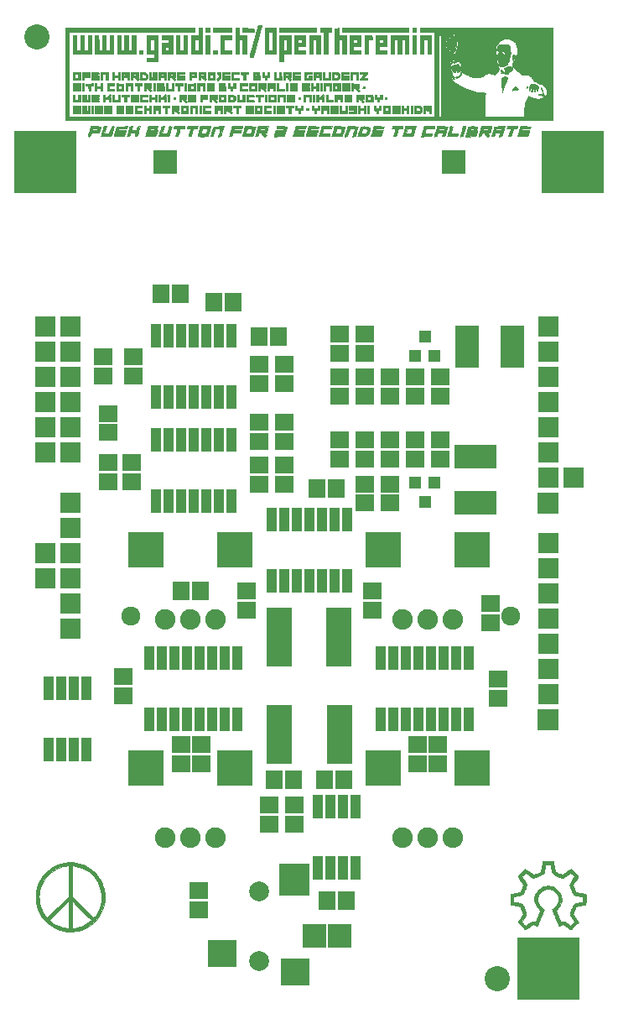
<source format=gbr>
G04 #@! TF.FileFunction,Soldermask,Top*
%FSLAX46Y46*%
G04 Gerber Fmt 4.6, Leading zero omitted, Abs format (unit mm)*
G04 Created by KiCad (PCBNEW 4.1.0-alpha+201607190716+6983~46~ubuntu14.04.1-product) date Mon Jan  9 09:03:27 2017*
%MOMM*%
%LPD*%
G01*
G04 APERTURE LIST*
%ADD10C,0.100000*%
%ADD11C,0.010000*%
%ADD12R,1.060400X2.432000*%
%ADD13R,2.100000X2.100000*%
%ADD14R,2.330400X4.210000*%
%ADD15R,4.210000X2.330400*%
%ADD16R,2.500580X6.000700*%
%ADD17R,6.242000X6.242000*%
%ADD18R,1.200100X1.200100*%
%ADD19R,1.900000X1.695400*%
%ADD20R,1.695400X1.900000*%
%ADD21R,2.400000X2.400000*%
%ADD22C,1.400000*%
%ADD23C,2.540000*%
%ADD24C,1.924000*%
%ADD25R,3.600000X3.600000*%
%ADD26C,2.076400*%
%ADD27R,3.150000X3.300000*%
%ADD28R,2.950000X2.800000*%
%ADD29C,2.000000*%
G04 APERTURE END LIST*
D10*
D11*
G36*
X66073194Y-146528185D02*
X66433849Y-146566363D01*
X66789638Y-146641550D01*
X67137383Y-146753746D01*
X67473906Y-146902951D01*
X67796030Y-147089165D01*
X68081916Y-147297189D01*
X68357458Y-147546887D01*
X68605055Y-147826314D01*
X68822209Y-148131365D01*
X69006420Y-148457935D01*
X69155189Y-148801920D01*
X69266016Y-149159215D01*
X69296445Y-149291752D01*
X69353845Y-149666471D01*
X69370693Y-150037703D01*
X69348605Y-150402972D01*
X69289199Y-150759799D01*
X69194092Y-151105703D01*
X69064901Y-151438208D01*
X68903245Y-151754834D01*
X68710740Y-152053102D01*
X68489005Y-152330535D01*
X68239655Y-152584652D01*
X67964310Y-152812975D01*
X67664585Y-153013026D01*
X67342099Y-153182326D01*
X66998469Y-153318396D01*
X66635313Y-153418758D01*
X66598316Y-153426666D01*
X66523242Y-153440161D01*
X66425165Y-153454753D01*
X66312803Y-153469489D01*
X66194871Y-153483415D01*
X66080088Y-153495578D01*
X65977170Y-153505023D01*
X65894835Y-153510798D01*
X65841800Y-153511950D01*
X65829884Y-153510721D01*
X65804712Y-153507876D01*
X65746725Y-153502498D01*
X65665309Y-153495433D01*
X65594833Y-153489560D01*
X65212994Y-153437625D01*
X64844967Y-153346252D01*
X64492803Y-153216667D01*
X64158554Y-153050100D01*
X63844272Y-152847778D01*
X63552008Y-152610930D01*
X63302974Y-152360083D01*
X63772482Y-152360083D01*
X63863449Y-152442094D01*
X64037804Y-152580835D01*
X64244587Y-152714485D01*
X64473896Y-152837964D01*
X64715824Y-152946193D01*
X64960469Y-153034092D01*
X65090647Y-153071428D01*
X65196599Y-153096190D01*
X65320415Y-153120979D01*
X65448091Y-153143375D01*
X65565620Y-153160955D01*
X65658997Y-153171298D01*
X65674208Y-153172323D01*
X65721833Y-153175000D01*
X65721833Y-151793961D01*
X66039333Y-151793961D01*
X66039593Y-152031471D01*
X66040345Y-152256065D01*
X66041544Y-152464235D01*
X66043146Y-152652473D01*
X66045106Y-152817271D01*
X66047380Y-152955120D01*
X66049923Y-153062512D01*
X66052691Y-153135939D01*
X66055640Y-153171892D01*
X66056815Y-153175000D01*
X66083888Y-153172194D01*
X66143282Y-153164615D01*
X66225419Y-153153517D01*
X66294940Y-153143814D01*
X66599665Y-153085378D01*
X66900253Y-152998248D01*
X67189342Y-152885648D01*
X67459565Y-152750803D01*
X67703559Y-152596938D01*
X67897717Y-152442094D01*
X67988684Y-152360083D01*
X67014008Y-151386502D01*
X66039333Y-150412922D01*
X66039333Y-151793961D01*
X65721833Y-151793961D01*
X65721833Y-150412922D01*
X64747157Y-151386502D01*
X63772482Y-152360083D01*
X63302974Y-152360083D01*
X63283814Y-152340784D01*
X63041742Y-152038568D01*
X62951607Y-151907332D01*
X62764539Y-151585023D01*
X62615974Y-151249357D01*
X62505420Y-150903455D01*
X62432384Y-150550435D01*
X62396373Y-150193419D01*
X62396750Y-149935796D01*
X62719926Y-149935796D01*
X62731587Y-150279278D01*
X62780834Y-150621386D01*
X62866167Y-150956836D01*
X62986085Y-151280343D01*
X63139089Y-151586620D01*
X63323678Y-151870383D01*
X63431803Y-152007471D01*
X63527071Y-152120526D01*
X64624452Y-151023298D01*
X65721833Y-149926069D01*
X65721833Y-148386117D01*
X65721833Y-148385966D01*
X66039333Y-148385966D01*
X66039333Y-149925765D01*
X68230083Y-152118673D01*
X68312094Y-152027711D01*
X68364852Y-151964376D01*
X68427655Y-151882017D01*
X68487820Y-151797328D01*
X68493736Y-151788583D01*
X68681544Y-151472710D01*
X68830486Y-151143153D01*
X68940229Y-150802904D01*
X69010441Y-150454952D01*
X69040789Y-150102290D01*
X69030940Y-149747907D01*
X68980562Y-149394795D01*
X68889322Y-149045944D01*
X68820202Y-148853429D01*
X68666634Y-148520865D01*
X68479771Y-148213065D01*
X68261845Y-147931778D01*
X68015089Y-147678751D01*
X67741738Y-147455731D01*
X67444024Y-147264466D01*
X67124180Y-147106704D01*
X66784440Y-146984192D01*
X66427038Y-146898678D01*
X66294940Y-146877352D01*
X66202172Y-146864462D01*
X66125083Y-146854167D01*
X66073253Y-146847721D01*
X66056815Y-146846166D01*
X66053964Y-146866779D01*
X66051257Y-146926403D01*
X66048733Y-147021714D01*
X66046429Y-147149392D01*
X66044382Y-147306113D01*
X66042631Y-147488554D01*
X66041213Y-147693394D01*
X66040166Y-147917310D01*
X66039527Y-148156979D01*
X66039333Y-148385966D01*
X65721833Y-148385966D01*
X65721599Y-148134988D01*
X65720922Y-147896588D01*
X65719840Y-147674240D01*
X65718390Y-147471266D01*
X65716611Y-147290989D01*
X65714540Y-147136732D01*
X65712215Y-147011815D01*
X65709673Y-146919562D01*
X65706952Y-146863295D01*
X65704351Y-146846166D01*
X65677278Y-146848971D01*
X65617883Y-146856550D01*
X65535747Y-146867649D01*
X65466226Y-146877352D01*
X65103070Y-146949149D01*
X64757696Y-147058209D01*
X64432136Y-147202499D01*
X64128422Y-147379987D01*
X63848587Y-147588641D01*
X63594662Y-147826429D01*
X63368679Y-148091319D01*
X63172670Y-148381278D01*
X63008669Y-148694276D01*
X62878706Y-149028278D01*
X62784814Y-149381254D01*
X62747352Y-149596226D01*
X62719926Y-149935796D01*
X62396750Y-149935796D01*
X62396897Y-149835526D01*
X62433461Y-149479875D01*
X62505574Y-149129587D01*
X62612743Y-148787781D01*
X62754476Y-148457576D01*
X62930280Y-148142094D01*
X63139663Y-147844453D01*
X63382133Y-147567773D01*
X63657197Y-147315175D01*
X63679250Y-147297189D01*
X63985001Y-147076304D01*
X64308129Y-146892428D01*
X64645455Y-146745562D01*
X64993802Y-146635704D01*
X65349993Y-146562855D01*
X65710849Y-146527016D01*
X66073194Y-146528185D01*
X66073194Y-146528185D01*
G37*
X66073194Y-146528185D02*
X66433849Y-146566363D01*
X66789638Y-146641550D01*
X67137383Y-146753746D01*
X67473906Y-146902951D01*
X67796030Y-147089165D01*
X68081916Y-147297189D01*
X68357458Y-147546887D01*
X68605055Y-147826314D01*
X68822209Y-148131365D01*
X69006420Y-148457935D01*
X69155189Y-148801920D01*
X69266016Y-149159215D01*
X69296445Y-149291752D01*
X69353845Y-149666471D01*
X69370693Y-150037703D01*
X69348605Y-150402972D01*
X69289199Y-150759799D01*
X69194092Y-151105703D01*
X69064901Y-151438208D01*
X68903245Y-151754834D01*
X68710740Y-152053102D01*
X68489005Y-152330535D01*
X68239655Y-152584652D01*
X67964310Y-152812975D01*
X67664585Y-153013026D01*
X67342099Y-153182326D01*
X66998469Y-153318396D01*
X66635313Y-153418758D01*
X66598316Y-153426666D01*
X66523242Y-153440161D01*
X66425165Y-153454753D01*
X66312803Y-153469489D01*
X66194871Y-153483415D01*
X66080088Y-153495578D01*
X65977170Y-153505023D01*
X65894835Y-153510798D01*
X65841800Y-153511950D01*
X65829884Y-153510721D01*
X65804712Y-153507876D01*
X65746725Y-153502498D01*
X65665309Y-153495433D01*
X65594833Y-153489560D01*
X65212994Y-153437625D01*
X64844967Y-153346252D01*
X64492803Y-153216667D01*
X64158554Y-153050100D01*
X63844272Y-152847778D01*
X63552008Y-152610930D01*
X63302974Y-152360083D01*
X63772482Y-152360083D01*
X63863449Y-152442094D01*
X64037804Y-152580835D01*
X64244587Y-152714485D01*
X64473896Y-152837964D01*
X64715824Y-152946193D01*
X64960469Y-153034092D01*
X65090647Y-153071428D01*
X65196599Y-153096190D01*
X65320415Y-153120979D01*
X65448091Y-153143375D01*
X65565620Y-153160955D01*
X65658997Y-153171298D01*
X65674208Y-153172323D01*
X65721833Y-153175000D01*
X65721833Y-151793961D01*
X66039333Y-151793961D01*
X66039593Y-152031471D01*
X66040345Y-152256065D01*
X66041544Y-152464235D01*
X66043146Y-152652473D01*
X66045106Y-152817271D01*
X66047380Y-152955120D01*
X66049923Y-153062512D01*
X66052691Y-153135939D01*
X66055640Y-153171892D01*
X66056815Y-153175000D01*
X66083888Y-153172194D01*
X66143282Y-153164615D01*
X66225419Y-153153517D01*
X66294940Y-153143814D01*
X66599665Y-153085378D01*
X66900253Y-152998248D01*
X67189342Y-152885648D01*
X67459565Y-152750803D01*
X67703559Y-152596938D01*
X67897717Y-152442094D01*
X67988684Y-152360083D01*
X67014008Y-151386502D01*
X66039333Y-150412922D01*
X66039333Y-151793961D01*
X65721833Y-151793961D01*
X65721833Y-150412922D01*
X64747157Y-151386502D01*
X63772482Y-152360083D01*
X63302974Y-152360083D01*
X63283814Y-152340784D01*
X63041742Y-152038568D01*
X62951607Y-151907332D01*
X62764539Y-151585023D01*
X62615974Y-151249357D01*
X62505420Y-150903455D01*
X62432384Y-150550435D01*
X62396373Y-150193419D01*
X62396750Y-149935796D01*
X62719926Y-149935796D01*
X62731587Y-150279278D01*
X62780834Y-150621386D01*
X62866167Y-150956836D01*
X62986085Y-151280343D01*
X63139089Y-151586620D01*
X63323678Y-151870383D01*
X63431803Y-152007471D01*
X63527071Y-152120526D01*
X64624452Y-151023298D01*
X65721833Y-149926069D01*
X65721833Y-148386117D01*
X65721833Y-148385966D01*
X66039333Y-148385966D01*
X66039333Y-149925765D01*
X68230083Y-152118673D01*
X68312094Y-152027711D01*
X68364852Y-151964376D01*
X68427655Y-151882017D01*
X68487820Y-151797328D01*
X68493736Y-151788583D01*
X68681544Y-151472710D01*
X68830486Y-151143153D01*
X68940229Y-150802904D01*
X69010441Y-150454952D01*
X69040789Y-150102290D01*
X69030940Y-149747907D01*
X68980562Y-149394795D01*
X68889322Y-149045944D01*
X68820202Y-148853429D01*
X68666634Y-148520865D01*
X68479771Y-148213065D01*
X68261845Y-147931778D01*
X68015089Y-147678751D01*
X67741738Y-147455731D01*
X67444024Y-147264466D01*
X67124180Y-147106704D01*
X66784440Y-146984192D01*
X66427038Y-146898678D01*
X66294940Y-146877352D01*
X66202172Y-146864462D01*
X66125083Y-146854167D01*
X66073253Y-146847721D01*
X66056815Y-146846166D01*
X66053964Y-146866779D01*
X66051257Y-146926403D01*
X66048733Y-147021714D01*
X66046429Y-147149392D01*
X66044382Y-147306113D01*
X66042631Y-147488554D01*
X66041213Y-147693394D01*
X66040166Y-147917310D01*
X66039527Y-148156979D01*
X66039333Y-148385966D01*
X65721833Y-148385966D01*
X65721599Y-148134988D01*
X65720922Y-147896588D01*
X65719840Y-147674240D01*
X65718390Y-147471266D01*
X65716611Y-147290989D01*
X65714540Y-147136732D01*
X65712215Y-147011815D01*
X65709673Y-146919562D01*
X65706952Y-146863295D01*
X65704351Y-146846166D01*
X65677278Y-146848971D01*
X65617883Y-146856550D01*
X65535747Y-146867649D01*
X65466226Y-146877352D01*
X65103070Y-146949149D01*
X64757696Y-147058209D01*
X64432136Y-147202499D01*
X64128422Y-147379987D01*
X63848587Y-147588641D01*
X63594662Y-147826429D01*
X63368679Y-148091319D01*
X63172670Y-148381278D01*
X63008669Y-148694276D01*
X62878706Y-149028278D01*
X62784814Y-149381254D01*
X62747352Y-149596226D01*
X62719926Y-149935796D01*
X62396750Y-149935796D01*
X62396897Y-149835526D01*
X62433461Y-149479875D01*
X62505574Y-149129587D01*
X62612743Y-148787781D01*
X62754476Y-148457576D01*
X62930280Y-148142094D01*
X63139663Y-147844453D01*
X63382133Y-147567773D01*
X63657197Y-147315175D01*
X63679250Y-147297189D01*
X63985001Y-147076304D01*
X64308129Y-146892428D01*
X64645455Y-146745562D01*
X64993802Y-146635704D01*
X65349993Y-146562855D01*
X65710849Y-146527016D01*
X66073194Y-146528185D01*
G36*
X114667735Y-146491625D02*
X114675436Y-146532837D01*
X114688281Y-146603690D01*
X114704094Y-146692129D01*
X114712637Y-146740333D01*
X114733970Y-146858801D01*
X114758916Y-146993958D01*
X114782876Y-147120960D01*
X114788333Y-147149347D01*
X114805591Y-147243449D01*
X114819136Y-147326358D01*
X114827130Y-147386343D01*
X114828500Y-147406047D01*
X114830913Y-147434513D01*
X114842045Y-147458378D01*
X114867739Y-147481405D01*
X114913837Y-147507354D01*
X114986182Y-147539987D01*
X115090616Y-147583067D01*
X115124935Y-147596923D01*
X115222547Y-147636452D01*
X115308874Y-147671790D01*
X115374606Y-147699101D01*
X115410430Y-147714547D01*
X115410584Y-147714618D01*
X115489184Y-147749100D01*
X115544830Y-147763665D01*
X115592353Y-147757482D01*
X115646586Y-147729716D01*
X115693943Y-147698704D01*
X115755472Y-147656802D01*
X115802022Y-147624177D01*
X115823334Y-147608043D01*
X115843920Y-147592844D01*
X115892802Y-147558796D01*
X115963115Y-147510627D01*
X116047992Y-147453065D01*
X116066750Y-147440411D01*
X116158391Y-147378295D01*
X116241349Y-147321423D01*
X116307142Y-147275653D01*
X116347289Y-147246844D01*
X116350063Y-147244742D01*
X116397762Y-147216508D01*
X116434963Y-147206000D01*
X116459040Y-147220443D01*
X116508149Y-147260998D01*
X116577734Y-147323501D01*
X116663236Y-147403789D01*
X116760098Y-147497699D01*
X116827610Y-147564691D01*
X116942383Y-147678549D01*
X117030674Y-147766628D01*
X117094079Y-147834828D01*
X117134197Y-147889049D01*
X117152626Y-147935192D01*
X117150962Y-147979157D01*
X117130804Y-148026844D01*
X117093750Y-148084154D01*
X117041397Y-148156987D01*
X117002731Y-148211416D01*
X116929111Y-148317358D01*
X116845653Y-148438236D01*
X116766236Y-148553922D01*
X116737085Y-148596620D01*
X116604451Y-148791323D01*
X116647809Y-148886500D01*
X116672919Y-148943788D01*
X116688571Y-148983671D01*
X116691167Y-148993332D01*
X116699463Y-149016635D01*
X116721553Y-149068513D01*
X116753242Y-149139221D01*
X116765250Y-149165372D01*
X116799186Y-149239981D01*
X116824944Y-149298783D01*
X116838339Y-149332139D01*
X116839334Y-149335957D01*
X116847678Y-149363010D01*
X116868164Y-149410276D01*
X116893970Y-149463759D01*
X116918275Y-149509460D01*
X116934258Y-149533382D01*
X116936005Y-149534333D01*
X116960640Y-149538255D01*
X117015503Y-149548602D01*
X117089362Y-149563246D01*
X117099518Y-149565303D01*
X117201864Y-149585423D01*
X117312240Y-149606127D01*
X117389667Y-149619948D01*
X117484267Y-149636244D01*
X117595118Y-149655364D01*
X117688733Y-149671530D01*
X117765582Y-149683994D01*
X117825101Y-149694989D01*
X117869431Y-149709624D01*
X117900714Y-149733007D01*
X117921091Y-149770250D01*
X117932703Y-149826460D01*
X117937690Y-149906747D01*
X117938195Y-150016220D01*
X117936358Y-150159989D01*
X117935083Y-150259379D01*
X117929417Y-150770869D01*
X117855334Y-150787008D01*
X117790533Y-150800460D01*
X117708337Y-150816673D01*
X117664834Y-150824954D01*
X117584646Y-150840092D01*
X117483987Y-150859256D01*
X117383949Y-150878429D01*
X117379084Y-150879366D01*
X117280340Y-150898074D01*
X117180477Y-150916502D01*
X117100196Y-150930832D01*
X117096404Y-150931487D01*
X117014773Y-150948819D01*
X116962795Y-150972888D01*
X116927922Y-151013789D01*
X116897606Y-151081618D01*
X116892329Y-151095675D01*
X116863920Y-151169610D01*
X116836001Y-151238228D01*
X116826847Y-151259416D01*
X116806981Y-151305774D01*
X116776162Y-151379706D01*
X116739241Y-151469514D01*
X116714101Y-151531278D01*
X116629644Y-151739639D01*
X116680614Y-151817028D01*
X116714310Y-151867343D01*
X116764354Y-151941045D01*
X116822977Y-152026727D01*
X116863023Y-152084916D01*
X116960495Y-152226492D01*
X117036224Y-152337315D01*
X117092755Y-152421309D01*
X117132634Y-152482392D01*
X117158406Y-152524486D01*
X117172617Y-152551512D01*
X117177812Y-152567391D01*
X117178000Y-152570074D01*
X117163577Y-152591228D01*
X117123704Y-152636597D01*
X117063474Y-152701086D01*
X116987978Y-152779598D01*
X116902311Y-152867037D01*
X116811564Y-152958308D01*
X116720831Y-153048315D01*
X116635205Y-153131961D01*
X116559777Y-153204151D01*
X116499641Y-153259789D01*
X116459890Y-153293779D01*
X116446524Y-153302000D01*
X116422357Y-153291128D01*
X116374918Y-153263419D01*
X116315672Y-153226232D01*
X116256085Y-153186927D01*
X116207620Y-153152863D01*
X116183167Y-153132952D01*
X116155946Y-153111322D01*
X116102455Y-153073468D01*
X116030317Y-153024375D01*
X115947151Y-152969024D01*
X115860581Y-152912401D01*
X115778228Y-152859489D01*
X115707713Y-152815270D01*
X115656658Y-152784729D01*
X115632684Y-152772849D01*
X115632413Y-152772833D01*
X115603480Y-152782251D01*
X115548086Y-152807257D01*
X115476830Y-152842980D01*
X115456537Y-152853675D01*
X115362665Y-152903436D01*
X115298862Y-152934290D01*
X115257531Y-152946661D01*
X115231076Y-152940966D01*
X115211901Y-152917628D01*
X115192409Y-152877065D01*
X115188526Y-152868506D01*
X115163702Y-152811908D01*
X115148381Y-152772923D01*
X115146000Y-152764038D01*
X115138023Y-152740359D01*
X115117228Y-152689658D01*
X115091504Y-152630585D01*
X115057352Y-152553807D01*
X115025866Y-152482837D01*
X115009029Y-152444750D01*
X114990616Y-152400847D01*
X114960846Y-152327524D01*
X114923753Y-152234799D01*
X114883368Y-152132690D01*
X114881229Y-152127250D01*
X114839489Y-152022225D01*
X114799417Y-151923486D01*
X114765538Y-151842057D01*
X114742379Y-151788960D01*
X114742204Y-151788583D01*
X114701215Y-151696313D01*
X114659462Y-151595957D01*
X114620021Y-151495737D01*
X114585971Y-151403873D01*
X114560388Y-151328587D01*
X114546347Y-151278101D01*
X114545072Y-151261822D01*
X114565728Y-151239654D01*
X114612788Y-151200795D01*
X114677574Y-151152245D01*
X114705457Y-151132416D01*
X114874507Y-150990678D01*
X115007706Y-150828816D01*
X115103798Y-150649655D01*
X115161532Y-150456021D01*
X115179654Y-150250737D01*
X115166789Y-150092757D01*
X115142782Y-149965092D01*
X115110069Y-149860877D01*
X115061436Y-149761753D01*
X114996625Y-149659554D01*
X114876518Y-149511981D01*
X114732522Y-149390838D01*
X114558239Y-149291237D01*
X114458084Y-149248122D01*
X114366691Y-149224156D01*
X114248297Y-149209820D01*
X114117155Y-149205232D01*
X113987513Y-149210511D01*
X113873623Y-149225778D01*
X113810273Y-149242697D01*
X113611869Y-149335690D01*
X113438356Y-149461592D01*
X113292963Y-149617089D01*
X113178918Y-149798869D01*
X113113509Y-149957666D01*
X113096638Y-150036134D01*
X113085822Y-150144842D01*
X113082250Y-150264583D01*
X113084286Y-150375664D01*
X113091850Y-150459106D01*
X113107127Y-150529472D01*
X113132304Y-150601325D01*
X113133072Y-150603250D01*
X113236052Y-150806770D01*
X113370639Y-150982461D01*
X113535897Y-151129224D01*
X113637211Y-151195855D01*
X113697473Y-151240659D01*
X113719213Y-151284094D01*
X113707349Y-151329045D01*
X113685915Y-151372698D01*
X113659623Y-151431680D01*
X113656380Y-151439333D01*
X113629058Y-151504738D01*
X113590987Y-151596512D01*
X113545298Y-151707047D01*
X113495120Y-151828732D01*
X113443584Y-151953957D01*
X113393820Y-152075112D01*
X113348957Y-152184586D01*
X113312126Y-152274771D01*
X113286458Y-152338056D01*
X113277664Y-152360083D01*
X113245842Y-152438374D01*
X113211393Y-152519333D01*
X113206958Y-152529416D01*
X113183549Y-152583311D01*
X113168933Y-152618848D01*
X113166917Y-152624666D01*
X113157505Y-152648846D01*
X113136871Y-152697160D01*
X113126876Y-152719916D01*
X113093934Y-152795932D01*
X113061683Y-152872685D01*
X113057342Y-152883282D01*
X113032245Y-152931673D01*
X113008717Y-152956455D01*
X113003054Y-152957365D01*
X112974827Y-152945704D01*
X112920229Y-152919011D01*
X112850020Y-152882587D01*
X112834952Y-152874548D01*
X112742532Y-152825612D01*
X112676608Y-152796045D01*
X112626055Y-152785809D01*
X112579745Y-152794866D01*
X112526553Y-152823175D01*
X112455354Y-152870700D01*
X112451659Y-152873214D01*
X112295504Y-152979657D01*
X112161390Y-153071512D01*
X112052223Y-153146772D01*
X111970912Y-153203428D01*
X111920361Y-153239472D01*
X111907500Y-153249161D01*
X111878125Y-153270969D01*
X111851260Y-153283566D01*
X111822590Y-153284189D01*
X111787799Y-153270073D01*
X111742569Y-153238454D01*
X111682584Y-153186569D01*
X111603528Y-153111653D01*
X111501083Y-153010943D01*
X111438551Y-152948867D01*
X111338152Y-152847674D01*
X111248693Y-152754783D01*
X111174365Y-152674773D01*
X111119361Y-152612221D01*
X111087875Y-152571705D01*
X111082000Y-152559542D01*
X111094322Y-152518027D01*
X111120861Y-152474062D01*
X111148406Y-152436350D01*
X111193111Y-152373046D01*
X111248362Y-152293586D01*
X111297232Y-152222500D01*
X111363549Y-152125707D01*
X111431803Y-152026392D01*
X111492274Y-151938687D01*
X111522927Y-151894416D01*
X111576122Y-151812140D01*
X111603628Y-151751794D01*
X111608141Y-151703903D01*
X111592354Y-151658988D01*
X111590722Y-151656004D01*
X111576162Y-151624145D01*
X111549537Y-151560615D01*
X111514043Y-151473232D01*
X111472873Y-151369812D01*
X111450297Y-151312333D01*
X111407690Y-151204866D01*
X111369191Y-151110589D01*
X111337928Y-151036945D01*
X111317024Y-150991374D01*
X111311155Y-150981072D01*
X111292208Y-150968074D01*
X111252475Y-150954009D01*
X111187338Y-150937804D01*
X111092178Y-150918386D01*
X110962380Y-150894684D01*
X110870334Y-150878710D01*
X110772019Y-150861194D01*
X110671157Y-150842149D01*
X110595167Y-150826854D01*
X110518459Y-150811377D01*
X110449843Y-150798820D01*
X110421136Y-150794295D01*
X110370326Y-150783741D01*
X110341761Y-150772950D01*
X110334242Y-150747017D01*
X110328229Y-150680679D01*
X110323799Y-150575842D01*
X110321031Y-150434410D01*
X110320005Y-150258289D01*
X110320001Y-150245767D01*
X110616334Y-150245767D01*
X110616334Y-150522693D01*
X110769792Y-150546697D01*
X110899874Y-150567974D01*
X111034142Y-150591533D01*
X111160912Y-150615196D01*
X111268500Y-150636787D01*
X111341770Y-150653265D01*
X111430774Y-150684667D01*
X111504639Y-150733992D01*
X111568285Y-150807071D01*
X111626630Y-150909736D01*
X111684595Y-151047818D01*
X111692448Y-151068916D01*
X111731528Y-151172248D01*
X111778234Y-151291571D01*
X111823563Y-151403945D01*
X111831128Y-151422260D01*
X111882235Y-151560110D01*
X111908072Y-151674191D01*
X111908210Y-151775013D01*
X111882222Y-151873084D01*
X111829682Y-151978914D01*
X111806959Y-152016507D01*
X111699514Y-152182742D01*
X111568173Y-152375787D01*
X111473821Y-152510117D01*
X111472170Y-152530625D01*
X111490975Y-152564609D01*
X111533506Y-152616339D01*
X111603035Y-152690083D01*
X111641635Y-152729212D01*
X111714639Y-152799882D01*
X111778229Y-152856465D01*
X111826056Y-152893660D01*
X111851769Y-152906163D01*
X111853065Y-152905754D01*
X111878747Y-152889068D01*
X111931312Y-152853659D01*
X112002836Y-152804899D01*
X112076834Y-152754064D01*
X112204695Y-152665874D01*
X112302925Y-152598607D01*
X112376938Y-152549442D01*
X112432147Y-152515554D01*
X112473966Y-152494122D01*
X112507810Y-152482322D01*
X112539092Y-152477331D01*
X112573226Y-152476327D01*
X112609178Y-152476500D01*
X112691723Y-152482034D01*
X112764719Y-152496363D01*
X112796350Y-152508172D01*
X112847775Y-152526455D01*
X112870948Y-152518243D01*
X112883470Y-152491556D01*
X112909893Y-152430593D01*
X112948159Y-152340291D01*
X112996210Y-152225583D01*
X113051989Y-152091406D01*
X113113437Y-151942694D01*
X113178497Y-151784382D01*
X113245111Y-151621406D01*
X113253582Y-151600615D01*
X113294380Y-151499644D01*
X113319328Y-151429911D01*
X113328040Y-151383245D01*
X113320126Y-151351476D01*
X113295197Y-151326431D01*
X113252866Y-151299941D01*
X113238897Y-151291770D01*
X113192783Y-151252837D01*
X113133118Y-151185607D01*
X113066413Y-151099061D01*
X112999176Y-151002182D01*
X112937918Y-150903950D01*
X112889149Y-150813348D01*
X112883581Y-150801552D01*
X112803295Y-150579180D01*
X112764427Y-150351218D01*
X112767156Y-150120980D01*
X112811665Y-149891780D01*
X112830666Y-149831102D01*
X112913566Y-149642258D01*
X113028067Y-149463539D01*
X113168109Y-149300493D01*
X113327637Y-149158669D01*
X113500592Y-149043614D01*
X113680917Y-148960876D01*
X113822854Y-148922333D01*
X113940335Y-148907651D01*
X114080397Y-148900736D01*
X114225453Y-148901646D01*
X114357916Y-148910437D01*
X114428736Y-148920368D01*
X114610780Y-148974048D01*
X114789925Y-149064350D01*
X114960394Y-149185662D01*
X115116404Y-149332373D01*
X115252178Y-149498868D01*
X115361934Y-149679536D01*
X115439894Y-149868764D01*
X115453364Y-149915333D01*
X115470316Y-150010741D01*
X115480298Y-150132971D01*
X115483281Y-150267666D01*
X115479239Y-150400467D01*
X115468142Y-150517018D01*
X115454675Y-150587021D01*
X115377472Y-150799161D01*
X115261624Y-150998763D01*
X115105685Y-151188271D01*
X115088086Y-151206500D01*
X114912034Y-151386416D01*
X114985251Y-151566333D01*
X115029619Y-151674634D01*
X115085305Y-151809492D01*
X115147285Y-151958834D01*
X115210533Y-152110585D01*
X115270022Y-152252674D01*
X115320726Y-152373027D01*
X115339127Y-152416382D01*
X115367929Y-152481611D01*
X115388322Y-152514592D01*
X115408128Y-152522177D01*
X115435168Y-152511217D01*
X115442696Y-152507091D01*
X115491798Y-152491516D01*
X115566002Y-152480699D01*
X115634496Y-152477250D01*
X115679082Y-152476662D01*
X115714757Y-152477311D01*
X115746949Y-152481993D01*
X115781087Y-152493505D01*
X115822597Y-152514644D01*
X115876907Y-152548206D01*
X115949446Y-152596989D01*
X116045641Y-152663788D01*
X116170919Y-152751400D01*
X116183167Y-152759956D01*
X116405417Y-152915162D01*
X116793707Y-152533532D01*
X116595941Y-152242612D01*
X116509059Y-152114080D01*
X116443485Y-152014576D01*
X116396258Y-151938441D01*
X116364414Y-151880016D01*
X116344992Y-151833643D01*
X116335029Y-151793664D01*
X116331564Y-151754422D01*
X116331334Y-151737168D01*
X116339326Y-151691272D01*
X116361369Y-151614335D01*
X116394563Y-151514107D01*
X116436008Y-151398340D01*
X116482803Y-151274784D01*
X116532048Y-151151189D01*
X116580844Y-151035306D01*
X116626290Y-150934885D01*
X116648360Y-150889928D01*
X116725308Y-150783180D01*
X116831300Y-150699274D01*
X116950553Y-150648202D01*
X117021106Y-150630958D01*
X117115036Y-150610718D01*
X117222243Y-150589345D01*
X117332629Y-150568704D01*
X117436094Y-150550658D01*
X117522538Y-150537070D01*
X117581862Y-150529805D01*
X117596042Y-150529086D01*
X117615454Y-150527681D01*
X117628713Y-150518872D01*
X117636991Y-150495885D01*
X117641460Y-150451944D01*
X117643294Y-150380277D01*
X117643665Y-150274107D01*
X117643667Y-150254000D01*
X117643285Y-150151632D01*
X117642240Y-150066529D01*
X117640683Y-150006550D01*
X117638766Y-149979555D01*
X117638375Y-149978804D01*
X117616626Y-149975304D01*
X117563085Y-149965982D01*
X117487615Y-149952565D01*
X117453167Y-149946380D01*
X117338653Y-149925799D01*
X117210410Y-149902808D01*
X117095934Y-149882337D01*
X117094524Y-149882085D01*
X116945850Y-149850527D01*
X116831214Y-149811625D01*
X116742327Y-149758841D01*
X116670901Y-149685636D01*
X116608649Y-149585474D01*
X116547281Y-149451814D01*
X116546386Y-149449666D01*
X116499510Y-149337379D01*
X116447771Y-149213834D01*
X116400203Y-149100592D01*
X116386753Y-149068666D01*
X116349611Y-148976200D01*
X116324394Y-148896773D01*
X116312731Y-148824556D01*
X116316246Y-148753721D01*
X116336567Y-148678439D01*
X116375319Y-148592880D01*
X116434129Y-148491215D01*
X116514624Y-148367616D01*
X116618429Y-148216253D01*
X116628713Y-148201440D01*
X116797376Y-147958631D01*
X116612421Y-147772815D01*
X116540434Y-147701791D01*
X116478688Y-147643296D01*
X116433475Y-147603125D01*
X116411092Y-147587070D01*
X116410552Y-147587000D01*
X116387489Y-147598690D01*
X116338033Y-147630361D01*
X116269895Y-147676912D01*
X116205108Y-147722887D01*
X116116835Y-147785602D01*
X116030639Y-147845281D01*
X115958626Y-147893614D01*
X115925247Y-147914956D01*
X115853365Y-147960703D01*
X115782487Y-148008134D01*
X115761995Y-148022486D01*
X115707628Y-148053434D01*
X115646603Y-148070645D01*
X115574415Y-148073194D01*
X115486562Y-148060160D01*
X115378537Y-148030619D01*
X115245839Y-147983649D01*
X115083961Y-147918325D01*
X114929725Y-147851925D01*
X114771322Y-147773132D01*
X114654008Y-147693880D01*
X114578204Y-147614512D01*
X114545136Y-147539908D01*
X114535801Y-147492037D01*
X114521977Y-147421821D01*
X114512777Y-147375333D01*
X114436560Y-146961731D01*
X114423469Y-146883208D01*
X114400053Y-146740333D01*
X114127443Y-146740333D01*
X114025543Y-146740718D01*
X113940900Y-146741772D01*
X113881427Y-146743342D01*
X113855037Y-146745273D01*
X113854410Y-146745625D01*
X113850836Y-146767394D01*
X113841657Y-146820984D01*
X113828568Y-146896516D01*
X113822588Y-146930833D01*
X113804348Y-147036217D01*
X113785468Y-147146681D01*
X113769735Y-147240059D01*
X113768360Y-147248333D01*
X113736371Y-147411113D01*
X113698741Y-147537851D01*
X113651934Y-147634786D01*
X113592414Y-147708157D01*
X113516646Y-147764204D01*
X113459630Y-147793136D01*
X113248986Y-147885264D01*
X113073064Y-147958047D01*
X112929398Y-148012373D01*
X112815523Y-148049126D01*
X112728974Y-148069193D01*
X112678974Y-148073833D01*
X112632757Y-148072366D01*
X112592047Y-148065476D01*
X112548959Y-148049428D01*
X112495605Y-148020489D01*
X112424100Y-147974925D01*
X112326557Y-147909002D01*
X112316901Y-147902401D01*
X112215119Y-147833041D01*
X112114841Y-147765150D01*
X112026579Y-147705815D01*
X111960840Y-147662124D01*
X111952382Y-147656579D01*
X111838513Y-147582189D01*
X111459041Y-147961661D01*
X111614479Y-148187979D01*
X111683884Y-148289904D01*
X111754423Y-148394973D01*
X111817345Y-148490073D01*
X111859875Y-148555740D01*
X111909610Y-148640989D01*
X111939935Y-148716016D01*
X111950582Y-148789698D01*
X111941287Y-148870912D01*
X111911785Y-148968536D01*
X111861810Y-149091448D01*
X111842547Y-149135113D01*
X111793341Y-149246265D01*
X111743222Y-149360938D01*
X111698727Y-149464099D01*
X111671539Y-149528319D01*
X111630642Y-149617280D01*
X111586643Y-149688505D01*
X111533798Y-149745194D01*
X111466366Y-149790548D01*
X111378603Y-149827767D01*
X111264768Y-149860052D01*
X111119117Y-149890603D01*
X110976167Y-149915890D01*
X110871008Y-149933747D01*
X110777535Y-149949835D01*
X110705596Y-149962444D01*
X110665041Y-149969866D01*
X110663959Y-149970081D01*
X110644425Y-149975705D01*
X110631127Y-149988036D01*
X110622866Y-150014142D01*
X110618445Y-150061087D01*
X110616667Y-150135940D01*
X110616334Y-150245767D01*
X110320001Y-150245767D01*
X110320000Y-150244432D01*
X110319453Y-150080709D01*
X110319324Y-149954152D01*
X110321879Y-149859631D01*
X110329385Y-149792019D01*
X110344108Y-149746186D01*
X110368315Y-149717007D01*
X110404272Y-149699351D01*
X110454247Y-149688091D01*
X110520504Y-149678098D01*
X110574000Y-149669750D01*
X110684109Y-149650905D01*
X110803639Y-149629827D01*
X110907698Y-149610909D01*
X110912667Y-149609983D01*
X111012659Y-149591448D01*
X111117017Y-149572304D01*
X111196013Y-149557982D01*
X111263085Y-149545191D01*
X111310613Y-149534712D01*
X111326489Y-149529681D01*
X111336614Y-149509208D01*
X111360417Y-149457010D01*
X111394711Y-149380192D01*
X111436308Y-149285857D01*
X111452629Y-149248583D01*
X111498789Y-149143055D01*
X111541312Y-149046009D01*
X111576114Y-148966755D01*
X111599110Y-148914600D01*
X111602611Y-148906717D01*
X111623275Y-148851616D01*
X111628237Y-148803610D01*
X111614866Y-148752577D01*
X111580535Y-148688394D01*
X111523530Y-148602271D01*
X111463328Y-148514717D01*
X111390510Y-148408639D01*
X111316347Y-148300463D01*
X111277114Y-148243166D01*
X111219506Y-148159713D01*
X111168291Y-148086844D01*
X111129532Y-148033105D01*
X111110751Y-148008666D01*
X111086549Y-147963422D01*
X111082000Y-147938192D01*
X111096569Y-147912591D01*
X111136824Y-147863248D01*
X111197583Y-147795369D01*
X111273669Y-147714164D01*
X111359901Y-147624840D01*
X111451100Y-147532605D01*
X111542085Y-147442667D01*
X111627678Y-147360234D01*
X111702699Y-147290513D01*
X111761968Y-147238712D01*
X111800305Y-147210040D01*
X111810223Y-147206000D01*
X111839499Y-147217429D01*
X111895689Y-147248669D01*
X111971105Y-147295146D01*
X112058056Y-147352285D01*
X112071308Y-147361281D01*
X112173185Y-147430700D01*
X112277569Y-147501772D01*
X112371546Y-147565706D01*
X112436667Y-147609956D01*
X112502976Y-147655632D01*
X112554783Y-147692560D01*
X112582782Y-147714074D01*
X112584834Y-147716089D01*
X112610118Y-147734952D01*
X112641656Y-147753167D01*
X112689726Y-147765461D01*
X112751743Y-147754800D01*
X112836634Y-147719466D01*
X112849417Y-147713170D01*
X112884633Y-147697482D01*
X112950148Y-147669934D01*
X113036911Y-147634280D01*
X113135870Y-147594272D01*
X113145750Y-147590311D01*
X113399750Y-147488576D01*
X113425900Y-147363163D01*
X113442225Y-147281779D01*
X113462132Y-147178111D01*
X113481910Y-147071573D01*
X113486311Y-147047250D01*
X113505872Y-146938525D01*
X113526554Y-146823612D01*
X113544436Y-146724308D01*
X113547269Y-146708583D01*
X113563096Y-146624830D01*
X113578505Y-146550018D01*
X113589693Y-146502208D01*
X113605423Y-146444000D01*
X114658360Y-146444000D01*
X114667735Y-146491625D01*
X114667735Y-146491625D01*
G37*
X114667735Y-146491625D02*
X114675436Y-146532837D01*
X114688281Y-146603690D01*
X114704094Y-146692129D01*
X114712637Y-146740333D01*
X114733970Y-146858801D01*
X114758916Y-146993958D01*
X114782876Y-147120960D01*
X114788333Y-147149347D01*
X114805591Y-147243449D01*
X114819136Y-147326358D01*
X114827130Y-147386343D01*
X114828500Y-147406047D01*
X114830913Y-147434513D01*
X114842045Y-147458378D01*
X114867739Y-147481405D01*
X114913837Y-147507354D01*
X114986182Y-147539987D01*
X115090616Y-147583067D01*
X115124935Y-147596923D01*
X115222547Y-147636452D01*
X115308874Y-147671790D01*
X115374606Y-147699101D01*
X115410430Y-147714547D01*
X115410584Y-147714618D01*
X115489184Y-147749100D01*
X115544830Y-147763665D01*
X115592353Y-147757482D01*
X115646586Y-147729716D01*
X115693943Y-147698704D01*
X115755472Y-147656802D01*
X115802022Y-147624177D01*
X115823334Y-147608043D01*
X115843920Y-147592844D01*
X115892802Y-147558796D01*
X115963115Y-147510627D01*
X116047992Y-147453065D01*
X116066750Y-147440411D01*
X116158391Y-147378295D01*
X116241349Y-147321423D01*
X116307142Y-147275653D01*
X116347289Y-147246844D01*
X116350063Y-147244742D01*
X116397762Y-147216508D01*
X116434963Y-147206000D01*
X116459040Y-147220443D01*
X116508149Y-147260998D01*
X116577734Y-147323501D01*
X116663236Y-147403789D01*
X116760098Y-147497699D01*
X116827610Y-147564691D01*
X116942383Y-147678549D01*
X117030674Y-147766628D01*
X117094079Y-147834828D01*
X117134197Y-147889049D01*
X117152626Y-147935192D01*
X117150962Y-147979157D01*
X117130804Y-148026844D01*
X117093750Y-148084154D01*
X117041397Y-148156987D01*
X117002731Y-148211416D01*
X116929111Y-148317358D01*
X116845653Y-148438236D01*
X116766236Y-148553922D01*
X116737085Y-148596620D01*
X116604451Y-148791323D01*
X116647809Y-148886500D01*
X116672919Y-148943788D01*
X116688571Y-148983671D01*
X116691167Y-148993332D01*
X116699463Y-149016635D01*
X116721553Y-149068513D01*
X116753242Y-149139221D01*
X116765250Y-149165372D01*
X116799186Y-149239981D01*
X116824944Y-149298783D01*
X116838339Y-149332139D01*
X116839334Y-149335957D01*
X116847678Y-149363010D01*
X116868164Y-149410276D01*
X116893970Y-149463759D01*
X116918275Y-149509460D01*
X116934258Y-149533382D01*
X116936005Y-149534333D01*
X116960640Y-149538255D01*
X117015503Y-149548602D01*
X117089362Y-149563246D01*
X117099518Y-149565303D01*
X117201864Y-149585423D01*
X117312240Y-149606127D01*
X117389667Y-149619948D01*
X117484267Y-149636244D01*
X117595118Y-149655364D01*
X117688733Y-149671530D01*
X117765582Y-149683994D01*
X117825101Y-149694989D01*
X117869431Y-149709624D01*
X117900714Y-149733007D01*
X117921091Y-149770250D01*
X117932703Y-149826460D01*
X117937690Y-149906747D01*
X117938195Y-150016220D01*
X117936358Y-150159989D01*
X117935083Y-150259379D01*
X117929417Y-150770869D01*
X117855334Y-150787008D01*
X117790533Y-150800460D01*
X117708337Y-150816673D01*
X117664834Y-150824954D01*
X117584646Y-150840092D01*
X117483987Y-150859256D01*
X117383949Y-150878429D01*
X117379084Y-150879366D01*
X117280340Y-150898074D01*
X117180477Y-150916502D01*
X117100196Y-150930832D01*
X117096404Y-150931487D01*
X117014773Y-150948819D01*
X116962795Y-150972888D01*
X116927922Y-151013789D01*
X116897606Y-151081618D01*
X116892329Y-151095675D01*
X116863920Y-151169610D01*
X116836001Y-151238228D01*
X116826847Y-151259416D01*
X116806981Y-151305774D01*
X116776162Y-151379706D01*
X116739241Y-151469514D01*
X116714101Y-151531278D01*
X116629644Y-151739639D01*
X116680614Y-151817028D01*
X116714310Y-151867343D01*
X116764354Y-151941045D01*
X116822977Y-152026727D01*
X116863023Y-152084916D01*
X116960495Y-152226492D01*
X117036224Y-152337315D01*
X117092755Y-152421309D01*
X117132634Y-152482392D01*
X117158406Y-152524486D01*
X117172617Y-152551512D01*
X117177812Y-152567391D01*
X117178000Y-152570074D01*
X117163577Y-152591228D01*
X117123704Y-152636597D01*
X117063474Y-152701086D01*
X116987978Y-152779598D01*
X116902311Y-152867037D01*
X116811564Y-152958308D01*
X116720831Y-153048315D01*
X116635205Y-153131961D01*
X116559777Y-153204151D01*
X116499641Y-153259789D01*
X116459890Y-153293779D01*
X116446524Y-153302000D01*
X116422357Y-153291128D01*
X116374918Y-153263419D01*
X116315672Y-153226232D01*
X116256085Y-153186927D01*
X116207620Y-153152863D01*
X116183167Y-153132952D01*
X116155946Y-153111322D01*
X116102455Y-153073468D01*
X116030317Y-153024375D01*
X115947151Y-152969024D01*
X115860581Y-152912401D01*
X115778228Y-152859489D01*
X115707713Y-152815270D01*
X115656658Y-152784729D01*
X115632684Y-152772849D01*
X115632413Y-152772833D01*
X115603480Y-152782251D01*
X115548086Y-152807257D01*
X115476830Y-152842980D01*
X115456537Y-152853675D01*
X115362665Y-152903436D01*
X115298862Y-152934290D01*
X115257531Y-152946661D01*
X115231076Y-152940966D01*
X115211901Y-152917628D01*
X115192409Y-152877065D01*
X115188526Y-152868506D01*
X115163702Y-152811908D01*
X115148381Y-152772923D01*
X115146000Y-152764038D01*
X115138023Y-152740359D01*
X115117228Y-152689658D01*
X115091504Y-152630585D01*
X115057352Y-152553807D01*
X115025866Y-152482837D01*
X115009029Y-152444750D01*
X114990616Y-152400847D01*
X114960846Y-152327524D01*
X114923753Y-152234799D01*
X114883368Y-152132690D01*
X114881229Y-152127250D01*
X114839489Y-152022225D01*
X114799417Y-151923486D01*
X114765538Y-151842057D01*
X114742379Y-151788960D01*
X114742204Y-151788583D01*
X114701215Y-151696313D01*
X114659462Y-151595957D01*
X114620021Y-151495737D01*
X114585971Y-151403873D01*
X114560388Y-151328587D01*
X114546347Y-151278101D01*
X114545072Y-151261822D01*
X114565728Y-151239654D01*
X114612788Y-151200795D01*
X114677574Y-151152245D01*
X114705457Y-151132416D01*
X114874507Y-150990678D01*
X115007706Y-150828816D01*
X115103798Y-150649655D01*
X115161532Y-150456021D01*
X115179654Y-150250737D01*
X115166789Y-150092757D01*
X115142782Y-149965092D01*
X115110069Y-149860877D01*
X115061436Y-149761753D01*
X114996625Y-149659554D01*
X114876518Y-149511981D01*
X114732522Y-149390838D01*
X114558239Y-149291237D01*
X114458084Y-149248122D01*
X114366691Y-149224156D01*
X114248297Y-149209820D01*
X114117155Y-149205232D01*
X113987513Y-149210511D01*
X113873623Y-149225778D01*
X113810273Y-149242697D01*
X113611869Y-149335690D01*
X113438356Y-149461592D01*
X113292963Y-149617089D01*
X113178918Y-149798869D01*
X113113509Y-149957666D01*
X113096638Y-150036134D01*
X113085822Y-150144842D01*
X113082250Y-150264583D01*
X113084286Y-150375664D01*
X113091850Y-150459106D01*
X113107127Y-150529472D01*
X113132304Y-150601325D01*
X113133072Y-150603250D01*
X113236052Y-150806770D01*
X113370639Y-150982461D01*
X113535897Y-151129224D01*
X113637211Y-151195855D01*
X113697473Y-151240659D01*
X113719213Y-151284094D01*
X113707349Y-151329045D01*
X113685915Y-151372698D01*
X113659623Y-151431680D01*
X113656380Y-151439333D01*
X113629058Y-151504738D01*
X113590987Y-151596512D01*
X113545298Y-151707047D01*
X113495120Y-151828732D01*
X113443584Y-151953957D01*
X113393820Y-152075112D01*
X113348957Y-152184586D01*
X113312126Y-152274771D01*
X113286458Y-152338056D01*
X113277664Y-152360083D01*
X113245842Y-152438374D01*
X113211393Y-152519333D01*
X113206958Y-152529416D01*
X113183549Y-152583311D01*
X113168933Y-152618848D01*
X113166917Y-152624666D01*
X113157505Y-152648846D01*
X113136871Y-152697160D01*
X113126876Y-152719916D01*
X113093934Y-152795932D01*
X113061683Y-152872685D01*
X113057342Y-152883282D01*
X113032245Y-152931673D01*
X113008717Y-152956455D01*
X113003054Y-152957365D01*
X112974827Y-152945704D01*
X112920229Y-152919011D01*
X112850020Y-152882587D01*
X112834952Y-152874548D01*
X112742532Y-152825612D01*
X112676608Y-152796045D01*
X112626055Y-152785809D01*
X112579745Y-152794866D01*
X112526553Y-152823175D01*
X112455354Y-152870700D01*
X112451659Y-152873214D01*
X112295504Y-152979657D01*
X112161390Y-153071512D01*
X112052223Y-153146772D01*
X111970912Y-153203428D01*
X111920361Y-153239472D01*
X111907500Y-153249161D01*
X111878125Y-153270969D01*
X111851260Y-153283566D01*
X111822590Y-153284189D01*
X111787799Y-153270073D01*
X111742569Y-153238454D01*
X111682584Y-153186569D01*
X111603528Y-153111653D01*
X111501083Y-153010943D01*
X111438551Y-152948867D01*
X111338152Y-152847674D01*
X111248693Y-152754783D01*
X111174365Y-152674773D01*
X111119361Y-152612221D01*
X111087875Y-152571705D01*
X111082000Y-152559542D01*
X111094322Y-152518027D01*
X111120861Y-152474062D01*
X111148406Y-152436350D01*
X111193111Y-152373046D01*
X111248362Y-152293586D01*
X111297232Y-152222500D01*
X111363549Y-152125707D01*
X111431803Y-152026392D01*
X111492274Y-151938687D01*
X111522927Y-151894416D01*
X111576122Y-151812140D01*
X111603628Y-151751794D01*
X111608141Y-151703903D01*
X111592354Y-151658988D01*
X111590722Y-151656004D01*
X111576162Y-151624145D01*
X111549537Y-151560615D01*
X111514043Y-151473232D01*
X111472873Y-151369812D01*
X111450297Y-151312333D01*
X111407690Y-151204866D01*
X111369191Y-151110589D01*
X111337928Y-151036945D01*
X111317024Y-150991374D01*
X111311155Y-150981072D01*
X111292208Y-150968074D01*
X111252475Y-150954009D01*
X111187338Y-150937804D01*
X111092178Y-150918386D01*
X110962380Y-150894684D01*
X110870334Y-150878710D01*
X110772019Y-150861194D01*
X110671157Y-150842149D01*
X110595167Y-150826854D01*
X110518459Y-150811377D01*
X110449843Y-150798820D01*
X110421136Y-150794295D01*
X110370326Y-150783741D01*
X110341761Y-150772950D01*
X110334242Y-150747017D01*
X110328229Y-150680679D01*
X110323799Y-150575842D01*
X110321031Y-150434410D01*
X110320005Y-150258289D01*
X110320001Y-150245767D01*
X110616334Y-150245767D01*
X110616334Y-150522693D01*
X110769792Y-150546697D01*
X110899874Y-150567974D01*
X111034142Y-150591533D01*
X111160912Y-150615196D01*
X111268500Y-150636787D01*
X111341770Y-150653265D01*
X111430774Y-150684667D01*
X111504639Y-150733992D01*
X111568285Y-150807071D01*
X111626630Y-150909736D01*
X111684595Y-151047818D01*
X111692448Y-151068916D01*
X111731528Y-151172248D01*
X111778234Y-151291571D01*
X111823563Y-151403945D01*
X111831128Y-151422260D01*
X111882235Y-151560110D01*
X111908072Y-151674191D01*
X111908210Y-151775013D01*
X111882222Y-151873084D01*
X111829682Y-151978914D01*
X111806959Y-152016507D01*
X111699514Y-152182742D01*
X111568173Y-152375787D01*
X111473821Y-152510117D01*
X111472170Y-152530625D01*
X111490975Y-152564609D01*
X111533506Y-152616339D01*
X111603035Y-152690083D01*
X111641635Y-152729212D01*
X111714639Y-152799882D01*
X111778229Y-152856465D01*
X111826056Y-152893660D01*
X111851769Y-152906163D01*
X111853065Y-152905754D01*
X111878747Y-152889068D01*
X111931312Y-152853659D01*
X112002836Y-152804899D01*
X112076834Y-152754064D01*
X112204695Y-152665874D01*
X112302925Y-152598607D01*
X112376938Y-152549442D01*
X112432147Y-152515554D01*
X112473966Y-152494122D01*
X112507810Y-152482322D01*
X112539092Y-152477331D01*
X112573226Y-152476327D01*
X112609178Y-152476500D01*
X112691723Y-152482034D01*
X112764719Y-152496363D01*
X112796350Y-152508172D01*
X112847775Y-152526455D01*
X112870948Y-152518243D01*
X112883470Y-152491556D01*
X112909893Y-152430593D01*
X112948159Y-152340291D01*
X112996210Y-152225583D01*
X113051989Y-152091406D01*
X113113437Y-151942694D01*
X113178497Y-151784382D01*
X113245111Y-151621406D01*
X113253582Y-151600615D01*
X113294380Y-151499644D01*
X113319328Y-151429911D01*
X113328040Y-151383245D01*
X113320126Y-151351476D01*
X113295197Y-151326431D01*
X113252866Y-151299941D01*
X113238897Y-151291770D01*
X113192783Y-151252837D01*
X113133118Y-151185607D01*
X113066413Y-151099061D01*
X112999176Y-151002182D01*
X112937918Y-150903950D01*
X112889149Y-150813348D01*
X112883581Y-150801552D01*
X112803295Y-150579180D01*
X112764427Y-150351218D01*
X112767156Y-150120980D01*
X112811665Y-149891780D01*
X112830666Y-149831102D01*
X112913566Y-149642258D01*
X113028067Y-149463539D01*
X113168109Y-149300493D01*
X113327637Y-149158669D01*
X113500592Y-149043614D01*
X113680917Y-148960876D01*
X113822854Y-148922333D01*
X113940335Y-148907651D01*
X114080397Y-148900736D01*
X114225453Y-148901646D01*
X114357916Y-148910437D01*
X114428736Y-148920368D01*
X114610780Y-148974048D01*
X114789925Y-149064350D01*
X114960394Y-149185662D01*
X115116404Y-149332373D01*
X115252178Y-149498868D01*
X115361934Y-149679536D01*
X115439894Y-149868764D01*
X115453364Y-149915333D01*
X115470316Y-150010741D01*
X115480298Y-150132971D01*
X115483281Y-150267666D01*
X115479239Y-150400467D01*
X115468142Y-150517018D01*
X115454675Y-150587021D01*
X115377472Y-150799161D01*
X115261624Y-150998763D01*
X115105685Y-151188271D01*
X115088086Y-151206500D01*
X114912034Y-151386416D01*
X114985251Y-151566333D01*
X115029619Y-151674634D01*
X115085305Y-151809492D01*
X115147285Y-151958834D01*
X115210533Y-152110585D01*
X115270022Y-152252674D01*
X115320726Y-152373027D01*
X115339127Y-152416382D01*
X115367929Y-152481611D01*
X115388322Y-152514592D01*
X115408128Y-152522177D01*
X115435168Y-152511217D01*
X115442696Y-152507091D01*
X115491798Y-152491516D01*
X115566002Y-152480699D01*
X115634496Y-152477250D01*
X115679082Y-152476662D01*
X115714757Y-152477311D01*
X115746949Y-152481993D01*
X115781087Y-152493505D01*
X115822597Y-152514644D01*
X115876907Y-152548206D01*
X115949446Y-152596989D01*
X116045641Y-152663788D01*
X116170919Y-152751400D01*
X116183167Y-152759956D01*
X116405417Y-152915162D01*
X116793707Y-152533532D01*
X116595941Y-152242612D01*
X116509059Y-152114080D01*
X116443485Y-152014576D01*
X116396258Y-151938441D01*
X116364414Y-151880016D01*
X116344992Y-151833643D01*
X116335029Y-151793664D01*
X116331564Y-151754422D01*
X116331334Y-151737168D01*
X116339326Y-151691272D01*
X116361369Y-151614335D01*
X116394563Y-151514107D01*
X116436008Y-151398340D01*
X116482803Y-151274784D01*
X116532048Y-151151189D01*
X116580844Y-151035306D01*
X116626290Y-150934885D01*
X116648360Y-150889928D01*
X116725308Y-150783180D01*
X116831300Y-150699274D01*
X116950553Y-150648202D01*
X117021106Y-150630958D01*
X117115036Y-150610718D01*
X117222243Y-150589345D01*
X117332629Y-150568704D01*
X117436094Y-150550658D01*
X117522538Y-150537070D01*
X117581862Y-150529805D01*
X117596042Y-150529086D01*
X117615454Y-150527681D01*
X117628713Y-150518872D01*
X117636991Y-150495885D01*
X117641460Y-150451944D01*
X117643294Y-150380277D01*
X117643665Y-150274107D01*
X117643667Y-150254000D01*
X117643285Y-150151632D01*
X117642240Y-150066529D01*
X117640683Y-150006550D01*
X117638766Y-149979555D01*
X117638375Y-149978804D01*
X117616626Y-149975304D01*
X117563085Y-149965982D01*
X117487615Y-149952565D01*
X117453167Y-149946380D01*
X117338653Y-149925799D01*
X117210410Y-149902808D01*
X117095934Y-149882337D01*
X117094524Y-149882085D01*
X116945850Y-149850527D01*
X116831214Y-149811625D01*
X116742327Y-149758841D01*
X116670901Y-149685636D01*
X116608649Y-149585474D01*
X116547281Y-149451814D01*
X116546386Y-149449666D01*
X116499510Y-149337379D01*
X116447771Y-149213834D01*
X116400203Y-149100592D01*
X116386753Y-149068666D01*
X116349611Y-148976200D01*
X116324394Y-148896773D01*
X116312731Y-148824556D01*
X116316246Y-148753721D01*
X116336567Y-148678439D01*
X116375319Y-148592880D01*
X116434129Y-148491215D01*
X116514624Y-148367616D01*
X116618429Y-148216253D01*
X116628713Y-148201440D01*
X116797376Y-147958631D01*
X116612421Y-147772815D01*
X116540434Y-147701791D01*
X116478688Y-147643296D01*
X116433475Y-147603125D01*
X116411092Y-147587070D01*
X116410552Y-147587000D01*
X116387489Y-147598690D01*
X116338033Y-147630361D01*
X116269895Y-147676912D01*
X116205108Y-147722887D01*
X116116835Y-147785602D01*
X116030639Y-147845281D01*
X115958626Y-147893614D01*
X115925247Y-147914956D01*
X115853365Y-147960703D01*
X115782487Y-148008134D01*
X115761995Y-148022486D01*
X115707628Y-148053434D01*
X115646603Y-148070645D01*
X115574415Y-148073194D01*
X115486562Y-148060160D01*
X115378537Y-148030619D01*
X115245839Y-147983649D01*
X115083961Y-147918325D01*
X114929725Y-147851925D01*
X114771322Y-147773132D01*
X114654008Y-147693880D01*
X114578204Y-147614512D01*
X114545136Y-147539908D01*
X114535801Y-147492037D01*
X114521977Y-147421821D01*
X114512777Y-147375333D01*
X114436560Y-146961731D01*
X114423469Y-146883208D01*
X114400053Y-146740333D01*
X114127443Y-146740333D01*
X114025543Y-146740718D01*
X113940900Y-146741772D01*
X113881427Y-146743342D01*
X113855037Y-146745273D01*
X113854410Y-146745625D01*
X113850836Y-146767394D01*
X113841657Y-146820984D01*
X113828568Y-146896516D01*
X113822588Y-146930833D01*
X113804348Y-147036217D01*
X113785468Y-147146681D01*
X113769735Y-147240059D01*
X113768360Y-147248333D01*
X113736371Y-147411113D01*
X113698741Y-147537851D01*
X113651934Y-147634786D01*
X113592414Y-147708157D01*
X113516646Y-147764204D01*
X113459630Y-147793136D01*
X113248986Y-147885264D01*
X113073064Y-147958047D01*
X112929398Y-148012373D01*
X112815523Y-148049126D01*
X112728974Y-148069193D01*
X112678974Y-148073833D01*
X112632757Y-148072366D01*
X112592047Y-148065476D01*
X112548959Y-148049428D01*
X112495605Y-148020489D01*
X112424100Y-147974925D01*
X112326557Y-147909002D01*
X112316901Y-147902401D01*
X112215119Y-147833041D01*
X112114841Y-147765150D01*
X112026579Y-147705815D01*
X111960840Y-147662124D01*
X111952382Y-147656579D01*
X111838513Y-147582189D01*
X111459041Y-147961661D01*
X111614479Y-148187979D01*
X111683884Y-148289904D01*
X111754423Y-148394973D01*
X111817345Y-148490073D01*
X111859875Y-148555740D01*
X111909610Y-148640989D01*
X111939935Y-148716016D01*
X111950582Y-148789698D01*
X111941287Y-148870912D01*
X111911785Y-148968536D01*
X111861810Y-149091448D01*
X111842547Y-149135113D01*
X111793341Y-149246265D01*
X111743222Y-149360938D01*
X111698727Y-149464099D01*
X111671539Y-149528319D01*
X111630642Y-149617280D01*
X111586643Y-149688505D01*
X111533798Y-149745194D01*
X111466366Y-149790548D01*
X111378603Y-149827767D01*
X111264768Y-149860052D01*
X111119117Y-149890603D01*
X110976167Y-149915890D01*
X110871008Y-149933747D01*
X110777535Y-149949835D01*
X110705596Y-149962444D01*
X110665041Y-149969866D01*
X110663959Y-149970081D01*
X110644425Y-149975705D01*
X110631127Y-149988036D01*
X110622866Y-150014142D01*
X110618445Y-150061087D01*
X110616667Y-150135940D01*
X110616334Y-150245767D01*
X110320001Y-150245767D01*
X110320000Y-150244432D01*
X110319453Y-150080709D01*
X110319324Y-149954152D01*
X110321879Y-149859631D01*
X110329385Y-149792019D01*
X110344108Y-149746186D01*
X110368315Y-149717007D01*
X110404272Y-149699351D01*
X110454247Y-149688091D01*
X110520504Y-149678098D01*
X110574000Y-149669750D01*
X110684109Y-149650905D01*
X110803639Y-149629827D01*
X110907698Y-149610909D01*
X110912667Y-149609983D01*
X111012659Y-149591448D01*
X111117017Y-149572304D01*
X111196013Y-149557982D01*
X111263085Y-149545191D01*
X111310613Y-149534712D01*
X111326489Y-149529681D01*
X111336614Y-149509208D01*
X111360417Y-149457010D01*
X111394711Y-149380192D01*
X111436308Y-149285857D01*
X111452629Y-149248583D01*
X111498789Y-149143055D01*
X111541312Y-149046009D01*
X111576114Y-148966755D01*
X111599110Y-148914600D01*
X111602611Y-148906717D01*
X111623275Y-148851616D01*
X111628237Y-148803610D01*
X111614866Y-148752577D01*
X111580535Y-148688394D01*
X111523530Y-148602271D01*
X111463328Y-148514717D01*
X111390510Y-148408639D01*
X111316347Y-148300463D01*
X111277114Y-148243166D01*
X111219506Y-148159713D01*
X111168291Y-148086844D01*
X111129532Y-148033105D01*
X111110751Y-148008666D01*
X111086549Y-147963422D01*
X111082000Y-147938192D01*
X111096569Y-147912591D01*
X111136824Y-147863248D01*
X111197583Y-147795369D01*
X111273669Y-147714164D01*
X111359901Y-147624840D01*
X111451100Y-147532605D01*
X111542085Y-147442667D01*
X111627678Y-147360234D01*
X111702699Y-147290513D01*
X111761968Y-147238712D01*
X111800305Y-147210040D01*
X111810223Y-147206000D01*
X111839499Y-147217429D01*
X111895689Y-147248669D01*
X111971105Y-147295146D01*
X112058056Y-147352285D01*
X112071308Y-147361281D01*
X112173185Y-147430700D01*
X112277569Y-147501772D01*
X112371546Y-147565706D01*
X112436667Y-147609956D01*
X112502976Y-147655632D01*
X112554783Y-147692560D01*
X112582782Y-147714074D01*
X112584834Y-147716089D01*
X112610118Y-147734952D01*
X112641656Y-147753167D01*
X112689726Y-147765461D01*
X112751743Y-147754800D01*
X112836634Y-147719466D01*
X112849417Y-147713170D01*
X112884633Y-147697482D01*
X112950148Y-147669934D01*
X113036911Y-147634280D01*
X113135870Y-147594272D01*
X113145750Y-147590311D01*
X113399750Y-147488576D01*
X113425900Y-147363163D01*
X113442225Y-147281779D01*
X113462132Y-147178111D01*
X113481910Y-147071573D01*
X113486311Y-147047250D01*
X113505872Y-146938525D01*
X113526554Y-146823612D01*
X113544436Y-146724308D01*
X113547269Y-146708583D01*
X113563096Y-146624830D01*
X113578505Y-146550018D01*
X113589693Y-146502208D01*
X113605423Y-146444000D01*
X114658360Y-146444000D01*
X114667735Y-146491625D01*
G36*
X108395421Y-72401375D02*
X108370873Y-72480279D01*
X108339679Y-72580844D01*
X108307666Y-72684279D01*
X108300247Y-72708292D01*
X108243041Y-72893500D01*
X108138520Y-72893500D01*
X108077247Y-72897572D01*
X108039985Y-72908119D01*
X108034000Y-72915716D01*
X108047693Y-72942803D01*
X108082508Y-72986651D01*
X108106088Y-73012158D01*
X108169604Y-73091516D01*
X108193034Y-73160536D01*
X108175805Y-73223159D01*
X108117343Y-73283328D01*
X108061287Y-73320453D01*
X108022476Y-73340755D01*
X107994978Y-73340306D01*
X107963124Y-73315082D01*
X107937606Y-73288703D01*
X107896512Y-73241398D01*
X107848905Y-73180774D01*
X107802173Y-73117075D01*
X107763706Y-73060543D01*
X107740894Y-73021421D01*
X107737667Y-73011555D01*
X107725151Y-72989034D01*
X107694702Y-72950270D01*
X107691516Y-72946577D01*
X107645475Y-72908751D01*
X107585139Y-72894383D01*
X107556808Y-72893500D01*
X107501183Y-72896240D01*
X107469703Y-72911773D01*
X107447535Y-72951070D01*
X107435159Y-72983458D01*
X107408693Y-73061387D01*
X107381723Y-73149715D01*
X107373455Y-73179250D01*
X107344843Y-73285083D01*
X107223878Y-73291427D01*
X107102914Y-73297772D01*
X107123433Y-73243802D01*
X107135560Y-73204652D01*
X107135154Y-73189833D01*
X107137230Y-73171481D01*
X107150668Y-73122860D01*
X107172737Y-73053620D01*
X107178406Y-73036796D01*
X107202225Y-72960238D01*
X107217548Y-72897927D01*
X107221562Y-72861633D01*
X107220937Y-72858949D01*
X107220830Y-72826671D01*
X107224682Y-72820873D01*
X107241459Y-72789474D01*
X107243539Y-72781762D01*
X107260646Y-72713636D01*
X107275352Y-72661905D01*
X107550749Y-72661905D01*
X108086917Y-72650083D01*
X108093549Y-72581292D01*
X108100182Y-72512500D01*
X107596603Y-72512500D01*
X107573676Y-72587202D01*
X107550749Y-72661905D01*
X107275352Y-72661905D01*
X107286484Y-72622752D01*
X107316247Y-72524892D01*
X107345131Y-72435838D01*
X107368330Y-72371371D01*
X107369032Y-72369625D01*
X107405421Y-72279667D01*
X108433391Y-72279667D01*
X108395421Y-72401375D01*
X108395421Y-72401375D01*
G37*
X108395421Y-72401375D02*
X108370873Y-72480279D01*
X108339679Y-72580844D01*
X108307666Y-72684279D01*
X108300247Y-72708292D01*
X108243041Y-72893500D01*
X108138520Y-72893500D01*
X108077247Y-72897572D01*
X108039985Y-72908119D01*
X108034000Y-72915716D01*
X108047693Y-72942803D01*
X108082508Y-72986651D01*
X108106088Y-73012158D01*
X108169604Y-73091516D01*
X108193034Y-73160536D01*
X108175805Y-73223159D01*
X108117343Y-73283328D01*
X108061287Y-73320453D01*
X108022476Y-73340755D01*
X107994978Y-73340306D01*
X107963124Y-73315082D01*
X107937606Y-73288703D01*
X107896512Y-73241398D01*
X107848905Y-73180774D01*
X107802173Y-73117075D01*
X107763706Y-73060543D01*
X107740894Y-73021421D01*
X107737667Y-73011555D01*
X107725151Y-72989034D01*
X107694702Y-72950270D01*
X107691516Y-72946577D01*
X107645475Y-72908751D01*
X107585139Y-72894383D01*
X107556808Y-72893500D01*
X107501183Y-72896240D01*
X107469703Y-72911773D01*
X107447535Y-72951070D01*
X107435159Y-72983458D01*
X107408693Y-73061387D01*
X107381723Y-73149715D01*
X107373455Y-73179250D01*
X107344843Y-73285083D01*
X107223878Y-73291427D01*
X107102914Y-73297772D01*
X107123433Y-73243802D01*
X107135560Y-73204652D01*
X107135154Y-73189833D01*
X107137230Y-73171481D01*
X107150668Y-73122860D01*
X107172737Y-73053620D01*
X107178406Y-73036796D01*
X107202225Y-72960238D01*
X107217548Y-72897927D01*
X107221562Y-72861633D01*
X107220937Y-72858949D01*
X107220830Y-72826671D01*
X107224682Y-72820873D01*
X107241459Y-72789474D01*
X107243539Y-72781762D01*
X107260646Y-72713636D01*
X107275352Y-72661905D01*
X107550749Y-72661905D01*
X108086917Y-72650083D01*
X108093549Y-72581292D01*
X108100182Y-72512500D01*
X107596603Y-72512500D01*
X107573676Y-72587202D01*
X107550749Y-72661905D01*
X107275352Y-72661905D01*
X107286484Y-72622752D01*
X107316247Y-72524892D01*
X107345131Y-72435838D01*
X107368330Y-72371371D01*
X107369032Y-72369625D01*
X107405421Y-72279667D01*
X108433391Y-72279667D01*
X108395421Y-72401375D01*
G36*
X85835894Y-72464875D02*
X85807430Y-72566438D01*
X85778821Y-72669763D01*
X85755313Y-72755877D01*
X85751036Y-72771792D01*
X85718473Y-72893500D01*
X85604986Y-72893500D01*
X85542148Y-72896738D01*
X85500936Y-72905072D01*
X85491500Y-72912726D01*
X85504011Y-72937581D01*
X85536924Y-72984856D01*
X85583309Y-73044645D01*
X85586750Y-73048882D01*
X85633767Y-73108978D01*
X85667801Y-73157013D01*
X85681935Y-73183180D01*
X85682000Y-73183933D01*
X85665508Y-73202164D01*
X85623890Y-73233509D01*
X85568930Y-73270354D01*
X85512413Y-73305084D01*
X85466122Y-73330085D01*
X85443556Y-73338000D01*
X85425226Y-73322175D01*
X85389089Y-73280143D01*
X85342049Y-73220070D01*
X85328168Y-73201538D01*
X85270172Y-73122650D01*
X85213276Y-73044063D01*
X85169278Y-72982081D01*
X85167335Y-72979288D01*
X85127164Y-72927014D01*
X85091075Y-72901764D01*
X85041954Y-72893919D01*
X85014727Y-72893500D01*
X84956427Y-72895724D01*
X84925660Y-72909942D01*
X84907683Y-72947473D01*
X84897557Y-72983458D01*
X84875238Y-73059878D01*
X84847339Y-73146850D01*
X84836246Y-73179250D01*
X84799077Y-73285083D01*
X84679622Y-73291431D01*
X84605481Y-73292010D01*
X84567423Y-73279732D01*
X84559755Y-73248572D01*
X84576782Y-73192507D01*
X84579528Y-73185537D01*
X84593416Y-73146399D01*
X84614831Y-73081549D01*
X84639891Y-73003300D01*
X84664711Y-72923971D01*
X84685412Y-72855874D01*
X84698109Y-72811327D01*
X84699951Y-72803542D01*
X84707407Y-72782375D01*
X84712950Y-72759902D01*
X84718182Y-72724167D01*
X84727830Y-72681549D01*
X84736088Y-72653242D01*
X85004667Y-72653242D01*
X85024462Y-72656122D01*
X85078368Y-72658481D01*
X85158162Y-72660077D01*
X85255621Y-72660666D01*
X85256075Y-72660667D01*
X85380313Y-72658799D01*
X85465557Y-72652990D01*
X85514989Y-72642932D01*
X85529230Y-72634208D01*
X85551309Y-72591260D01*
X85558280Y-72565417D01*
X85558969Y-72547595D01*
X85549261Y-72535372D01*
X85522392Y-72527439D01*
X85471597Y-72522489D01*
X85390111Y-72519214D01*
X85308583Y-72517158D01*
X85051582Y-72511234D01*
X85028124Y-72578525D01*
X85012227Y-72626108D01*
X85004749Y-72652380D01*
X85004667Y-72653242D01*
X84736088Y-72653242D01*
X84748416Y-72610987D01*
X84776376Y-72524308D01*
X84793112Y-72475458D01*
X84861634Y-72279667D01*
X85888189Y-72279667D01*
X85835894Y-72464875D01*
X85835894Y-72464875D01*
G37*
X85835894Y-72464875D02*
X85807430Y-72566438D01*
X85778821Y-72669763D01*
X85755313Y-72755877D01*
X85751036Y-72771792D01*
X85718473Y-72893500D01*
X85604986Y-72893500D01*
X85542148Y-72896738D01*
X85500936Y-72905072D01*
X85491500Y-72912726D01*
X85504011Y-72937581D01*
X85536924Y-72984856D01*
X85583309Y-73044645D01*
X85586750Y-73048882D01*
X85633767Y-73108978D01*
X85667801Y-73157013D01*
X85681935Y-73183180D01*
X85682000Y-73183933D01*
X85665508Y-73202164D01*
X85623890Y-73233509D01*
X85568930Y-73270354D01*
X85512413Y-73305084D01*
X85466122Y-73330085D01*
X85443556Y-73338000D01*
X85425226Y-73322175D01*
X85389089Y-73280143D01*
X85342049Y-73220070D01*
X85328168Y-73201538D01*
X85270172Y-73122650D01*
X85213276Y-73044063D01*
X85169278Y-72982081D01*
X85167335Y-72979288D01*
X85127164Y-72927014D01*
X85091075Y-72901764D01*
X85041954Y-72893919D01*
X85014727Y-72893500D01*
X84956427Y-72895724D01*
X84925660Y-72909942D01*
X84907683Y-72947473D01*
X84897557Y-72983458D01*
X84875238Y-73059878D01*
X84847339Y-73146850D01*
X84836246Y-73179250D01*
X84799077Y-73285083D01*
X84679622Y-73291431D01*
X84605481Y-73292010D01*
X84567423Y-73279732D01*
X84559755Y-73248572D01*
X84576782Y-73192507D01*
X84579528Y-73185537D01*
X84593416Y-73146399D01*
X84614831Y-73081549D01*
X84639891Y-73003300D01*
X84664711Y-72923971D01*
X84685412Y-72855874D01*
X84698109Y-72811327D01*
X84699951Y-72803542D01*
X84707407Y-72782375D01*
X84712950Y-72759902D01*
X84718182Y-72724167D01*
X84727830Y-72681549D01*
X84736088Y-72653242D01*
X85004667Y-72653242D01*
X85024462Y-72656122D01*
X85078368Y-72658481D01*
X85158162Y-72660077D01*
X85255621Y-72660666D01*
X85256075Y-72660667D01*
X85380313Y-72658799D01*
X85465557Y-72652990D01*
X85514989Y-72642932D01*
X85529230Y-72634208D01*
X85551309Y-72591260D01*
X85558280Y-72565417D01*
X85558969Y-72547595D01*
X85549261Y-72535372D01*
X85522392Y-72527439D01*
X85471597Y-72522489D01*
X85390111Y-72519214D01*
X85308583Y-72517158D01*
X85051582Y-72511234D01*
X85028124Y-72578525D01*
X85012227Y-72626108D01*
X85004749Y-72652380D01*
X85004667Y-72653242D01*
X84736088Y-72653242D01*
X84748416Y-72610987D01*
X84776376Y-72524308D01*
X84793112Y-72475458D01*
X84861634Y-72279667D01*
X85888189Y-72279667D01*
X85835894Y-72464875D01*
G36*
X68646904Y-72280159D02*
X68777264Y-72281618D01*
X68873115Y-72284309D01*
X68938365Y-72288435D01*
X68976923Y-72294194D01*
X68992695Y-72301786D01*
X68993325Y-72306125D01*
X68984226Y-72335104D01*
X68964829Y-72396228D01*
X68937735Y-72481323D01*
X68905543Y-72582214D01*
X68895695Y-72613042D01*
X68806078Y-72893500D01*
X68420131Y-72893500D01*
X68276733Y-72893832D01*
X68169917Y-72895814D01*
X68093931Y-72900922D01*
X68043024Y-72910632D01*
X68011444Y-72926422D01*
X67993440Y-72949767D01*
X67983260Y-72982144D01*
X67978447Y-73006895D01*
X67955426Y-73102914D01*
X67924830Y-73188903D01*
X67892028Y-73250321D01*
X67885460Y-73258625D01*
X67847446Y-73280362D01*
X67789185Y-73293407D01*
X67727087Y-73296510D01*
X67677564Y-73288422D01*
X67659403Y-73275826D01*
X67659284Y-73246910D01*
X67670910Y-73190585D01*
X67690733Y-73122367D01*
X67746165Y-72950054D01*
X67812932Y-72738169D01*
X67848145Y-72624798D01*
X68090119Y-72624798D01*
X68106855Y-72643725D01*
X68149672Y-72654502D01*
X68223690Y-72659389D01*
X68334028Y-72660650D01*
X68357083Y-72660667D01*
X68474534Y-72659496D01*
X68554478Y-72655666D01*
X68601685Y-72648702D01*
X68620925Y-72638125D01*
X68621956Y-72634208D01*
X68627418Y-72593373D01*
X68635008Y-72560125D01*
X68639126Y-72540118D01*
X68634310Y-72526684D01*
X68613881Y-72518515D01*
X68571159Y-72514300D01*
X68499466Y-72512732D01*
X68392122Y-72512500D01*
X68392047Y-72512500D01*
X68283142Y-72513093D01*
X68208965Y-72515621D01*
X68161918Y-72521204D01*
X68134405Y-72530961D01*
X68118828Y-72546014D01*
X68114411Y-72553442D01*
X68094344Y-72595457D01*
X68090119Y-72624798D01*
X67848145Y-72624798D01*
X67891205Y-72486165D01*
X67894491Y-72475525D01*
X67954917Y-72279800D01*
X68478127Y-72279733D01*
X68646904Y-72280159D01*
X68646904Y-72280159D01*
G37*
X68646904Y-72280159D02*
X68777264Y-72281618D01*
X68873115Y-72284309D01*
X68938365Y-72288435D01*
X68976923Y-72294194D01*
X68992695Y-72301786D01*
X68993325Y-72306125D01*
X68984226Y-72335104D01*
X68964829Y-72396228D01*
X68937735Y-72481323D01*
X68905543Y-72582214D01*
X68895695Y-72613042D01*
X68806078Y-72893500D01*
X68420131Y-72893500D01*
X68276733Y-72893832D01*
X68169917Y-72895814D01*
X68093931Y-72900922D01*
X68043024Y-72910632D01*
X68011444Y-72926422D01*
X67993440Y-72949767D01*
X67983260Y-72982144D01*
X67978447Y-73006895D01*
X67955426Y-73102914D01*
X67924830Y-73188903D01*
X67892028Y-73250321D01*
X67885460Y-73258625D01*
X67847446Y-73280362D01*
X67789185Y-73293407D01*
X67727087Y-73296510D01*
X67677564Y-73288422D01*
X67659403Y-73275826D01*
X67659284Y-73246910D01*
X67670910Y-73190585D01*
X67690733Y-73122367D01*
X67746165Y-72950054D01*
X67812932Y-72738169D01*
X67848145Y-72624798D01*
X68090119Y-72624798D01*
X68106855Y-72643725D01*
X68149672Y-72654502D01*
X68223690Y-72659389D01*
X68334028Y-72660650D01*
X68357083Y-72660667D01*
X68474534Y-72659496D01*
X68554478Y-72655666D01*
X68601685Y-72648702D01*
X68620925Y-72638125D01*
X68621956Y-72634208D01*
X68627418Y-72593373D01*
X68635008Y-72560125D01*
X68639126Y-72540118D01*
X68634310Y-72526684D01*
X68613881Y-72518515D01*
X68571159Y-72514300D01*
X68499466Y-72512732D01*
X68392122Y-72512500D01*
X68392047Y-72512500D01*
X68283142Y-72513093D01*
X68208965Y-72515621D01*
X68161918Y-72521204D01*
X68134405Y-72530961D01*
X68118828Y-72546014D01*
X68114411Y-72553442D01*
X68094344Y-72595457D01*
X68090119Y-72624798D01*
X67848145Y-72624798D01*
X67891205Y-72486165D01*
X67894491Y-72475525D01*
X67954917Y-72279800D01*
X68478127Y-72279733D01*
X68646904Y-72280159D01*
G36*
X70186612Y-72279650D02*
X70192321Y-72279667D01*
X70260924Y-72280729D01*
X70295291Y-72286053D01*
X70303509Y-72298844D01*
X70294760Y-72320268D01*
X70276978Y-72363451D01*
X70255189Y-72429642D01*
X70242525Y-72473726D01*
X70216414Y-72562885D01*
X70184880Y-72660676D01*
X70170180Y-72703000D01*
X70144029Y-72784017D01*
X70123057Y-72863464D01*
X70115687Y-72900465D01*
X70102126Y-72963975D01*
X70085349Y-73014140D01*
X70082831Y-73019258D01*
X70065035Y-73066458D01*
X70050265Y-73127670D01*
X70050082Y-73128710D01*
X70031831Y-73194042D01*
X70006445Y-73248042D01*
X69995632Y-73263024D01*
X69981712Y-73274480D01*
X69959368Y-73282884D01*
X69923280Y-73288707D01*
X69868128Y-73292423D01*
X69788594Y-73294505D01*
X69679358Y-73295426D01*
X69535101Y-73295660D01*
X69470946Y-73295667D01*
X68966534Y-73295667D01*
X68995053Y-73184542D01*
X69018412Y-73099232D01*
X69047255Y-73001482D01*
X69064466Y-72946417D01*
X69090779Y-72862007D01*
X69115175Y-72779308D01*
X69127454Y-72734750D01*
X69143702Y-72675032D01*
X69167630Y-72590115D01*
X69194885Y-72495390D01*
X69203787Y-72464875D01*
X69258027Y-72279667D01*
X69526030Y-72279667D01*
X69494928Y-72380208D01*
X69476300Y-72439063D01*
X69448061Y-72526631D01*
X69413930Y-72631446D01*
X69377625Y-72742042D01*
X69374795Y-72750625D01*
X69285763Y-73020500D01*
X69817888Y-73020500D01*
X69899101Y-72761208D01*
X69946376Y-72609738D01*
X69983139Y-72493730D01*
X70012251Y-72408483D01*
X70036576Y-72349294D01*
X70058978Y-72311461D01*
X70082319Y-72290282D01*
X70109463Y-72281055D01*
X70143273Y-72279079D01*
X70186612Y-72279650D01*
X70186612Y-72279650D01*
G37*
X70186612Y-72279650D02*
X70192321Y-72279667D01*
X70260924Y-72280729D01*
X70295291Y-72286053D01*
X70303509Y-72298844D01*
X70294760Y-72320268D01*
X70276978Y-72363451D01*
X70255189Y-72429642D01*
X70242525Y-72473726D01*
X70216414Y-72562885D01*
X70184880Y-72660676D01*
X70170180Y-72703000D01*
X70144029Y-72784017D01*
X70123057Y-72863464D01*
X70115687Y-72900465D01*
X70102126Y-72963975D01*
X70085349Y-73014140D01*
X70082831Y-73019258D01*
X70065035Y-73066458D01*
X70050265Y-73127670D01*
X70050082Y-73128710D01*
X70031831Y-73194042D01*
X70006445Y-73248042D01*
X69995632Y-73263024D01*
X69981712Y-73274480D01*
X69959368Y-73282884D01*
X69923280Y-73288707D01*
X69868128Y-73292423D01*
X69788594Y-73294505D01*
X69679358Y-73295426D01*
X69535101Y-73295660D01*
X69470946Y-73295667D01*
X68966534Y-73295667D01*
X68995053Y-73184542D01*
X69018412Y-73099232D01*
X69047255Y-73001482D01*
X69064466Y-72946417D01*
X69090779Y-72862007D01*
X69115175Y-72779308D01*
X69127454Y-72734750D01*
X69143702Y-72675032D01*
X69167630Y-72590115D01*
X69194885Y-72495390D01*
X69203787Y-72464875D01*
X69258027Y-72279667D01*
X69526030Y-72279667D01*
X69494928Y-72380208D01*
X69476300Y-72439063D01*
X69448061Y-72526631D01*
X69413930Y-72631446D01*
X69377625Y-72742042D01*
X69374795Y-72750625D01*
X69285763Y-73020500D01*
X69817888Y-73020500D01*
X69899101Y-72761208D01*
X69946376Y-72609738D01*
X69983139Y-72493730D01*
X70012251Y-72408483D01*
X70036576Y-72349294D01*
X70058978Y-72311461D01*
X70082319Y-72290282D01*
X70109463Y-72281055D01*
X70143273Y-72279079D01*
X70186612Y-72279650D01*
G36*
X71594909Y-72379847D02*
X71577122Y-72441284D01*
X71565962Y-72485238D01*
X71564062Y-72496625D01*
X71543907Y-72501573D01*
X71487932Y-72505891D01*
X71402649Y-72509323D01*
X71294569Y-72511611D01*
X71170205Y-72512497D01*
X71162411Y-72512500D01*
X71022218Y-72512758D01*
X70918450Y-72513913D01*
X70845201Y-72516536D01*
X70796562Y-72521198D01*
X70766627Y-72528471D01*
X70749490Y-72538927D01*
X70739242Y-72553135D01*
X70739078Y-72553442D01*
X70720944Y-72589672D01*
X70713884Y-72616657D01*
X70722589Y-72635760D01*
X70751753Y-72648341D01*
X70806066Y-72655761D01*
X70890222Y-72659381D01*
X71008914Y-72660562D01*
X71108750Y-72660667D01*
X71253053Y-72660593D01*
X71359476Y-72661961D01*
X71432461Y-72667159D01*
X71476450Y-72678572D01*
X71495887Y-72698585D01*
X71495214Y-72729586D01*
X71478873Y-72773960D01*
X71451306Y-72834094D01*
X71447417Y-72842567D01*
X71418760Y-72911330D01*
X71399544Y-72969147D01*
X71394500Y-72996365D01*
X71386806Y-73035352D01*
X71366803Y-73098338D01*
X71343533Y-73159779D01*
X71292566Y-73285083D01*
X70794683Y-73290754D01*
X70613977Y-73291864D01*
X70471383Y-73290674D01*
X70367971Y-73287218D01*
X70304812Y-73281529D01*
X70283313Y-73274601D01*
X70281464Y-73243694D01*
X70290810Y-73186766D01*
X70303587Y-73136638D01*
X70337349Y-73020500D01*
X71133705Y-73020500D01*
X71158269Y-72966587D01*
X71176222Y-72924124D01*
X71182833Y-72903087D01*
X71162765Y-72900064D01*
X71106952Y-72897432D01*
X71021983Y-72895353D01*
X70914447Y-72893989D01*
X70791250Y-72893500D01*
X70667766Y-72892890D01*
X70560277Y-72891194D01*
X70475372Y-72888613D01*
X70419639Y-72885345D01*
X70399667Y-72881602D01*
X70405372Y-72856056D01*
X70419895Y-72804349D01*
X70430059Y-72770477D01*
X70451867Y-72699304D01*
X70480060Y-72607330D01*
X70508607Y-72514227D01*
X70509137Y-72512500D01*
X70532414Y-72432849D01*
X70549722Y-72366490D01*
X70557884Y-72325775D01*
X70558138Y-72322000D01*
X70563227Y-72312052D01*
X70581349Y-72304212D01*
X70617116Y-72298154D01*
X70675142Y-72293558D01*
X70760040Y-72290098D01*
X70876422Y-72287453D01*
X71028902Y-72285298D01*
X71091990Y-72284597D01*
X71625526Y-72278943D01*
X71594909Y-72379847D01*
X71594909Y-72379847D01*
G37*
X71594909Y-72379847D02*
X71577122Y-72441284D01*
X71565962Y-72485238D01*
X71564062Y-72496625D01*
X71543907Y-72501573D01*
X71487932Y-72505891D01*
X71402649Y-72509323D01*
X71294569Y-72511611D01*
X71170205Y-72512497D01*
X71162411Y-72512500D01*
X71022218Y-72512758D01*
X70918450Y-72513913D01*
X70845201Y-72516536D01*
X70796562Y-72521198D01*
X70766627Y-72528471D01*
X70749490Y-72538927D01*
X70739242Y-72553135D01*
X70739078Y-72553442D01*
X70720944Y-72589672D01*
X70713884Y-72616657D01*
X70722589Y-72635760D01*
X70751753Y-72648341D01*
X70806066Y-72655761D01*
X70890222Y-72659381D01*
X71008914Y-72660562D01*
X71108750Y-72660667D01*
X71253053Y-72660593D01*
X71359476Y-72661961D01*
X71432461Y-72667159D01*
X71476450Y-72678572D01*
X71495887Y-72698585D01*
X71495214Y-72729586D01*
X71478873Y-72773960D01*
X71451306Y-72834094D01*
X71447417Y-72842567D01*
X71418760Y-72911330D01*
X71399544Y-72969147D01*
X71394500Y-72996365D01*
X71386806Y-73035352D01*
X71366803Y-73098338D01*
X71343533Y-73159779D01*
X71292566Y-73285083D01*
X70794683Y-73290754D01*
X70613977Y-73291864D01*
X70471383Y-73290674D01*
X70367971Y-73287218D01*
X70304812Y-73281529D01*
X70283313Y-73274601D01*
X70281464Y-73243694D01*
X70290810Y-73186766D01*
X70303587Y-73136638D01*
X70337349Y-73020500D01*
X71133705Y-73020500D01*
X71158269Y-72966587D01*
X71176222Y-72924124D01*
X71182833Y-72903087D01*
X71162765Y-72900064D01*
X71106952Y-72897432D01*
X71021983Y-72895353D01*
X70914447Y-72893989D01*
X70791250Y-72893500D01*
X70667766Y-72892890D01*
X70560277Y-72891194D01*
X70475372Y-72888613D01*
X70419639Y-72885345D01*
X70399667Y-72881602D01*
X70405372Y-72856056D01*
X70419895Y-72804349D01*
X70430059Y-72770477D01*
X70451867Y-72699304D01*
X70480060Y-72607330D01*
X70508607Y-72514227D01*
X70509137Y-72512500D01*
X70532414Y-72432849D01*
X70549722Y-72366490D01*
X70557884Y-72325775D01*
X70558138Y-72322000D01*
X70563227Y-72312052D01*
X70581349Y-72304212D01*
X70617116Y-72298154D01*
X70675142Y-72293558D01*
X70760040Y-72290098D01*
X70876422Y-72287453D01*
X71028902Y-72285298D01*
X71091990Y-72284597D01*
X71625526Y-72278943D01*
X71594909Y-72379847D01*
G36*
X72123590Y-72369625D02*
X72099739Y-72448561D01*
X72073273Y-72535851D01*
X72065893Y-72560125D01*
X72035303Y-72660667D01*
X72295735Y-72660667D01*
X72396364Y-72659334D01*
X72480732Y-72655700D01*
X72540312Y-72650310D01*
X72566578Y-72643710D01*
X72566896Y-72643308D01*
X72578179Y-72611397D01*
X72588818Y-72564217D01*
X72616171Y-72461809D01*
X72660785Y-72347683D01*
X72670213Y-72327292D01*
X72689106Y-72299674D01*
X72720119Y-72285292D01*
X72775436Y-72280092D01*
X72813288Y-72279667D01*
X72933757Y-72279667D01*
X72861064Y-72496625D01*
X72829840Y-72593590D01*
X72803415Y-72682651D01*
X72785202Y-72751905D01*
X72779198Y-72781992D01*
X72766471Y-72840569D01*
X72743643Y-72917513D01*
X72725973Y-72968143D01*
X72696014Y-73054467D01*
X72668529Y-73143877D01*
X72657335Y-73185484D01*
X72632750Y-73285083D01*
X72518602Y-73291586D01*
X72451913Y-73292281D01*
X72403169Y-73287086D01*
X72387909Y-73281002D01*
X72386488Y-73254167D01*
X72397977Y-73199051D01*
X72419949Y-73126831D01*
X72423809Y-73115750D01*
X72454757Y-73029465D01*
X72472319Y-72970350D01*
X72471491Y-72933120D01*
X72447271Y-72912490D01*
X72394654Y-72903177D01*
X72308637Y-72899895D01*
X72217816Y-72898182D01*
X71951050Y-72892281D01*
X71916191Y-72983557D01*
X71894966Y-73046159D01*
X71882613Y-73096184D01*
X71881333Y-73108581D01*
X71873484Y-73149438D01*
X71854119Y-73207077D01*
X71849299Y-73218998D01*
X71828439Y-73263283D01*
X71804762Y-73286062D01*
X71764654Y-73294475D01*
X71703114Y-73295667D01*
X71588962Y-73295667D01*
X71610725Y-73216292D01*
X71624752Y-73168472D01*
X71648896Y-73089614D01*
X71680283Y-72988970D01*
X71716039Y-72875793D01*
X71734011Y-72819417D01*
X71770129Y-72703975D01*
X71802167Y-72596927D01*
X71827505Y-72507382D01*
X71843521Y-72444450D01*
X71847184Y-72426009D01*
X71861085Y-72349530D01*
X71880470Y-72305773D01*
X71916006Y-72285616D01*
X71978360Y-72279933D01*
X72018280Y-72279667D01*
X72150697Y-72279667D01*
X72123590Y-72369625D01*
X72123590Y-72369625D01*
G37*
X72123590Y-72369625D02*
X72099739Y-72448561D01*
X72073273Y-72535851D01*
X72065893Y-72560125D01*
X72035303Y-72660667D01*
X72295735Y-72660667D01*
X72396364Y-72659334D01*
X72480732Y-72655700D01*
X72540312Y-72650310D01*
X72566578Y-72643710D01*
X72566896Y-72643308D01*
X72578179Y-72611397D01*
X72588818Y-72564217D01*
X72616171Y-72461809D01*
X72660785Y-72347683D01*
X72670213Y-72327292D01*
X72689106Y-72299674D01*
X72720119Y-72285292D01*
X72775436Y-72280092D01*
X72813288Y-72279667D01*
X72933757Y-72279667D01*
X72861064Y-72496625D01*
X72829840Y-72593590D01*
X72803415Y-72682651D01*
X72785202Y-72751905D01*
X72779198Y-72781992D01*
X72766471Y-72840569D01*
X72743643Y-72917513D01*
X72725973Y-72968143D01*
X72696014Y-73054467D01*
X72668529Y-73143877D01*
X72657335Y-73185484D01*
X72632750Y-73285083D01*
X72518602Y-73291586D01*
X72451913Y-73292281D01*
X72403169Y-73287086D01*
X72387909Y-73281002D01*
X72386488Y-73254167D01*
X72397977Y-73199051D01*
X72419949Y-73126831D01*
X72423809Y-73115750D01*
X72454757Y-73029465D01*
X72472319Y-72970350D01*
X72471491Y-72933120D01*
X72447271Y-72912490D01*
X72394654Y-72903177D01*
X72308637Y-72899895D01*
X72217816Y-72898182D01*
X71951050Y-72892281D01*
X71916191Y-72983557D01*
X71894966Y-73046159D01*
X71882613Y-73096184D01*
X71881333Y-73108581D01*
X71873484Y-73149438D01*
X71854119Y-73207077D01*
X71849299Y-73218998D01*
X71828439Y-73263283D01*
X71804762Y-73286062D01*
X71764654Y-73294475D01*
X71703114Y-73295667D01*
X71588962Y-73295667D01*
X71610725Y-73216292D01*
X71624752Y-73168472D01*
X71648896Y-73089614D01*
X71680283Y-72988970D01*
X71716039Y-72875793D01*
X71734011Y-72819417D01*
X71770129Y-72703975D01*
X71802167Y-72596927D01*
X71827505Y-72507382D01*
X71843521Y-72444450D01*
X71847184Y-72426009D01*
X71861085Y-72349530D01*
X71880470Y-72305773D01*
X71916006Y-72285616D01*
X71978360Y-72279933D01*
X72018280Y-72279667D01*
X72150697Y-72279667D01*
X72123590Y-72369625D01*
G36*
X74652621Y-72384442D02*
X74626708Y-72459772D01*
X74606489Y-72531066D01*
X74600818Y-72557286D01*
X74589350Y-72609768D01*
X74578216Y-72642502D01*
X74577914Y-72643010D01*
X74588234Y-72655144D01*
X74628098Y-72660638D01*
X74631751Y-72660667D01*
X74675647Y-72666770D01*
X74694205Y-72689274D01*
X74688358Y-72734474D01*
X74659037Y-72808661D01*
X74654992Y-72817604D01*
X74626878Y-72887385D01*
X74606381Y-72952579D01*
X74602549Y-72969901D01*
X74588969Y-73022534D01*
X74564985Y-73096239D01*
X74542256Y-73158083D01*
X74492900Y-73285083D01*
X73992934Y-73290754D01*
X73847427Y-73291621D01*
X73718705Y-73290868D01*
X73612381Y-73288645D01*
X73534067Y-73285098D01*
X73489377Y-73280374D01*
X73481165Y-73277329D01*
X73479495Y-73267447D01*
X73482131Y-73246620D01*
X73490128Y-73211227D01*
X73504539Y-73157646D01*
X73526420Y-73082255D01*
X73544668Y-73021740D01*
X73810829Y-73021740D01*
X74077290Y-73015828D01*
X74343751Y-73009917D01*
X74351604Y-72951050D01*
X74359458Y-72892184D01*
X74100843Y-72898133D01*
X73842229Y-72904083D01*
X73826529Y-72962911D01*
X73810829Y-73021740D01*
X73544668Y-73021740D01*
X73556823Y-72981433D01*
X73596804Y-72851557D01*
X73647417Y-72689006D01*
X73668290Y-72622379D01*
X73913333Y-72622379D01*
X73917438Y-72640234D01*
X73934897Y-72651523D01*
X73973429Y-72657710D01*
X74040754Y-72660260D01*
X74115081Y-72660667D01*
X74220799Y-72658558D01*
X74288256Y-72651908D01*
X74321328Y-72640228D01*
X74325742Y-72634208D01*
X74341048Y-72583464D01*
X74341405Y-72550902D01*
X74320441Y-72532089D01*
X74271783Y-72522591D01*
X74189059Y-72517976D01*
X74157121Y-72516896D01*
X74050449Y-72516523D01*
X73979179Y-72525489D01*
X73936895Y-72546573D01*
X73917177Y-72582551D01*
X73913333Y-72622379D01*
X73668290Y-72622379D01*
X73709715Y-72490158D01*
X73717624Y-72464967D01*
X73775750Y-72279851D01*
X74234091Y-72279759D01*
X74692433Y-72279667D01*
X74652621Y-72384442D01*
X74652621Y-72384442D01*
G37*
X74652621Y-72384442D02*
X74626708Y-72459772D01*
X74606489Y-72531066D01*
X74600818Y-72557286D01*
X74589350Y-72609768D01*
X74578216Y-72642502D01*
X74577914Y-72643010D01*
X74588234Y-72655144D01*
X74628098Y-72660638D01*
X74631751Y-72660667D01*
X74675647Y-72666770D01*
X74694205Y-72689274D01*
X74688358Y-72734474D01*
X74659037Y-72808661D01*
X74654992Y-72817604D01*
X74626878Y-72887385D01*
X74606381Y-72952579D01*
X74602549Y-72969901D01*
X74588969Y-73022534D01*
X74564985Y-73096239D01*
X74542256Y-73158083D01*
X74492900Y-73285083D01*
X73992934Y-73290754D01*
X73847427Y-73291621D01*
X73718705Y-73290868D01*
X73612381Y-73288645D01*
X73534067Y-73285098D01*
X73489377Y-73280374D01*
X73481165Y-73277329D01*
X73479495Y-73267447D01*
X73482131Y-73246620D01*
X73490128Y-73211227D01*
X73504539Y-73157646D01*
X73526420Y-73082255D01*
X73544668Y-73021740D01*
X73810829Y-73021740D01*
X74077290Y-73015828D01*
X74343751Y-73009917D01*
X74351604Y-72951050D01*
X74359458Y-72892184D01*
X74100843Y-72898133D01*
X73842229Y-72904083D01*
X73826529Y-72962911D01*
X73810829Y-73021740D01*
X73544668Y-73021740D01*
X73556823Y-72981433D01*
X73596804Y-72851557D01*
X73647417Y-72689006D01*
X73668290Y-72622379D01*
X73913333Y-72622379D01*
X73917438Y-72640234D01*
X73934897Y-72651523D01*
X73973429Y-72657710D01*
X74040754Y-72660260D01*
X74115081Y-72660667D01*
X74220799Y-72658558D01*
X74288256Y-72651908D01*
X74321328Y-72640228D01*
X74325742Y-72634208D01*
X74341048Y-72583464D01*
X74341405Y-72550902D01*
X74320441Y-72532089D01*
X74271783Y-72522591D01*
X74189059Y-72517976D01*
X74157121Y-72516896D01*
X74050449Y-72516523D01*
X73979179Y-72525489D01*
X73936895Y-72546573D01*
X73917177Y-72582551D01*
X73913333Y-72622379D01*
X73668290Y-72622379D01*
X73709715Y-72490158D01*
X73717624Y-72464967D01*
X73775750Y-72279851D01*
X74234091Y-72279759D01*
X74692433Y-72279667D01*
X74652621Y-72384442D01*
G36*
X75315643Y-72380208D02*
X75296893Y-72439008D01*
X75268391Y-72526488D01*
X75233888Y-72631206D01*
X75197137Y-72741722D01*
X75194161Y-72750625D01*
X75103900Y-73020500D01*
X75647368Y-73020500D01*
X75670603Y-72930542D01*
X75695364Y-72842570D01*
X75730000Y-72729680D01*
X75769733Y-72606672D01*
X75809784Y-72488343D01*
X75844886Y-72390792D01*
X75886750Y-72279667D01*
X76000708Y-72279667D01*
X76063710Y-72281212D01*
X76105096Y-72285190D01*
X76114667Y-72288872D01*
X76107708Y-72313047D01*
X76091177Y-72357664D01*
X76073881Y-72408468D01*
X76051324Y-72483834D01*
X76028934Y-72565417D01*
X76007512Y-72647332D01*
X75988621Y-72719591D01*
X75976364Y-72766500D01*
X75963535Y-72812179D01*
X75942440Y-72883839D01*
X75917345Y-72967024D01*
X75913939Y-72978167D01*
X75887570Y-73065852D01*
X75863720Y-73147878D01*
X75847231Y-73207561D01*
X75846342Y-73211000D01*
X75827353Y-73285083D01*
X74787179Y-73296393D01*
X74815792Y-73184905D01*
X74838617Y-73102411D01*
X74867943Y-73004812D01*
X74890018Y-72935833D01*
X74940088Y-72784223D01*
X74978331Y-72666883D01*
X75006558Y-72578008D01*
X75026581Y-72511791D01*
X75040209Y-72462428D01*
X75048456Y-72427833D01*
X75060188Y-72374221D01*
X75067845Y-72340081D01*
X75068367Y-72337875D01*
X75074579Y-72302966D01*
X75074854Y-72300833D01*
X75095580Y-72289932D01*
X75147094Y-72282291D01*
X75212182Y-72279667D01*
X75346863Y-72279667D01*
X75315643Y-72380208D01*
X75315643Y-72380208D01*
G37*
X75315643Y-72380208D02*
X75296893Y-72439008D01*
X75268391Y-72526488D01*
X75233888Y-72631206D01*
X75197137Y-72741722D01*
X75194161Y-72750625D01*
X75103900Y-73020500D01*
X75647368Y-73020500D01*
X75670603Y-72930542D01*
X75695364Y-72842570D01*
X75730000Y-72729680D01*
X75769733Y-72606672D01*
X75809784Y-72488343D01*
X75844886Y-72390792D01*
X75886750Y-72279667D01*
X76000708Y-72279667D01*
X76063710Y-72281212D01*
X76105096Y-72285190D01*
X76114667Y-72288872D01*
X76107708Y-72313047D01*
X76091177Y-72357664D01*
X76073881Y-72408468D01*
X76051324Y-72483834D01*
X76028934Y-72565417D01*
X76007512Y-72647332D01*
X75988621Y-72719591D01*
X75976364Y-72766500D01*
X75963535Y-72812179D01*
X75942440Y-72883839D01*
X75917345Y-72967024D01*
X75913939Y-72978167D01*
X75887570Y-73065852D01*
X75863720Y-73147878D01*
X75847231Y-73207561D01*
X75846342Y-73211000D01*
X75827353Y-73285083D01*
X74787179Y-73296393D01*
X74815792Y-73184905D01*
X74838617Y-73102411D01*
X74867943Y-73004812D01*
X74890018Y-72935833D01*
X74940088Y-72784223D01*
X74978331Y-72666883D01*
X75006558Y-72578008D01*
X75026581Y-72511791D01*
X75040209Y-72462428D01*
X75048456Y-72427833D01*
X75060188Y-72374221D01*
X75067845Y-72340081D01*
X75068367Y-72337875D01*
X75074579Y-72302966D01*
X75074854Y-72300833D01*
X75095580Y-72289932D01*
X75147094Y-72282291D01*
X75212182Y-72279667D01*
X75346863Y-72279667D01*
X75315643Y-72380208D01*
G36*
X77403913Y-72369625D02*
X77392867Y-72431482D01*
X77386279Y-72477439D01*
X77385588Y-72486042D01*
X77372007Y-72499091D01*
X77329172Y-72507434D01*
X77252313Y-72511665D01*
X77173403Y-72512500D01*
X76962140Y-72512500D01*
X76949677Y-72570708D01*
X76935745Y-72625520D01*
X76909883Y-72716558D01*
X76873283Y-72839801D01*
X76827136Y-72991227D01*
X76781973Y-73136917D01*
X76735739Y-73285083D01*
X76615703Y-73291431D01*
X76543656Y-73291596D01*
X76502595Y-73283671D01*
X76495667Y-73275640D01*
X76501810Y-73244845D01*
X76517739Y-73187637D01*
X76535116Y-73131709D01*
X76559155Y-73056474D01*
X76586273Y-72970051D01*
X76613009Y-72883671D01*
X76635902Y-72808564D01*
X76651488Y-72755960D01*
X76655851Y-72740042D01*
X76664074Y-72718875D01*
X76669083Y-72696352D01*
X76673297Y-72660667D01*
X76683993Y-72597544D01*
X76694171Y-72560125D01*
X76700122Y-72537655D01*
X76694608Y-72523668D01*
X76670203Y-72516154D01*
X76619479Y-72513103D01*
X76535011Y-72512503D01*
X76518260Y-72512500D01*
X76434022Y-72511285D01*
X76368601Y-72508029D01*
X76331406Y-72503316D01*
X76326333Y-72500602D01*
X76332400Y-72475307D01*
X76347934Y-72423504D01*
X76360520Y-72384185D01*
X76394706Y-72279667D01*
X77421316Y-72279667D01*
X77403913Y-72369625D01*
X77403913Y-72369625D01*
G37*
X77403913Y-72369625D02*
X77392867Y-72431482D01*
X77386279Y-72477439D01*
X77385588Y-72486042D01*
X77372007Y-72499091D01*
X77329172Y-72507434D01*
X77252313Y-72511665D01*
X77173403Y-72512500D01*
X76962140Y-72512500D01*
X76949677Y-72570708D01*
X76935745Y-72625520D01*
X76909883Y-72716558D01*
X76873283Y-72839801D01*
X76827136Y-72991227D01*
X76781973Y-73136917D01*
X76735739Y-73285083D01*
X76615703Y-73291431D01*
X76543656Y-73291596D01*
X76502595Y-73283671D01*
X76495667Y-73275640D01*
X76501810Y-73244845D01*
X76517739Y-73187637D01*
X76535116Y-73131709D01*
X76559155Y-73056474D01*
X76586273Y-72970051D01*
X76613009Y-72883671D01*
X76635902Y-72808564D01*
X76651488Y-72755960D01*
X76655851Y-72740042D01*
X76664074Y-72718875D01*
X76669083Y-72696352D01*
X76673297Y-72660667D01*
X76683993Y-72597544D01*
X76694171Y-72560125D01*
X76700122Y-72537655D01*
X76694608Y-72523668D01*
X76670203Y-72516154D01*
X76619479Y-72513103D01*
X76535011Y-72512503D01*
X76518260Y-72512500D01*
X76434022Y-72511285D01*
X76368601Y-72508029D01*
X76331406Y-72503316D01*
X76326333Y-72500602D01*
X76332400Y-72475307D01*
X76347934Y-72423504D01*
X76360520Y-72384185D01*
X76394706Y-72279667D01*
X77421316Y-72279667D01*
X77403913Y-72369625D01*
G36*
X78727919Y-72324617D02*
X78714345Y-72374053D01*
X78709467Y-72398088D01*
X78696791Y-72433632D01*
X78692015Y-72439873D01*
X78686528Y-72468677D01*
X78690140Y-72482819D01*
X78688286Y-72496589D01*
X78665797Y-72505473D01*
X78616303Y-72510415D01*
X78533437Y-72512354D01*
X78489323Y-72512500D01*
X78277118Y-72512500D01*
X78234876Y-72644792D01*
X78210994Y-72722606D01*
X78191542Y-72791383D01*
X78182109Y-72830000D01*
X78169270Y-72889561D01*
X78160711Y-72925250D01*
X78128302Y-73050207D01*
X78104061Y-73140241D01*
X78086118Y-73201555D01*
X78072605Y-73240354D01*
X78061654Y-73262840D01*
X78057130Y-73269208D01*
X78023564Y-73284936D01*
X77961060Y-73294225D01*
X77919964Y-73295667D01*
X77804279Y-73295667D01*
X77818035Y-73214246D01*
X77829736Y-73165050D01*
X77852481Y-73085544D01*
X77883352Y-72985384D01*
X77919430Y-72874226D01*
X77933076Y-72833538D01*
X77967794Y-72728224D01*
X77995903Y-72637650D01*
X78015291Y-72569070D01*
X78023844Y-72529733D01*
X78023486Y-72523375D01*
X77998818Y-72518533D01*
X77942063Y-72514801D01*
X77863462Y-72512736D01*
X77824212Y-72512500D01*
X77731040Y-72512370D01*
X77674753Y-72507476D01*
X77649949Y-72491063D01*
X77651227Y-72456376D01*
X77673186Y-72396660D01*
X77693039Y-72348458D01*
X77721173Y-72279667D01*
X78742186Y-72279667D01*
X78727919Y-72324617D01*
X78727919Y-72324617D01*
G37*
X78727919Y-72324617D02*
X78714345Y-72374053D01*
X78709467Y-72398088D01*
X78696791Y-72433632D01*
X78692015Y-72439873D01*
X78686528Y-72468677D01*
X78690140Y-72482819D01*
X78688286Y-72496589D01*
X78665797Y-72505473D01*
X78616303Y-72510415D01*
X78533437Y-72512354D01*
X78489323Y-72512500D01*
X78277118Y-72512500D01*
X78234876Y-72644792D01*
X78210994Y-72722606D01*
X78191542Y-72791383D01*
X78182109Y-72830000D01*
X78169270Y-72889561D01*
X78160711Y-72925250D01*
X78128302Y-73050207D01*
X78104061Y-73140241D01*
X78086118Y-73201555D01*
X78072605Y-73240354D01*
X78061654Y-73262840D01*
X78057130Y-73269208D01*
X78023564Y-73284936D01*
X77961060Y-73294225D01*
X77919964Y-73295667D01*
X77804279Y-73295667D01*
X77818035Y-73214246D01*
X77829736Y-73165050D01*
X77852481Y-73085544D01*
X77883352Y-72985384D01*
X77919430Y-72874226D01*
X77933076Y-72833538D01*
X77967794Y-72728224D01*
X77995903Y-72637650D01*
X78015291Y-72569070D01*
X78023844Y-72529733D01*
X78023486Y-72523375D01*
X77998818Y-72518533D01*
X77942063Y-72514801D01*
X77863462Y-72512736D01*
X77824212Y-72512500D01*
X77731040Y-72512370D01*
X77674753Y-72507476D01*
X77649949Y-72491063D01*
X77651227Y-72456376D01*
X77673186Y-72396660D01*
X77693039Y-72348458D01*
X77721173Y-72279667D01*
X78742186Y-72279667D01*
X78727919Y-72324617D01*
G36*
X80029138Y-72359042D02*
X80011795Y-72424438D01*
X79986626Y-72507116D01*
X79969028Y-72560125D01*
X79948393Y-72623793D01*
X79936752Y-72667846D01*
X79936219Y-72681833D01*
X79934828Y-72699356D01*
X79921417Y-72743855D01*
X79900234Y-72803222D01*
X79875527Y-72865352D01*
X79857776Y-72905348D01*
X79838029Y-72962826D01*
X79830272Y-73000598D01*
X79818601Y-73052974D01*
X79797835Y-73120894D01*
X79790299Y-73142208D01*
X79773087Y-73195517D01*
X79767294Y-73227774D01*
X79769447Y-73232167D01*
X79768424Y-73245335D01*
X79755333Y-73263917D01*
X79726605Y-73274524D01*
X79664257Y-73283266D01*
X79575330Y-73290125D01*
X79466862Y-73295081D01*
X79345892Y-73298116D01*
X79219459Y-73299212D01*
X79094603Y-73298350D01*
X78978363Y-73295512D01*
X78877778Y-73290679D01*
X78799886Y-73283834D01*
X78751728Y-73274957D01*
X78739333Y-73266578D01*
X78746158Y-73230044D01*
X78763370Y-73171901D01*
X78772685Y-73144869D01*
X78795507Y-73072737D01*
X78808215Y-73020500D01*
X79059637Y-73020500D01*
X79317527Y-73020189D01*
X79575417Y-73019879D01*
X79621870Y-72898481D01*
X79648861Y-72823824D01*
X79670143Y-72757564D01*
X79678850Y-72724167D01*
X79692502Y-72666470D01*
X79711020Y-72599799D01*
X79711772Y-72597306D01*
X79726427Y-72547586D01*
X79733916Y-72519571D01*
X79734167Y-72517931D01*
X79714340Y-72515868D01*
X79660218Y-72514165D01*
X79579839Y-72512989D01*
X79481242Y-72512504D01*
X79471085Y-72512500D01*
X79208004Y-72512500D01*
X79173739Y-72634208D01*
X79149019Y-72716931D01*
X79122960Y-72796488D01*
X79109352Y-72834183D01*
X79086654Y-72900551D01*
X79070663Y-72960202D01*
X79069433Y-72966474D01*
X79059637Y-73020500D01*
X78808215Y-73020500D01*
X78811904Y-73005340D01*
X78814662Y-72988911D01*
X78819827Y-72957636D01*
X78828380Y-72919023D01*
X78842001Y-72867124D01*
X78862369Y-72795988D01*
X78891163Y-72699667D01*
X78930062Y-72572211D01*
X78956569Y-72486042D01*
X79020164Y-72279667D01*
X80047167Y-72279667D01*
X80029138Y-72359042D01*
X80029138Y-72359042D01*
G37*
X80029138Y-72359042D02*
X80011795Y-72424438D01*
X79986626Y-72507116D01*
X79969028Y-72560125D01*
X79948393Y-72623793D01*
X79936752Y-72667846D01*
X79936219Y-72681833D01*
X79934828Y-72699356D01*
X79921417Y-72743855D01*
X79900234Y-72803222D01*
X79875527Y-72865352D01*
X79857776Y-72905348D01*
X79838029Y-72962826D01*
X79830272Y-73000598D01*
X79818601Y-73052974D01*
X79797835Y-73120894D01*
X79790299Y-73142208D01*
X79773087Y-73195517D01*
X79767294Y-73227774D01*
X79769447Y-73232167D01*
X79768424Y-73245335D01*
X79755333Y-73263917D01*
X79726605Y-73274524D01*
X79664257Y-73283266D01*
X79575330Y-73290125D01*
X79466862Y-73295081D01*
X79345892Y-73298116D01*
X79219459Y-73299212D01*
X79094603Y-73298350D01*
X78978363Y-73295512D01*
X78877778Y-73290679D01*
X78799886Y-73283834D01*
X78751728Y-73274957D01*
X78739333Y-73266578D01*
X78746158Y-73230044D01*
X78763370Y-73171901D01*
X78772685Y-73144869D01*
X78795507Y-73072737D01*
X78808215Y-73020500D01*
X79059637Y-73020500D01*
X79317527Y-73020189D01*
X79575417Y-73019879D01*
X79621870Y-72898481D01*
X79648861Y-72823824D01*
X79670143Y-72757564D01*
X79678850Y-72724167D01*
X79692502Y-72666470D01*
X79711020Y-72599799D01*
X79711772Y-72597306D01*
X79726427Y-72547586D01*
X79733916Y-72519571D01*
X79734167Y-72517931D01*
X79714340Y-72515868D01*
X79660218Y-72514165D01*
X79579839Y-72512989D01*
X79481242Y-72512504D01*
X79471085Y-72512500D01*
X79208004Y-72512500D01*
X79173739Y-72634208D01*
X79149019Y-72716931D01*
X79122960Y-72796488D01*
X79109352Y-72834183D01*
X79086654Y-72900551D01*
X79070663Y-72960202D01*
X79069433Y-72966474D01*
X79059637Y-73020500D01*
X78808215Y-73020500D01*
X78811904Y-73005340D01*
X78814662Y-72988911D01*
X78819827Y-72957636D01*
X78828380Y-72919023D01*
X78842001Y-72867124D01*
X78862369Y-72795988D01*
X78891163Y-72699667D01*
X78930062Y-72572211D01*
X78956569Y-72486042D01*
X79020164Y-72279667D01*
X80047167Y-72279667D01*
X80029138Y-72359042D01*
G36*
X81342773Y-72401007D02*
X81239946Y-72718594D01*
X81150086Y-73020803D01*
X81114850Y-73147500D01*
X81077327Y-73285083D01*
X80813949Y-73297679D01*
X80834451Y-73243756D01*
X80846225Y-73204650D01*
X80845074Y-73189833D01*
X80846917Y-73171820D01*
X80861175Y-73124532D01*
X80884784Y-73058095D01*
X80885498Y-73056195D01*
X80914210Y-72972233D01*
X80937510Y-72890397D01*
X80948426Y-72839236D01*
X80964940Y-72761605D01*
X80988802Y-72680930D01*
X80992263Y-72671250D01*
X81015367Y-72606596D01*
X81024934Y-72562414D01*
X81015605Y-72534809D01*
X80982023Y-72519886D01*
X80918830Y-72513748D01*
X80820666Y-72512502D01*
X80773901Y-72512500D01*
X80522469Y-72512500D01*
X80499952Y-72570708D01*
X80480802Y-72624162D01*
X80456197Y-72697881D01*
X80441058Y-72745333D01*
X80412194Y-72833417D01*
X80377683Y-72932878D01*
X80357381Y-72988750D01*
X80330919Y-73066975D01*
X80311016Y-73138989D01*
X80303383Y-73179250D01*
X80292382Y-73233949D01*
X80277416Y-73269208D01*
X80251312Y-73281934D01*
X80202621Y-73290851D01*
X80144169Y-73295472D01*
X80088783Y-73295308D01*
X80049291Y-73289868D01*
X80038521Y-73278664D01*
X80038729Y-73278308D01*
X80050366Y-73245841D01*
X80059457Y-73205805D01*
X80069035Y-73167457D01*
X80089106Y-73096627D01*
X80117277Y-73001156D01*
X80151157Y-72888886D01*
X80188352Y-72767661D01*
X80226472Y-72645322D01*
X80263125Y-72529711D01*
X80295917Y-72428672D01*
X80303212Y-72406667D01*
X80342012Y-72290250D01*
X81383714Y-72278930D01*
X81342773Y-72401007D01*
X81342773Y-72401007D01*
G37*
X81342773Y-72401007D02*
X81239946Y-72718594D01*
X81150086Y-73020803D01*
X81114850Y-73147500D01*
X81077327Y-73285083D01*
X80813949Y-73297679D01*
X80834451Y-73243756D01*
X80846225Y-73204650D01*
X80845074Y-73189833D01*
X80846917Y-73171820D01*
X80861175Y-73124532D01*
X80884784Y-73058095D01*
X80885498Y-73056195D01*
X80914210Y-72972233D01*
X80937510Y-72890397D01*
X80948426Y-72839236D01*
X80964940Y-72761605D01*
X80988802Y-72680930D01*
X80992263Y-72671250D01*
X81015367Y-72606596D01*
X81024934Y-72562414D01*
X81015605Y-72534809D01*
X80982023Y-72519886D01*
X80918830Y-72513748D01*
X80820666Y-72512502D01*
X80773901Y-72512500D01*
X80522469Y-72512500D01*
X80499952Y-72570708D01*
X80480802Y-72624162D01*
X80456197Y-72697881D01*
X80441058Y-72745333D01*
X80412194Y-72833417D01*
X80377683Y-72932878D01*
X80357381Y-72988750D01*
X80330919Y-73066975D01*
X80311016Y-73138989D01*
X80303383Y-73179250D01*
X80292382Y-73233949D01*
X80277416Y-73269208D01*
X80251312Y-73281934D01*
X80202621Y-73290851D01*
X80144169Y-73295472D01*
X80088783Y-73295308D01*
X80049291Y-73289868D01*
X80038521Y-73278664D01*
X80038729Y-73278308D01*
X80050366Y-73245841D01*
X80059457Y-73205805D01*
X80069035Y-73167457D01*
X80089106Y-73096627D01*
X80117277Y-73001156D01*
X80151157Y-72888886D01*
X80188352Y-72767661D01*
X80226472Y-72645322D01*
X80263125Y-72529711D01*
X80295917Y-72428672D01*
X80303212Y-72406667D01*
X80342012Y-72290250D01*
X81383714Y-72278930D01*
X81342773Y-72401007D01*
G36*
X83230936Y-72396083D02*
X83198533Y-72512500D01*
X82426474Y-72512500D01*
X82403237Y-72579158D01*
X82387429Y-72626502D01*
X82380068Y-72652477D01*
X82380000Y-72653242D01*
X82400052Y-72655615D01*
X82455755Y-72657674D01*
X82540425Y-72659289D01*
X82647379Y-72660329D01*
X82760586Y-72660667D01*
X83141173Y-72660667D01*
X83133585Y-72718875D01*
X83121756Y-72786638D01*
X83110537Y-72835292D01*
X83095077Y-72893500D01*
X82296140Y-72893500D01*
X82283761Y-72951708D01*
X82270383Y-73001850D01*
X82247732Y-73075071D01*
X82223459Y-73147500D01*
X82175535Y-73285083D01*
X82055518Y-73291431D01*
X81990777Y-73292161D01*
X81947294Y-73287490D01*
X81935729Y-73280848D01*
X81941728Y-73252426D01*
X81956836Y-73198127D01*
X81968974Y-73158083D01*
X81990124Y-73086942D01*
X82006695Y-73025319D01*
X82011679Y-73003595D01*
X82024591Y-72952707D01*
X82044858Y-72885693D01*
X82051344Y-72866012D01*
X82072809Y-72797427D01*
X82089186Y-72736640D01*
X82091938Y-72724167D01*
X82103318Y-72681435D01*
X82125044Y-72610674D01*
X82153394Y-72523778D01*
X82169761Y-72475458D01*
X82236967Y-72279667D01*
X83263339Y-72279667D01*
X83230936Y-72396083D01*
X83230936Y-72396083D01*
G37*
X83230936Y-72396083D02*
X83198533Y-72512500D01*
X82426474Y-72512500D01*
X82403237Y-72579158D01*
X82387429Y-72626502D01*
X82380068Y-72652477D01*
X82380000Y-72653242D01*
X82400052Y-72655615D01*
X82455755Y-72657674D01*
X82540425Y-72659289D01*
X82647379Y-72660329D01*
X82760586Y-72660667D01*
X83141173Y-72660667D01*
X83133585Y-72718875D01*
X83121756Y-72786638D01*
X83110537Y-72835292D01*
X83095077Y-72893500D01*
X82296140Y-72893500D01*
X82283761Y-72951708D01*
X82270383Y-73001850D01*
X82247732Y-73075071D01*
X82223459Y-73147500D01*
X82175535Y-73285083D01*
X82055518Y-73291431D01*
X81990777Y-73292161D01*
X81947294Y-73287490D01*
X81935729Y-73280848D01*
X81941728Y-73252426D01*
X81956836Y-73198127D01*
X81968974Y-73158083D01*
X81990124Y-73086942D01*
X82006695Y-73025319D01*
X82011679Y-73003595D01*
X82024591Y-72952707D01*
X82044858Y-72885693D01*
X82051344Y-72866012D01*
X82072809Y-72797427D01*
X82089186Y-72736640D01*
X82091938Y-72724167D01*
X82103318Y-72681435D01*
X82125044Y-72610674D01*
X82153394Y-72523778D01*
X82169761Y-72475458D01*
X82236967Y-72279667D01*
X83263339Y-72279667D01*
X83230936Y-72396083D01*
G36*
X84236930Y-72280501D02*
X84375845Y-72282932D01*
X84481168Y-72286851D01*
X84550195Y-72292148D01*
X84580226Y-72298715D01*
X84581333Y-72300389D01*
X84574569Y-72333650D01*
X84554704Y-72404815D01*
X84522376Y-72511748D01*
X84478224Y-72652313D01*
X84445032Y-72755917D01*
X84413197Y-72856317D01*
X84377707Y-72970690D01*
X84349696Y-73062833D01*
X84324915Y-73142804D01*
X84302824Y-73209317D01*
X84287610Y-73249859D01*
X84285976Y-73253333D01*
X84275064Y-73263495D01*
X84250695Y-73271490D01*
X84208094Y-73277651D01*
X84142486Y-73282313D01*
X84049096Y-73285810D01*
X83923149Y-73288475D01*
X83759870Y-73290642D01*
X83751146Y-73290738D01*
X83232462Y-73296393D01*
X83266814Y-73174322D01*
X83284502Y-73114704D01*
X83312585Y-73023890D01*
X83313273Y-73021708D01*
X83568264Y-73021708D01*
X83845474Y-73015812D01*
X84122685Y-73009917D01*
X84162869Y-72851167D01*
X84185310Y-72762795D01*
X84206381Y-72680305D01*
X84221719Y-72620774D01*
X84222355Y-72618333D01*
X84235329Y-72564814D01*
X84241965Y-72530207D01*
X84242162Y-72527723D01*
X84222568Y-72521831D01*
X84168786Y-72517862D01*
X84088929Y-72516151D01*
X83991113Y-72517034D01*
X83986421Y-72517140D01*
X83730176Y-72523083D01*
X83678123Y-72692417D01*
X83649656Y-72783297D01*
X83621854Y-72869180D01*
X83600015Y-72933745D01*
X83597167Y-72941729D01*
X83568264Y-73021708D01*
X83313273Y-73021708D01*
X83348225Y-72910893D01*
X83388578Y-72784728D01*
X83427040Y-72665958D01*
X83552912Y-72279667D01*
X84067123Y-72279667D01*
X84236930Y-72280501D01*
X84236930Y-72280501D01*
G37*
X84236930Y-72280501D02*
X84375845Y-72282932D01*
X84481168Y-72286851D01*
X84550195Y-72292148D01*
X84580226Y-72298715D01*
X84581333Y-72300389D01*
X84574569Y-72333650D01*
X84554704Y-72404815D01*
X84522376Y-72511748D01*
X84478224Y-72652313D01*
X84445032Y-72755917D01*
X84413197Y-72856317D01*
X84377707Y-72970690D01*
X84349696Y-73062833D01*
X84324915Y-73142804D01*
X84302824Y-73209317D01*
X84287610Y-73249859D01*
X84285976Y-73253333D01*
X84275064Y-73263495D01*
X84250695Y-73271490D01*
X84208094Y-73277651D01*
X84142486Y-73282313D01*
X84049096Y-73285810D01*
X83923149Y-73288475D01*
X83759870Y-73290642D01*
X83751146Y-73290738D01*
X83232462Y-73296393D01*
X83266814Y-73174322D01*
X83284502Y-73114704D01*
X83312585Y-73023890D01*
X83313273Y-73021708D01*
X83568264Y-73021708D01*
X83845474Y-73015812D01*
X84122685Y-73009917D01*
X84162869Y-72851167D01*
X84185310Y-72762795D01*
X84206381Y-72680305D01*
X84221719Y-72620774D01*
X84222355Y-72618333D01*
X84235329Y-72564814D01*
X84241965Y-72530207D01*
X84242162Y-72527723D01*
X84222568Y-72521831D01*
X84168786Y-72517862D01*
X84088929Y-72516151D01*
X83991113Y-72517034D01*
X83986421Y-72517140D01*
X83730176Y-72523083D01*
X83678123Y-72692417D01*
X83649656Y-72783297D01*
X83621854Y-72869180D01*
X83600015Y-72933745D01*
X83597167Y-72941729D01*
X83568264Y-73021708D01*
X83313273Y-73021708D01*
X83348225Y-72910893D01*
X83388578Y-72784728D01*
X83427040Y-72665958D01*
X83552912Y-72279667D01*
X84067123Y-72279667D01*
X84236930Y-72280501D01*
G36*
X87433417Y-72280194D02*
X87564868Y-72281901D01*
X87661322Y-72284968D01*
X87726441Y-72289581D01*
X87763888Y-72295923D01*
X87777326Y-72304176D01*
X87777500Y-72305417D01*
X87770926Y-72340415D01*
X87754499Y-72396594D01*
X87747788Y-72416542D01*
X87728108Y-72476070D01*
X87701255Y-72561173D01*
X87671950Y-72656799D01*
X87661257Y-72692417D01*
X87613681Y-72850260D01*
X87570790Y-72989314D01*
X87534187Y-73104561D01*
X87505476Y-73190982D01*
X87486262Y-73243563D01*
X87481932Y-73253333D01*
X87471028Y-73263560D01*
X87446592Y-73271593D01*
X87403819Y-73277771D01*
X87337903Y-73282437D01*
X87244039Y-73285931D01*
X87117420Y-73288594D01*
X86954501Y-73290752D01*
X86443004Y-73296421D01*
X86456208Y-73237836D01*
X86470622Y-73176238D01*
X86487838Y-73105584D01*
X86489149Y-73100329D01*
X86508887Y-73021409D01*
X87322417Y-73009917D01*
X87322417Y-72904083D01*
X86946708Y-72898303D01*
X86825897Y-72896111D01*
X86721219Y-72893574D01*
X86639398Y-72890909D01*
X86587161Y-72888329D01*
X86571000Y-72886270D01*
X86576507Y-72864250D01*
X86590669Y-72814291D01*
X86603432Y-72770806D01*
X86635864Y-72661596D01*
X87029655Y-72655839D01*
X87423447Y-72650083D01*
X87430962Y-72581292D01*
X87438477Y-72512500D01*
X87068238Y-72512500D01*
X86928375Y-72511341D01*
X86818455Y-72507999D01*
X86742038Y-72502674D01*
X86702682Y-72495567D01*
X86698000Y-72491637D01*
X86703123Y-72459990D01*
X86716071Y-72404127D01*
X86723557Y-72375220D01*
X86749113Y-72279667D01*
X87263307Y-72279667D01*
X87433417Y-72280194D01*
X87433417Y-72280194D01*
G37*
X87433417Y-72280194D02*
X87564868Y-72281901D01*
X87661322Y-72284968D01*
X87726441Y-72289581D01*
X87763888Y-72295923D01*
X87777326Y-72304176D01*
X87777500Y-72305417D01*
X87770926Y-72340415D01*
X87754499Y-72396594D01*
X87747788Y-72416542D01*
X87728108Y-72476070D01*
X87701255Y-72561173D01*
X87671950Y-72656799D01*
X87661257Y-72692417D01*
X87613681Y-72850260D01*
X87570790Y-72989314D01*
X87534187Y-73104561D01*
X87505476Y-73190982D01*
X87486262Y-73243563D01*
X87481932Y-73253333D01*
X87471028Y-73263560D01*
X87446592Y-73271593D01*
X87403819Y-73277771D01*
X87337903Y-73282437D01*
X87244039Y-73285931D01*
X87117420Y-73288594D01*
X86954501Y-73290752D01*
X86443004Y-73296421D01*
X86456208Y-73237836D01*
X86470622Y-73176238D01*
X86487838Y-73105584D01*
X86489149Y-73100329D01*
X86508887Y-73021409D01*
X87322417Y-73009917D01*
X87322417Y-72904083D01*
X86946708Y-72898303D01*
X86825897Y-72896111D01*
X86721219Y-72893574D01*
X86639398Y-72890909D01*
X86587161Y-72888329D01*
X86571000Y-72886270D01*
X86576507Y-72864250D01*
X86590669Y-72814291D01*
X86603432Y-72770806D01*
X86635864Y-72661596D01*
X87029655Y-72655839D01*
X87423447Y-72650083D01*
X87430962Y-72581292D01*
X87438477Y-72512500D01*
X87068238Y-72512500D01*
X86928375Y-72511341D01*
X86818455Y-72507999D01*
X86742038Y-72502674D01*
X86702682Y-72495567D01*
X86698000Y-72491637D01*
X86703123Y-72459990D01*
X86716071Y-72404127D01*
X86723557Y-72375220D01*
X86749113Y-72279667D01*
X87263307Y-72279667D01*
X87433417Y-72280194D01*
G36*
X89656563Y-72348458D02*
X89638636Y-72406662D01*
X89623837Y-72449304D01*
X89605818Y-72478780D01*
X89578227Y-72497485D01*
X89534712Y-72507816D01*
X89468924Y-72512168D01*
X89374511Y-72512936D01*
X89245122Y-72512517D01*
X89221697Y-72512500D01*
X88844653Y-72512500D01*
X88811074Y-72586583D01*
X88777495Y-72660667D01*
X89554442Y-72660667D01*
X89541413Y-72729458D01*
X89526890Y-72786787D01*
X89502736Y-72864241D01*
X89481045Y-72926146D01*
X89452450Y-73012058D01*
X89428603Y-73098800D01*
X89418126Y-73148396D01*
X89404048Y-73211875D01*
X89387190Y-73259245D01*
X89381182Y-73269208D01*
X89362494Y-73278164D01*
X89320141Y-73285047D01*
X89250330Y-73290048D01*
X89149265Y-73293357D01*
X89013153Y-73295165D01*
X88854408Y-73295667D01*
X88687436Y-73295168D01*
X88558849Y-73293536D01*
X88464706Y-73290563D01*
X88401068Y-73286044D01*
X88363998Y-73279772D01*
X88349554Y-73271541D01*
X88349017Y-73269208D01*
X88356140Y-73235484D01*
X88374363Y-73177907D01*
X88389209Y-73136917D01*
X88429385Y-73031083D01*
X88823109Y-73025324D01*
X88965252Y-73022708D01*
X89070086Y-73019311D01*
X89142633Y-73014684D01*
X89187917Y-73008375D01*
X89210959Y-72999934D01*
X89216833Y-72990014D01*
X89224238Y-72943967D01*
X89229681Y-72926981D01*
X89230316Y-72915207D01*
X89218355Y-72906534D01*
X89188521Y-72900499D01*
X89135532Y-72896643D01*
X89054110Y-72894504D01*
X88938974Y-72893620D01*
X88846417Y-72893500D01*
X88707308Y-72893178D01*
X88605242Y-72891901D01*
X88534927Y-72889204D01*
X88491076Y-72884622D01*
X88468400Y-72877690D01*
X88461609Y-72867941D01*
X88463242Y-72859783D01*
X88477858Y-72813382D01*
X88488988Y-72769825D01*
X88502358Y-72721901D01*
X88525285Y-72649553D01*
X88552892Y-72568151D01*
X88553852Y-72565417D01*
X88578777Y-72492493D01*
X88596647Y-72436402D01*
X88604069Y-72407872D01*
X88604078Y-72406667D01*
X88610038Y-72381569D01*
X88626358Y-72337875D01*
X88650469Y-72279667D01*
X89678823Y-72279667D01*
X89656563Y-72348458D01*
X89656563Y-72348458D01*
G37*
X89656563Y-72348458D02*
X89638636Y-72406662D01*
X89623837Y-72449304D01*
X89605818Y-72478780D01*
X89578227Y-72497485D01*
X89534712Y-72507816D01*
X89468924Y-72512168D01*
X89374511Y-72512936D01*
X89245122Y-72512517D01*
X89221697Y-72512500D01*
X88844653Y-72512500D01*
X88811074Y-72586583D01*
X88777495Y-72660667D01*
X89554442Y-72660667D01*
X89541413Y-72729458D01*
X89526890Y-72786787D01*
X89502736Y-72864241D01*
X89481045Y-72926146D01*
X89452450Y-73012058D01*
X89428603Y-73098800D01*
X89418126Y-73148396D01*
X89404048Y-73211875D01*
X89387190Y-73259245D01*
X89381182Y-73269208D01*
X89362494Y-73278164D01*
X89320141Y-73285047D01*
X89250330Y-73290048D01*
X89149265Y-73293357D01*
X89013153Y-73295165D01*
X88854408Y-73295667D01*
X88687436Y-73295168D01*
X88558849Y-73293536D01*
X88464706Y-73290563D01*
X88401068Y-73286044D01*
X88363998Y-73279772D01*
X88349554Y-73271541D01*
X88349017Y-73269208D01*
X88356140Y-73235484D01*
X88374363Y-73177907D01*
X88389209Y-73136917D01*
X88429385Y-73031083D01*
X88823109Y-73025324D01*
X88965252Y-73022708D01*
X89070086Y-73019311D01*
X89142633Y-73014684D01*
X89187917Y-73008375D01*
X89210959Y-72999934D01*
X89216833Y-72990014D01*
X89224238Y-72943967D01*
X89229681Y-72926981D01*
X89230316Y-72915207D01*
X89218355Y-72906534D01*
X89188521Y-72900499D01*
X89135532Y-72896643D01*
X89054110Y-72894504D01*
X88938974Y-72893620D01*
X88846417Y-72893500D01*
X88707308Y-72893178D01*
X88605242Y-72891901D01*
X88534927Y-72889204D01*
X88491076Y-72884622D01*
X88468400Y-72877690D01*
X88461609Y-72867941D01*
X88463242Y-72859783D01*
X88477858Y-72813382D01*
X88488988Y-72769825D01*
X88502358Y-72721901D01*
X88525285Y-72649553D01*
X88552892Y-72568151D01*
X88553852Y-72565417D01*
X88578777Y-72492493D01*
X88596647Y-72436402D01*
X88604069Y-72407872D01*
X88604078Y-72406667D01*
X88610038Y-72381569D01*
X88626358Y-72337875D01*
X88650469Y-72279667D01*
X89678823Y-72279667D01*
X89656563Y-72348458D01*
G36*
X90623416Y-72280291D02*
X90750712Y-72282045D01*
X90857103Y-72284752D01*
X90936837Y-72288234D01*
X90984162Y-72292313D01*
X90994938Y-72295542D01*
X90988373Y-72323190D01*
X90971517Y-72376060D01*
X90959169Y-72411506D01*
X90923296Y-72511595D01*
X90144522Y-72523083D01*
X90086710Y-72660667D01*
X90490120Y-72660667D01*
X90630106Y-72660906D01*
X90733087Y-72661964D01*
X90804392Y-72664347D01*
X90849347Y-72668562D01*
X90873279Y-72675117D01*
X90881518Y-72684518D01*
X90879389Y-72697272D01*
X90879222Y-72697708D01*
X90863540Y-72742074D01*
X90843478Y-72803270D01*
X90840054Y-72814125D01*
X90815193Y-72893500D01*
X90043420Y-72893500D01*
X89977746Y-73020500D01*
X90371299Y-73020500D01*
X90509202Y-73020710D01*
X90610221Y-73021716D01*
X90679807Y-73024080D01*
X90723410Y-73028367D01*
X90746480Y-73035138D01*
X90754465Y-73044957D01*
X90752817Y-73058387D01*
X90752357Y-73059869D01*
X90738848Y-73104196D01*
X90719947Y-73168169D01*
X90712970Y-73192160D01*
X90686077Y-73285083D01*
X90175185Y-73290748D01*
X90032451Y-73291644D01*
X89904212Y-73291137D01*
X89796393Y-73289358D01*
X89714923Y-73286438D01*
X89665728Y-73282507D01*
X89653683Y-73279245D01*
X89655032Y-73252395D01*
X89668136Y-73196624D01*
X89690333Y-73122815D01*
X89696506Y-73104248D01*
X89723062Y-73025045D01*
X89744732Y-72959014D01*
X89757494Y-72918446D01*
X89758570Y-72914667D01*
X89768023Y-72884134D01*
X89788256Y-72821380D01*
X89816681Y-72734350D01*
X89850709Y-72630990D01*
X89867153Y-72581292D01*
X89967103Y-72279667D01*
X90480968Y-72279667D01*
X90623416Y-72280291D01*
X90623416Y-72280291D01*
G37*
X90623416Y-72280291D02*
X90750712Y-72282045D01*
X90857103Y-72284752D01*
X90936837Y-72288234D01*
X90984162Y-72292313D01*
X90994938Y-72295542D01*
X90988373Y-72323190D01*
X90971517Y-72376060D01*
X90959169Y-72411506D01*
X90923296Y-72511595D01*
X90144522Y-72523083D01*
X90086710Y-72660667D01*
X90490120Y-72660667D01*
X90630106Y-72660906D01*
X90733087Y-72661964D01*
X90804392Y-72664347D01*
X90849347Y-72668562D01*
X90873279Y-72675117D01*
X90881518Y-72684518D01*
X90879389Y-72697272D01*
X90879222Y-72697708D01*
X90863540Y-72742074D01*
X90843478Y-72803270D01*
X90840054Y-72814125D01*
X90815193Y-72893500D01*
X90043420Y-72893500D01*
X89977746Y-73020500D01*
X90371299Y-73020500D01*
X90509202Y-73020710D01*
X90610221Y-73021716D01*
X90679807Y-73024080D01*
X90723410Y-73028367D01*
X90746480Y-73035138D01*
X90754465Y-73044957D01*
X90752817Y-73058387D01*
X90752357Y-73059869D01*
X90738848Y-73104196D01*
X90719947Y-73168169D01*
X90712970Y-73192160D01*
X90686077Y-73285083D01*
X90175185Y-73290748D01*
X90032451Y-73291644D01*
X89904212Y-73291137D01*
X89796393Y-73289358D01*
X89714923Y-73286438D01*
X89665728Y-73282507D01*
X89653683Y-73279245D01*
X89655032Y-73252395D01*
X89668136Y-73196624D01*
X89690333Y-73122815D01*
X89696506Y-73104248D01*
X89723062Y-73025045D01*
X89744732Y-72959014D01*
X89757494Y-72918446D01*
X89758570Y-72914667D01*
X89768023Y-72884134D01*
X89788256Y-72821380D01*
X89816681Y-72734350D01*
X89850709Y-72630990D01*
X89867153Y-72581292D01*
X89967103Y-72279667D01*
X90480968Y-72279667D01*
X90623416Y-72280291D01*
G36*
X92225459Y-72501917D02*
X91463589Y-72513443D01*
X91429749Y-72615324D01*
X91408189Y-72683162D01*
X91391897Y-72739635D01*
X91387479Y-72757728D01*
X91375268Y-72802120D01*
X91354591Y-72865576D01*
X91345691Y-72890869D01*
X91325737Y-72949874D01*
X91313818Y-72992077D01*
X91312333Y-73001506D01*
X91332379Y-73007608D01*
X91388031Y-73013484D01*
X91472563Y-73018708D01*
X91579251Y-73022855D01*
X91688042Y-73025303D01*
X92063750Y-73031083D01*
X92060927Y-73097134D01*
X92049040Y-73166780D01*
X92028904Y-73224134D01*
X91999704Y-73285083D01*
X91476125Y-73290745D01*
X90952547Y-73296406D01*
X90981664Y-73216661D01*
X91013792Y-73124752D01*
X91047592Y-73021646D01*
X91079603Y-72918642D01*
X91106365Y-72827036D01*
X91124418Y-72758126D01*
X91129258Y-72734750D01*
X91147431Y-72656833D01*
X91182472Y-72541850D01*
X91234607Y-72389066D01*
X91241500Y-72369625D01*
X91273501Y-72279667D01*
X92300661Y-72279667D01*
X92225459Y-72501917D01*
X92225459Y-72501917D01*
G37*
X92225459Y-72501917D02*
X91463589Y-72513443D01*
X91429749Y-72615324D01*
X91408189Y-72683162D01*
X91391897Y-72739635D01*
X91387479Y-72757728D01*
X91375268Y-72802120D01*
X91354591Y-72865576D01*
X91345691Y-72890869D01*
X91325737Y-72949874D01*
X91313818Y-72992077D01*
X91312333Y-73001506D01*
X91332379Y-73007608D01*
X91388031Y-73013484D01*
X91472563Y-73018708D01*
X91579251Y-73022855D01*
X91688042Y-73025303D01*
X92063750Y-73031083D01*
X92060927Y-73097134D01*
X92049040Y-73166780D01*
X92028904Y-73224134D01*
X91999704Y-73285083D01*
X91476125Y-73290745D01*
X90952547Y-73296406D01*
X90981664Y-73216661D01*
X91013792Y-73124752D01*
X91047592Y-73021646D01*
X91079603Y-72918642D01*
X91106365Y-72827036D01*
X91124418Y-72758126D01*
X91129258Y-72734750D01*
X91147431Y-72656833D01*
X91182472Y-72541850D01*
X91234607Y-72389066D01*
X91241500Y-72369625D01*
X91273501Y-72279667D01*
X92300661Y-72279667D01*
X92225459Y-72501917D01*
G36*
X93285820Y-72280420D02*
X93425169Y-72282735D01*
X93525739Y-72286689D01*
X93589293Y-72292363D01*
X93617594Y-72299835D01*
X93619500Y-72302794D01*
X93613197Y-72332991D01*
X93596558Y-72391401D01*
X93572983Y-72466197D01*
X93569284Y-72477419D01*
X93537768Y-72573873D01*
X93501151Y-72687961D01*
X93466755Y-72796850D01*
X93463015Y-72808833D01*
X93429775Y-72914756D01*
X93393852Y-73028032D01*
X93362359Y-73126243D01*
X93358902Y-73136917D01*
X93310842Y-73285083D01*
X92799900Y-73290748D01*
X92648722Y-73291641D01*
X92516470Y-73290888D01*
X92408306Y-73288623D01*
X92329387Y-73284983D01*
X92284875Y-73280101D01*
X92276982Y-73277033D01*
X92279264Y-73251201D01*
X92293499Y-73192881D01*
X92317598Y-73109523D01*
X92349471Y-73008576D01*
X92367658Y-72953869D01*
X92370354Y-72945868D01*
X92630034Y-72945868D01*
X92633672Y-72985899D01*
X92662311Y-73007975D01*
X92720676Y-73016929D01*
X92813490Y-73017591D01*
X92897103Y-73015807D01*
X93008811Y-73012561D01*
X93084831Y-73008061D01*
X93131805Y-73001318D01*
X93156379Y-72991342D01*
X93165195Y-72977145D01*
X93165407Y-72975878D01*
X93174373Y-72940296D01*
X93193544Y-72877305D01*
X93219078Y-72799429D01*
X93223855Y-72785378D01*
X93250679Y-72702821D01*
X93272030Y-72629588D01*
X93283768Y-72579999D01*
X93284377Y-72576000D01*
X93291417Y-72523083D01*
X93040419Y-72517100D01*
X92918526Y-72515787D01*
X92832794Y-72519755D01*
X92777202Y-72530718D01*
X92745727Y-72550383D01*
X92732348Y-72580463D01*
X92730500Y-72605142D01*
X92723468Y-72647191D01*
X92705025Y-72714239D01*
X92679146Y-72791848D01*
X92678866Y-72792620D01*
X92646674Y-72883052D01*
X92630034Y-72945868D01*
X92370354Y-72945868D01*
X92410077Y-72828003D01*
X92453708Y-72697975D01*
X92493932Y-72577589D01*
X92526126Y-72480649D01*
X92531331Y-72464875D01*
X92592352Y-72279667D01*
X93105926Y-72279667D01*
X93285820Y-72280420D01*
X93285820Y-72280420D01*
G37*
X93285820Y-72280420D02*
X93425169Y-72282735D01*
X93525739Y-72286689D01*
X93589293Y-72292363D01*
X93617594Y-72299835D01*
X93619500Y-72302794D01*
X93613197Y-72332991D01*
X93596558Y-72391401D01*
X93572983Y-72466197D01*
X93569284Y-72477419D01*
X93537768Y-72573873D01*
X93501151Y-72687961D01*
X93466755Y-72796850D01*
X93463015Y-72808833D01*
X93429775Y-72914756D01*
X93393852Y-73028032D01*
X93362359Y-73126243D01*
X93358902Y-73136917D01*
X93310842Y-73285083D01*
X92799900Y-73290748D01*
X92648722Y-73291641D01*
X92516470Y-73290888D01*
X92408306Y-73288623D01*
X92329387Y-73284983D01*
X92284875Y-73280101D01*
X92276982Y-73277033D01*
X92279264Y-73251201D01*
X92293499Y-73192881D01*
X92317598Y-73109523D01*
X92349471Y-73008576D01*
X92367658Y-72953869D01*
X92370354Y-72945868D01*
X92630034Y-72945868D01*
X92633672Y-72985899D01*
X92662311Y-73007975D01*
X92720676Y-73016929D01*
X92813490Y-73017591D01*
X92897103Y-73015807D01*
X93008811Y-73012561D01*
X93084831Y-73008061D01*
X93131805Y-73001318D01*
X93156379Y-72991342D01*
X93165195Y-72977145D01*
X93165407Y-72975878D01*
X93174373Y-72940296D01*
X93193544Y-72877305D01*
X93219078Y-72799429D01*
X93223855Y-72785378D01*
X93250679Y-72702821D01*
X93272030Y-72629588D01*
X93283768Y-72579999D01*
X93284377Y-72576000D01*
X93291417Y-72523083D01*
X93040419Y-72517100D01*
X92918526Y-72515787D01*
X92832794Y-72519755D01*
X92777202Y-72530718D01*
X92745727Y-72550383D01*
X92732348Y-72580463D01*
X92730500Y-72605142D01*
X92723468Y-72647191D01*
X92705025Y-72714239D01*
X92679146Y-72791848D01*
X92678866Y-72792620D01*
X92646674Y-72883052D01*
X92630034Y-72945868D01*
X92370354Y-72945868D01*
X92410077Y-72828003D01*
X92453708Y-72697975D01*
X92493932Y-72577589D01*
X92526126Y-72480649D01*
X92531331Y-72464875D01*
X92592352Y-72279667D01*
X93105926Y-72279667D01*
X93285820Y-72280420D01*
G36*
X94579113Y-72279834D02*
X94702818Y-72280569D01*
X94793665Y-72282222D01*
X94856391Y-72285139D01*
X94895734Y-72289672D01*
X94916430Y-72296167D01*
X94923219Y-72304976D01*
X94920836Y-72316445D01*
X94920725Y-72316708D01*
X94906532Y-72356227D01*
X94885699Y-72420864D01*
X94867485Y-72480750D01*
X94842023Y-72565663D01*
X94816607Y-72648714D01*
X94802923Y-72692417D01*
X94787123Y-72749386D01*
X94780320Y-72789118D01*
X94780685Y-72795567D01*
X94776855Y-72823192D01*
X94762476Y-72879991D01*
X94740401Y-72954982D01*
X94733951Y-72975483D01*
X94706499Y-73063485D01*
X94681843Y-73145786D01*
X94664855Y-73206078D01*
X94663579Y-73211000D01*
X94651657Y-73251243D01*
X94634536Y-73273945D01*
X94601152Y-73284922D01*
X94540437Y-73289989D01*
X94510523Y-73291451D01*
X94376385Y-73297819D01*
X94389976Y-73217368D01*
X94404609Y-73154576D01*
X94429052Y-73071876D01*
X94453706Y-72999333D01*
X94506454Y-72851300D01*
X94548634Y-72726112D01*
X94579042Y-72627710D01*
X94596472Y-72560040D01*
X94599717Y-72527044D01*
X94598665Y-72525054D01*
X94573736Y-72520128D01*
X94515323Y-72516110D01*
X94432269Y-72513426D01*
X94338082Y-72512500D01*
X94090052Y-72512500D01*
X93996077Y-72792958D01*
X93958608Y-72905724D01*
X93923189Y-73014007D01*
X93893470Y-73106538D01*
X93873102Y-73172045D01*
X93870960Y-73179250D01*
X93839817Y-73285083D01*
X93578457Y-73297653D01*
X93609230Y-73206701D01*
X93673488Y-73014948D01*
X93728066Y-72848307D01*
X93772044Y-72709741D01*
X93804500Y-72602215D01*
X93824513Y-72528691D01*
X93831167Y-72492550D01*
X93838878Y-72446295D01*
X93858093Y-72383506D01*
X93865215Y-72364762D01*
X93899263Y-72279667D01*
X94417813Y-72279667D01*
X94579113Y-72279834D01*
X94579113Y-72279834D01*
G37*
X94579113Y-72279834D02*
X94702818Y-72280569D01*
X94793665Y-72282222D01*
X94856391Y-72285139D01*
X94895734Y-72289672D01*
X94916430Y-72296167D01*
X94923219Y-72304976D01*
X94920836Y-72316445D01*
X94920725Y-72316708D01*
X94906532Y-72356227D01*
X94885699Y-72420864D01*
X94867485Y-72480750D01*
X94842023Y-72565663D01*
X94816607Y-72648714D01*
X94802923Y-72692417D01*
X94787123Y-72749386D01*
X94780320Y-72789118D01*
X94780685Y-72795567D01*
X94776855Y-72823192D01*
X94762476Y-72879991D01*
X94740401Y-72954982D01*
X94733951Y-72975483D01*
X94706499Y-73063485D01*
X94681843Y-73145786D01*
X94664855Y-73206078D01*
X94663579Y-73211000D01*
X94651657Y-73251243D01*
X94634536Y-73273945D01*
X94601152Y-73284922D01*
X94540437Y-73289989D01*
X94510523Y-73291451D01*
X94376385Y-73297819D01*
X94389976Y-73217368D01*
X94404609Y-73154576D01*
X94429052Y-73071876D01*
X94453706Y-72999333D01*
X94506454Y-72851300D01*
X94548634Y-72726112D01*
X94579042Y-72627710D01*
X94596472Y-72560040D01*
X94599717Y-72527044D01*
X94598665Y-72525054D01*
X94573736Y-72520128D01*
X94515323Y-72516110D01*
X94432269Y-72513426D01*
X94338082Y-72512500D01*
X94090052Y-72512500D01*
X93996077Y-72792958D01*
X93958608Y-72905724D01*
X93923189Y-73014007D01*
X93893470Y-73106538D01*
X93873102Y-73172045D01*
X93870960Y-73179250D01*
X93839817Y-73285083D01*
X93578457Y-73297653D01*
X93609230Y-73206701D01*
X93673488Y-73014948D01*
X93728066Y-72848307D01*
X93772044Y-72709741D01*
X93804500Y-72602215D01*
X93824513Y-72528691D01*
X93831167Y-72492550D01*
X93838878Y-72446295D01*
X93858093Y-72383506D01*
X93865215Y-72364762D01*
X93899263Y-72279667D01*
X94417813Y-72279667D01*
X94579113Y-72279834D01*
G36*
X95595759Y-72280492D02*
X95979583Y-72281318D01*
X96053667Y-72380036D01*
X96096694Y-72438061D01*
X96130119Y-72484383D01*
X96143168Y-72503515D01*
X96146280Y-72537263D01*
X96137732Y-72598720D01*
X96120347Y-72675815D01*
X96096947Y-72756479D01*
X96070355Y-72828640D01*
X96063611Y-72843782D01*
X96041872Y-72903567D01*
X96032508Y-72955452D01*
X96032500Y-72956509D01*
X96016994Y-73001372D01*
X95979470Y-73046770D01*
X95977366Y-73048560D01*
X95932973Y-73086328D01*
X95870745Y-73140134D01*
X95807808Y-73195125D01*
X95693385Y-73295667D01*
X95303275Y-73295667D01*
X95179066Y-73294709D01*
X95069938Y-73292048D01*
X94982752Y-73287999D01*
X94924368Y-73282878D01*
X94901736Y-73277174D01*
X94904471Y-73251256D01*
X94920076Y-73190174D01*
X94947081Y-73098594D01*
X94971644Y-73020500D01*
X95253833Y-73020500D01*
X95472209Y-73020500D01*
X95572125Y-73019763D01*
X95639851Y-73016247D01*
X95685523Y-73007992D01*
X95719277Y-72993040D01*
X95751248Y-72969431D01*
X95755709Y-72965702D01*
X95797196Y-72924461D01*
X95819570Y-72889894D01*
X95820833Y-72883454D01*
X95830078Y-72846380D01*
X95852322Y-72795629D01*
X95852453Y-72795378D01*
X95881249Y-72709878D01*
X95870728Y-72632155D01*
X95838019Y-72575143D01*
X95815272Y-72546445D01*
X95791971Y-72528203D01*
X95758527Y-72518048D01*
X95705354Y-72513612D01*
X95622863Y-72512527D01*
X95584423Y-72512500D01*
X95377140Y-72512500D01*
X95364403Y-72570708D01*
X95347844Y-72636685D01*
X95332154Y-72690557D01*
X95321315Y-72736836D01*
X95322504Y-72762057D01*
X95322576Y-72762132D01*
X95322205Y-72786282D01*
X95312811Y-72808874D01*
X95295659Y-72852707D01*
X95277575Y-72915764D01*
X95273472Y-72933091D01*
X95253833Y-73020500D01*
X94971644Y-73020500D01*
X94984012Y-72981179D01*
X95029400Y-72842598D01*
X95081773Y-72687513D01*
X95139659Y-72520592D01*
X95146226Y-72501917D01*
X95171702Y-72426808D01*
X95192147Y-72361579D01*
X95201442Y-72327292D01*
X95206266Y-72310429D01*
X95216131Y-72298120D01*
X95236937Y-72289666D01*
X95274580Y-72284366D01*
X95334958Y-72281521D01*
X95423970Y-72280430D01*
X95547512Y-72280394D01*
X95595759Y-72280492D01*
X95595759Y-72280492D01*
G37*
X95595759Y-72280492D02*
X95979583Y-72281318D01*
X96053667Y-72380036D01*
X96096694Y-72438061D01*
X96130119Y-72484383D01*
X96143168Y-72503515D01*
X96146280Y-72537263D01*
X96137732Y-72598720D01*
X96120347Y-72675815D01*
X96096947Y-72756479D01*
X96070355Y-72828640D01*
X96063611Y-72843782D01*
X96041872Y-72903567D01*
X96032508Y-72955452D01*
X96032500Y-72956509D01*
X96016994Y-73001372D01*
X95979470Y-73046770D01*
X95977366Y-73048560D01*
X95932973Y-73086328D01*
X95870745Y-73140134D01*
X95807808Y-73195125D01*
X95693385Y-73295667D01*
X95303275Y-73295667D01*
X95179066Y-73294709D01*
X95069938Y-73292048D01*
X94982752Y-73287999D01*
X94924368Y-73282878D01*
X94901736Y-73277174D01*
X94904471Y-73251256D01*
X94920076Y-73190174D01*
X94947081Y-73098594D01*
X94971644Y-73020500D01*
X95253833Y-73020500D01*
X95472209Y-73020500D01*
X95572125Y-73019763D01*
X95639851Y-73016247D01*
X95685523Y-73007992D01*
X95719277Y-72993040D01*
X95751248Y-72969431D01*
X95755709Y-72965702D01*
X95797196Y-72924461D01*
X95819570Y-72889894D01*
X95820833Y-72883454D01*
X95830078Y-72846380D01*
X95852322Y-72795629D01*
X95852453Y-72795378D01*
X95881249Y-72709878D01*
X95870728Y-72632155D01*
X95838019Y-72575143D01*
X95815272Y-72546445D01*
X95791971Y-72528203D01*
X95758527Y-72518048D01*
X95705354Y-72513612D01*
X95622863Y-72512527D01*
X95584423Y-72512500D01*
X95377140Y-72512500D01*
X95364403Y-72570708D01*
X95347844Y-72636685D01*
X95332154Y-72690557D01*
X95321315Y-72736836D01*
X95322504Y-72762057D01*
X95322576Y-72762132D01*
X95322205Y-72786282D01*
X95312811Y-72808874D01*
X95295659Y-72852707D01*
X95277575Y-72915764D01*
X95273472Y-72933091D01*
X95253833Y-73020500D01*
X94971644Y-73020500D01*
X94984012Y-72981179D01*
X95029400Y-72842598D01*
X95081773Y-72687513D01*
X95139659Y-72520592D01*
X95146226Y-72501917D01*
X95171702Y-72426808D01*
X95192147Y-72361579D01*
X95201442Y-72327292D01*
X95206266Y-72310429D01*
X95216131Y-72298120D01*
X95236937Y-72289666D01*
X95274580Y-72284366D01*
X95334958Y-72281521D01*
X95423970Y-72280430D01*
X95547512Y-72280394D01*
X95595759Y-72280492D01*
G36*
X97208089Y-72280105D02*
X97337281Y-72281558D01*
X97431996Y-72284229D01*
X97496159Y-72288322D01*
X97533693Y-72294043D01*
X97548524Y-72301594D01*
X97548650Y-72306125D01*
X97535899Y-72341871D01*
X97517573Y-72399761D01*
X97510746Y-72422542D01*
X97484220Y-72512500D01*
X96717674Y-72512500D01*
X96682346Y-72586583D01*
X96647018Y-72660667D01*
X97444465Y-72660667D01*
X97416725Y-72767608D01*
X97394153Y-72848953D01*
X97365535Y-72944688D01*
X97346229Y-73005733D01*
X97320399Y-73088120D01*
X97297617Y-73166133D01*
X97285776Y-73211000D01*
X97268079Y-73285083D01*
X96201885Y-73296393D01*
X96231805Y-73216655D01*
X96255117Y-73148302D01*
X96272936Y-73085558D01*
X96274516Y-73078708D01*
X96287306Y-73020500D01*
X96686601Y-73020500D01*
X96825705Y-73020346D01*
X96928275Y-73019453D01*
X97000109Y-73017172D01*
X97047006Y-73012854D01*
X97074765Y-73005851D01*
X97089184Y-72995513D01*
X97096063Y-72981194D01*
X97097927Y-72974493D01*
X97103207Y-72930634D01*
X97099146Y-72910993D01*
X97075510Y-72905398D01*
X97016464Y-72900543D01*
X96928928Y-72896738D01*
X96819824Y-72894289D01*
X96705992Y-72893500D01*
X96569925Y-72893157D01*
X96471087Y-72891826D01*
X96404379Y-72889052D01*
X96364700Y-72884379D01*
X96346950Y-72877353D01*
X96346029Y-72867520D01*
X96350000Y-72861750D01*
X96366053Y-72836060D01*
X96363630Y-72830000D01*
X96364128Y-72811817D01*
X96376994Y-72763695D01*
X96399572Y-72695271D01*
X96404851Y-72680464D01*
X96432104Y-72602768D01*
X96453653Y-72537387D01*
X96465222Y-72497342D01*
X96465677Y-72495173D01*
X96475339Y-72452919D01*
X96491121Y-72390763D01*
X96496764Y-72369542D01*
X96520965Y-72279667D01*
X97040496Y-72279667D01*
X97208089Y-72280105D01*
X97208089Y-72280105D01*
G37*
X97208089Y-72280105D02*
X97337281Y-72281558D01*
X97431996Y-72284229D01*
X97496159Y-72288322D01*
X97533693Y-72294043D01*
X97548524Y-72301594D01*
X97548650Y-72306125D01*
X97535899Y-72341871D01*
X97517573Y-72399761D01*
X97510746Y-72422542D01*
X97484220Y-72512500D01*
X96717674Y-72512500D01*
X96682346Y-72586583D01*
X96647018Y-72660667D01*
X97444465Y-72660667D01*
X97416725Y-72767608D01*
X97394153Y-72848953D01*
X97365535Y-72944688D01*
X97346229Y-73005733D01*
X97320399Y-73088120D01*
X97297617Y-73166133D01*
X97285776Y-73211000D01*
X97268079Y-73285083D01*
X96201885Y-73296393D01*
X96231805Y-73216655D01*
X96255117Y-73148302D01*
X96272936Y-73085558D01*
X96274516Y-73078708D01*
X96287306Y-73020500D01*
X96686601Y-73020500D01*
X96825705Y-73020346D01*
X96928275Y-73019453D01*
X97000109Y-73017172D01*
X97047006Y-73012854D01*
X97074765Y-73005851D01*
X97089184Y-72995513D01*
X97096063Y-72981194D01*
X97097927Y-72974493D01*
X97103207Y-72930634D01*
X97099146Y-72910993D01*
X97075510Y-72905398D01*
X97016464Y-72900543D01*
X96928928Y-72896738D01*
X96819824Y-72894289D01*
X96705992Y-72893500D01*
X96569925Y-72893157D01*
X96471087Y-72891826D01*
X96404379Y-72889052D01*
X96364700Y-72884379D01*
X96346950Y-72877353D01*
X96346029Y-72867520D01*
X96350000Y-72861750D01*
X96366053Y-72836060D01*
X96363630Y-72830000D01*
X96364128Y-72811817D01*
X96376994Y-72763695D01*
X96399572Y-72695271D01*
X96404851Y-72680464D01*
X96432104Y-72602768D01*
X96453653Y-72537387D01*
X96465222Y-72497342D01*
X96465677Y-72495173D01*
X96475339Y-72452919D01*
X96491121Y-72390763D01*
X96496764Y-72369542D01*
X96520965Y-72279667D01*
X97040496Y-72279667D01*
X97208089Y-72280105D01*
G36*
X99428967Y-72380208D02*
X99411215Y-72441537D01*
X99400098Y-72485371D01*
X99398229Y-72496625D01*
X99378497Y-72503460D01*
X99325665Y-72508819D01*
X99248956Y-72511971D01*
X99197766Y-72512500D01*
X98997532Y-72512500D01*
X98972877Y-72602458D01*
X98950102Y-72678746D01*
X98921595Y-72765600D01*
X98910148Y-72798250D01*
X98885877Y-72867883D01*
X98854381Y-72961202D01*
X98821260Y-73061550D01*
X98810535Y-73094583D01*
X98748997Y-73285083D01*
X98628998Y-73291431D01*
X98556969Y-73291595D01*
X98515921Y-73283668D01*
X98509000Y-73275640D01*
X98515410Y-73244961D01*
X98532037Y-73187969D01*
X98550359Y-73131709D01*
X98573675Y-73057622D01*
X98602499Y-72958154D01*
X98632343Y-72849063D01*
X98648333Y-72787667D01*
X98672429Y-72694247D01*
X98693447Y-72614911D01*
X98708777Y-72559386D01*
X98715072Y-72538958D01*
X98709169Y-72525502D01*
X98675391Y-72517186D01*
X98608345Y-72513183D01*
X98543014Y-72512500D01*
X98456266Y-72510230D01*
X98393488Y-72504031D01*
X98362659Y-72494816D01*
X98360833Y-72491637D01*
X98365956Y-72459990D01*
X98378904Y-72404127D01*
X98386390Y-72375220D01*
X98411947Y-72279667D01*
X99459475Y-72279667D01*
X99428967Y-72380208D01*
X99428967Y-72380208D01*
G37*
X99428967Y-72380208D02*
X99411215Y-72441537D01*
X99400098Y-72485371D01*
X99398229Y-72496625D01*
X99378497Y-72503460D01*
X99325665Y-72508819D01*
X99248956Y-72511971D01*
X99197766Y-72512500D01*
X98997532Y-72512500D01*
X98972877Y-72602458D01*
X98950102Y-72678746D01*
X98921595Y-72765600D01*
X98910148Y-72798250D01*
X98885877Y-72867883D01*
X98854381Y-72961202D01*
X98821260Y-73061550D01*
X98810535Y-73094583D01*
X98748997Y-73285083D01*
X98628998Y-73291431D01*
X98556969Y-73291595D01*
X98515921Y-73283668D01*
X98509000Y-73275640D01*
X98515410Y-73244961D01*
X98532037Y-73187969D01*
X98550359Y-73131709D01*
X98573675Y-73057622D01*
X98602499Y-72958154D01*
X98632343Y-72849063D01*
X98648333Y-72787667D01*
X98672429Y-72694247D01*
X98693447Y-72614911D01*
X98708777Y-72559386D01*
X98715072Y-72538958D01*
X98709169Y-72525502D01*
X98675391Y-72517186D01*
X98608345Y-72513183D01*
X98543014Y-72512500D01*
X98456266Y-72510230D01*
X98393488Y-72504031D01*
X98362659Y-72494816D01*
X98360833Y-72491637D01*
X98365956Y-72459990D01*
X98378904Y-72404127D01*
X98386390Y-72375220D01*
X98411947Y-72279667D01*
X99459475Y-72279667D01*
X99428967Y-72380208D01*
G36*
X100721691Y-72433125D02*
X100690975Y-72531312D01*
X100659697Y-72635177D01*
X100637080Y-72713583D01*
X100610938Y-72803067D01*
X100578701Y-72907467D01*
X100552420Y-72988750D01*
X100524825Y-73074115D01*
X100500226Y-73154354D01*
X100484246Y-73211000D01*
X100465353Y-73285083D01*
X99944129Y-73290741D01*
X99422904Y-73296398D01*
X99444779Y-73216657D01*
X99458816Y-73168682D01*
X99482907Y-73089667D01*
X99504372Y-73020500D01*
X99743620Y-73020500D01*
X100285368Y-73020500D01*
X100308426Y-72930542D01*
X100327025Y-72863895D01*
X100353438Y-72776338D01*
X100381349Y-72688677D01*
X100403733Y-72614453D01*
X100417433Y-72556764D01*
X100419975Y-72526359D01*
X100419079Y-72524635D01*
X100394329Y-72519882D01*
X100336058Y-72516002D01*
X100253075Y-72513405D01*
X100158099Y-72512500D01*
X99909253Y-72512500D01*
X99826436Y-72766500D01*
X99743620Y-73020500D01*
X99504372Y-73020500D01*
X99514185Y-72988883D01*
X99549782Y-72875603D01*
X99567592Y-72819417D01*
X99605013Y-72700110D01*
X99640029Y-72585574D01*
X99669539Y-72486156D01*
X99690441Y-72412206D01*
X99696016Y-72390792D01*
X99723503Y-72279667D01*
X100770924Y-72279667D01*
X100721691Y-72433125D01*
X100721691Y-72433125D01*
G37*
X100721691Y-72433125D02*
X100690975Y-72531312D01*
X100659697Y-72635177D01*
X100637080Y-72713583D01*
X100610938Y-72803067D01*
X100578701Y-72907467D01*
X100552420Y-72988750D01*
X100524825Y-73074115D01*
X100500226Y-73154354D01*
X100484246Y-73211000D01*
X100465353Y-73285083D01*
X99944129Y-73290741D01*
X99422904Y-73296398D01*
X99444779Y-73216657D01*
X99458816Y-73168682D01*
X99482907Y-73089667D01*
X99504372Y-73020500D01*
X99743620Y-73020500D01*
X100285368Y-73020500D01*
X100308426Y-72930542D01*
X100327025Y-72863895D01*
X100353438Y-72776338D01*
X100381349Y-72688677D01*
X100403733Y-72614453D01*
X100417433Y-72556764D01*
X100419975Y-72526359D01*
X100419079Y-72524635D01*
X100394329Y-72519882D01*
X100336058Y-72516002D01*
X100253075Y-72513405D01*
X100158099Y-72512500D01*
X99909253Y-72512500D01*
X99826436Y-72766500D01*
X99743620Y-73020500D01*
X99504372Y-73020500D01*
X99514185Y-72988883D01*
X99549782Y-72875603D01*
X99567592Y-72819417D01*
X99605013Y-72700110D01*
X99640029Y-72585574D01*
X99669539Y-72486156D01*
X99690441Y-72412206D01*
X99696016Y-72390792D01*
X99723503Y-72279667D01*
X100770924Y-72279667D01*
X100721691Y-72433125D01*
G36*
X102634142Y-72376331D02*
X102620816Y-72438442D01*
X102608142Y-72482995D01*
X102603876Y-72492748D01*
X102579626Y-72499107D01*
X102519408Y-72504567D01*
X102429584Y-72508822D01*
X102316516Y-72511567D01*
X102191566Y-72512500D01*
X101791465Y-72512500D01*
X101769376Y-72594533D01*
X101752476Y-72665417D01*
X101740247Y-72730708D01*
X101739308Y-72737408D01*
X101724751Y-72805336D01*
X101707978Y-72857011D01*
X101686916Y-72920007D01*
X101675132Y-72968136D01*
X101665637Y-73020500D01*
X102031124Y-73020500D01*
X102151227Y-73021142D01*
X102256101Y-73022921D01*
X102338634Y-73025617D01*
X102391714Y-73029013D01*
X102408240Y-73032129D01*
X102408894Y-73056999D01*
X102398736Y-73109662D01*
X102384061Y-73164421D01*
X102348252Y-73285083D01*
X101834274Y-73290756D01*
X101320297Y-73296428D01*
X101331495Y-73216672D01*
X101343657Y-73159646D01*
X101366208Y-73077787D01*
X101394943Y-72986002D01*
X101404747Y-72957000D01*
X101437522Y-72860180D01*
X101477224Y-72740233D01*
X101518166Y-72614443D01*
X101545724Y-72528375D01*
X101624648Y-72279667D01*
X102652201Y-72279667D01*
X102634142Y-72376331D01*
X102634142Y-72376331D01*
G37*
X102634142Y-72376331D02*
X102620816Y-72438442D01*
X102608142Y-72482995D01*
X102603876Y-72492748D01*
X102579626Y-72499107D01*
X102519408Y-72504567D01*
X102429584Y-72508822D01*
X102316516Y-72511567D01*
X102191566Y-72512500D01*
X101791465Y-72512500D01*
X101769376Y-72594533D01*
X101752476Y-72665417D01*
X101740247Y-72730708D01*
X101739308Y-72737408D01*
X101724751Y-72805336D01*
X101707978Y-72857011D01*
X101686916Y-72920007D01*
X101675132Y-72968136D01*
X101665637Y-73020500D01*
X102031124Y-73020500D01*
X102151227Y-73021142D01*
X102256101Y-73022921D01*
X102338634Y-73025617D01*
X102391714Y-73029013D01*
X102408240Y-73032129D01*
X102408894Y-73056999D01*
X102398736Y-73109662D01*
X102384061Y-73164421D01*
X102348252Y-73285083D01*
X101834274Y-73290756D01*
X101320297Y-73296428D01*
X101331495Y-73216672D01*
X101343657Y-73159646D01*
X101366208Y-73077787D01*
X101394943Y-72986002D01*
X101404747Y-72957000D01*
X101437522Y-72860180D01*
X101477224Y-72740233D01*
X101518166Y-72614443D01*
X101545724Y-72528375D01*
X101624648Y-72279667D01*
X102652201Y-72279667D01*
X102634142Y-72376331D01*
G36*
X103597407Y-72280050D02*
X103724896Y-72281130D01*
X103831490Y-72282795D01*
X103911446Y-72284937D01*
X103959019Y-72287447D01*
X103970000Y-72289456D01*
X103963162Y-72313009D01*
X103945466Y-72363859D01*
X103926950Y-72414306D01*
X103904505Y-72479512D01*
X103891119Y-72528773D01*
X103889319Y-72547392D01*
X103885925Y-72574871D01*
X103872051Y-72631472D01*
X103850482Y-72706115D01*
X103844883Y-72724167D01*
X103800145Y-72866903D01*
X103766453Y-72975258D01*
X103742041Y-73055196D01*
X103725143Y-73112684D01*
X103713994Y-73153686D01*
X103706827Y-73184169D01*
X103703111Y-73203118D01*
X103688735Y-73250931D01*
X103660780Y-73278868D01*
X103609668Y-73291988D01*
X103528527Y-73295342D01*
X103463490Y-73293900D01*
X103432148Y-73286962D01*
X103425924Y-73271339D01*
X103429807Y-73258625D01*
X103446763Y-73209059D01*
X103452019Y-73189833D01*
X103461479Y-73152557D01*
X103477786Y-73090474D01*
X103490715Y-73042001D01*
X103506089Y-72975975D01*
X103513183Y-72926979D01*
X103511853Y-72909709D01*
X103487978Y-72903378D01*
X103430468Y-72898205D01*
X103348015Y-72894732D01*
X103251960Y-72893500D01*
X103002084Y-72893500D01*
X102968993Y-72983458D01*
X102942525Y-73061386D01*
X102915552Y-73149713D01*
X102907281Y-73179250D01*
X102878662Y-73285083D01*
X102749855Y-73291311D01*
X102621049Y-73297538D01*
X102647481Y-73196061D01*
X102664444Y-73137436D01*
X102691827Y-73050077D01*
X102726028Y-72945194D01*
X102763447Y-72833995D01*
X102768443Y-72819417D01*
X102807435Y-72704330D01*
X102821459Y-72661895D01*
X103059932Y-72661895D01*
X103620750Y-72650083D01*
X103627383Y-72581292D01*
X103634015Y-72512500D01*
X103131174Y-72512500D01*
X103095553Y-72587197D01*
X103059932Y-72661895D01*
X102821459Y-72661895D01*
X102845114Y-72590319D01*
X102877359Y-72490028D01*
X102900050Y-72416100D01*
X102901255Y-72411958D01*
X102939536Y-72279667D01*
X103454768Y-72279667D01*
X103597407Y-72280050D01*
X103597407Y-72280050D01*
G37*
X103597407Y-72280050D02*
X103724896Y-72281130D01*
X103831490Y-72282795D01*
X103911446Y-72284937D01*
X103959019Y-72287447D01*
X103970000Y-72289456D01*
X103963162Y-72313009D01*
X103945466Y-72363859D01*
X103926950Y-72414306D01*
X103904505Y-72479512D01*
X103891119Y-72528773D01*
X103889319Y-72547392D01*
X103885925Y-72574871D01*
X103872051Y-72631472D01*
X103850482Y-72706115D01*
X103844883Y-72724167D01*
X103800145Y-72866903D01*
X103766453Y-72975258D01*
X103742041Y-73055196D01*
X103725143Y-73112684D01*
X103713994Y-73153686D01*
X103706827Y-73184169D01*
X103703111Y-73203118D01*
X103688735Y-73250931D01*
X103660780Y-73278868D01*
X103609668Y-73291988D01*
X103528527Y-73295342D01*
X103463490Y-73293900D01*
X103432148Y-73286962D01*
X103425924Y-73271339D01*
X103429807Y-73258625D01*
X103446763Y-73209059D01*
X103452019Y-73189833D01*
X103461479Y-73152557D01*
X103477786Y-73090474D01*
X103490715Y-73042001D01*
X103506089Y-72975975D01*
X103513183Y-72926979D01*
X103511853Y-72909709D01*
X103487978Y-72903378D01*
X103430468Y-72898205D01*
X103348015Y-72894732D01*
X103251960Y-72893500D01*
X103002084Y-72893500D01*
X102968993Y-72983458D01*
X102942525Y-73061386D01*
X102915552Y-73149713D01*
X102907281Y-73179250D01*
X102878662Y-73285083D01*
X102749855Y-73291311D01*
X102621049Y-73297538D01*
X102647481Y-73196061D01*
X102664444Y-73137436D01*
X102691827Y-73050077D01*
X102726028Y-72945194D01*
X102763447Y-72833995D01*
X102768443Y-72819417D01*
X102807435Y-72704330D01*
X102821459Y-72661895D01*
X103059932Y-72661895D01*
X103620750Y-72650083D01*
X103627383Y-72581292D01*
X103634015Y-72512500D01*
X103131174Y-72512500D01*
X103095553Y-72587197D01*
X103059932Y-72661895D01*
X102821459Y-72661895D01*
X102845114Y-72590319D01*
X102877359Y-72490028D01*
X102900050Y-72416100D01*
X102901255Y-72411958D01*
X102939536Y-72279667D01*
X103454768Y-72279667D01*
X103597407Y-72280050D01*
G36*
X104431145Y-72281399D02*
X104464198Y-72288657D01*
X104472604Y-72304526D01*
X104470301Y-72316708D01*
X104460601Y-72356861D01*
X104446417Y-72422446D01*
X104434641Y-72480189D01*
X104415756Y-72561009D01*
X104388004Y-72662849D01*
X104356609Y-72766809D01*
X104348517Y-72791785D01*
X104321636Y-72875598D01*
X104300798Y-72944832D01*
X104289034Y-72989214D01*
X104287500Y-72998720D01*
X104308366Y-73007519D01*
X104369862Y-73014130D01*
X104470338Y-73018455D01*
X104608142Y-73020397D01*
X104654389Y-73020500D01*
X104774730Y-73021139D01*
X104879852Y-73022912D01*
X104962658Y-73025600D01*
X105016050Y-73028985D01*
X105032907Y-73032129D01*
X105033560Y-73056999D01*
X105023402Y-73109662D01*
X105008728Y-73164421D01*
X104972919Y-73285083D01*
X104460876Y-73290751D01*
X104318711Y-73291606D01*
X104191711Y-73290990D01*
X104085637Y-73289047D01*
X104006249Y-73285916D01*
X103959308Y-73281740D01*
X103948833Y-73278190D01*
X103955274Y-73249645D01*
X103971943Y-73194576D01*
X103989415Y-73142007D01*
X104009301Y-73077142D01*
X104019338Y-73029653D01*
X104018398Y-73012454D01*
X104019028Y-72988025D01*
X104032738Y-72937006D01*
X104049642Y-72888969D01*
X104073394Y-72823136D01*
X104105126Y-72729948D01*
X104140442Y-72622531D01*
X104170453Y-72528375D01*
X104248421Y-72279667D01*
X104364637Y-72279667D01*
X104431145Y-72281399D01*
X104431145Y-72281399D01*
G37*
X104431145Y-72281399D02*
X104464198Y-72288657D01*
X104472604Y-72304526D01*
X104470301Y-72316708D01*
X104460601Y-72356861D01*
X104446417Y-72422446D01*
X104434641Y-72480189D01*
X104415756Y-72561009D01*
X104388004Y-72662849D01*
X104356609Y-72766809D01*
X104348517Y-72791785D01*
X104321636Y-72875598D01*
X104300798Y-72944832D01*
X104289034Y-72989214D01*
X104287500Y-72998720D01*
X104308366Y-73007519D01*
X104369862Y-73014130D01*
X104470338Y-73018455D01*
X104608142Y-73020397D01*
X104654389Y-73020500D01*
X104774730Y-73021139D01*
X104879852Y-73022912D01*
X104962658Y-73025600D01*
X105016050Y-73028985D01*
X105032907Y-73032129D01*
X105033560Y-73056999D01*
X105023402Y-73109662D01*
X105008728Y-73164421D01*
X104972919Y-73285083D01*
X104460876Y-73290751D01*
X104318711Y-73291606D01*
X104191711Y-73290990D01*
X104085637Y-73289047D01*
X104006249Y-73285916D01*
X103959308Y-73281740D01*
X103948833Y-73278190D01*
X103955274Y-73249645D01*
X103971943Y-73194576D01*
X103989415Y-73142007D01*
X104009301Y-73077142D01*
X104019338Y-73029653D01*
X104018398Y-73012454D01*
X104019028Y-72988025D01*
X104032738Y-72937006D01*
X104049642Y-72888969D01*
X104073394Y-72823136D01*
X104105126Y-72729948D01*
X104140442Y-72622531D01*
X104170453Y-72528375D01*
X104248421Y-72279667D01*
X104364637Y-72279667D01*
X104431145Y-72281399D01*
G36*
X105776299Y-72369625D02*
X105754931Y-72431573D01*
X105740879Y-72480215D01*
X105738665Y-72491333D01*
X105729668Y-72529649D01*
X105709144Y-72601991D01*
X105678949Y-72702221D01*
X105640937Y-72824205D01*
X105596967Y-72961805D01*
X105588240Y-72988750D01*
X105561272Y-73074224D01*
X105537228Y-73154537D01*
X105521658Y-73211000D01*
X105509664Y-73251879D01*
X105492103Y-73274604D01*
X105457646Y-73285351D01*
X105394961Y-73290297D01*
X105374328Y-73291314D01*
X105245494Y-73297544D01*
X105280221Y-73174897D01*
X105298029Y-73115077D01*
X105326213Y-73024072D01*
X105361924Y-72910914D01*
X105402316Y-72784632D01*
X105440727Y-72665958D01*
X105566506Y-72279667D01*
X105809622Y-72279667D01*
X105776299Y-72369625D01*
X105776299Y-72369625D01*
G37*
X105776299Y-72369625D02*
X105754931Y-72431573D01*
X105740879Y-72480215D01*
X105738665Y-72491333D01*
X105729668Y-72529649D01*
X105709144Y-72601991D01*
X105678949Y-72702221D01*
X105640937Y-72824205D01*
X105596967Y-72961805D01*
X105588240Y-72988750D01*
X105561272Y-73074224D01*
X105537228Y-73154537D01*
X105521658Y-73211000D01*
X105509664Y-73251879D01*
X105492103Y-73274604D01*
X105457646Y-73285351D01*
X105394961Y-73290297D01*
X105374328Y-73291314D01*
X105245494Y-73297544D01*
X105280221Y-73174897D01*
X105298029Y-73115077D01*
X105326213Y-73024072D01*
X105361924Y-72910914D01*
X105402316Y-72784632D01*
X105440727Y-72665958D01*
X105566506Y-72279667D01*
X105809622Y-72279667D01*
X105776299Y-72369625D01*
G36*
X106674839Y-72280456D02*
X106793080Y-72282664D01*
X106889699Y-72286052D01*
X106958592Y-72290381D01*
X106993650Y-72295411D01*
X106996833Y-72297520D01*
X106990389Y-72325649D01*
X106973633Y-72380817D01*
X106954105Y-72439565D01*
X106922011Y-72536213D01*
X106904886Y-72600002D01*
X106902465Y-72637572D01*
X106914485Y-72655563D01*
X106940681Y-72660614D01*
X106945318Y-72660667D01*
X106978766Y-72665227D01*
X106993190Y-72683798D01*
X106989023Y-72723710D01*
X106966702Y-72792296D01*
X106954977Y-72823650D01*
X106929077Y-72897553D01*
X106909064Y-72964913D01*
X106902644Y-72992983D01*
X106889854Y-73046530D01*
X106868365Y-73119977D01*
X106852522Y-73168667D01*
X106812900Y-73285083D01*
X105785252Y-73296431D01*
X105795827Y-73248424D01*
X105816019Y-73167932D01*
X105845434Y-73064167D01*
X105866417Y-72995479D01*
X106117167Y-72995479D01*
X106125665Y-73007327D01*
X106150513Y-73014692D01*
X106198295Y-73018635D01*
X106275599Y-73020218D01*
X106381748Y-73020500D01*
X106653231Y-73020500D01*
X106663252Y-72968081D01*
X106666968Y-72924322D01*
X106662192Y-72904581D01*
X106635480Y-72898297D01*
X106577347Y-72894500D01*
X106498024Y-72892994D01*
X106407739Y-72893584D01*
X106316720Y-72896072D01*
X106235196Y-72900264D01*
X106173397Y-72905963D01*
X106141552Y-72912974D01*
X106139632Y-72914587D01*
X106124867Y-72952003D01*
X106118432Y-72978087D01*
X106117167Y-72995479D01*
X105866417Y-72995479D01*
X105879163Y-72953760D01*
X105912298Y-72853342D01*
X105913055Y-72851167D01*
X105935004Y-72784688D01*
X105964616Y-72690446D01*
X105990501Y-72605800D01*
X106237385Y-72605800D01*
X106238878Y-72635109D01*
X106259265Y-72651340D01*
X106305156Y-72657783D01*
X106383161Y-72657725D01*
X106441208Y-72656141D01*
X106647583Y-72650083D01*
X106654216Y-72581292D01*
X106660849Y-72512500D01*
X106460893Y-72512500D01*
X106367586Y-72513112D01*
X106308144Y-72516212D01*
X106274104Y-72523695D01*
X106257001Y-72537456D01*
X106248372Y-72559390D01*
X106248174Y-72560125D01*
X106237385Y-72605800D01*
X105990501Y-72605800D01*
X105997966Y-72581391D01*
X106031130Y-72470475D01*
X106060184Y-72370652D01*
X106078198Y-72306125D01*
X106091139Y-72296883D01*
X106127028Y-72289885D01*
X106189914Y-72284898D01*
X106283847Y-72281691D01*
X106412876Y-72280034D01*
X106541086Y-72279667D01*
X106674839Y-72280456D01*
X106674839Y-72280456D01*
G37*
X106674839Y-72280456D02*
X106793080Y-72282664D01*
X106889699Y-72286052D01*
X106958592Y-72290381D01*
X106993650Y-72295411D01*
X106996833Y-72297520D01*
X106990389Y-72325649D01*
X106973633Y-72380817D01*
X106954105Y-72439565D01*
X106922011Y-72536213D01*
X106904886Y-72600002D01*
X106902465Y-72637572D01*
X106914485Y-72655563D01*
X106940681Y-72660614D01*
X106945318Y-72660667D01*
X106978766Y-72665227D01*
X106993190Y-72683798D01*
X106989023Y-72723710D01*
X106966702Y-72792296D01*
X106954977Y-72823650D01*
X106929077Y-72897553D01*
X106909064Y-72964913D01*
X106902644Y-72992983D01*
X106889854Y-73046530D01*
X106868365Y-73119977D01*
X106852522Y-73168667D01*
X106812900Y-73285083D01*
X105785252Y-73296431D01*
X105795827Y-73248424D01*
X105816019Y-73167932D01*
X105845434Y-73064167D01*
X105866417Y-72995479D01*
X106117167Y-72995479D01*
X106125665Y-73007327D01*
X106150513Y-73014692D01*
X106198295Y-73018635D01*
X106275599Y-73020218D01*
X106381748Y-73020500D01*
X106653231Y-73020500D01*
X106663252Y-72968081D01*
X106666968Y-72924322D01*
X106662192Y-72904581D01*
X106635480Y-72898297D01*
X106577347Y-72894500D01*
X106498024Y-72892994D01*
X106407739Y-72893584D01*
X106316720Y-72896072D01*
X106235196Y-72900264D01*
X106173397Y-72905963D01*
X106141552Y-72912974D01*
X106139632Y-72914587D01*
X106124867Y-72952003D01*
X106118432Y-72978087D01*
X106117167Y-72995479D01*
X105866417Y-72995479D01*
X105879163Y-72953760D01*
X105912298Y-72853342D01*
X105913055Y-72851167D01*
X105935004Y-72784688D01*
X105964616Y-72690446D01*
X105990501Y-72605800D01*
X106237385Y-72605800D01*
X106238878Y-72635109D01*
X106259265Y-72651340D01*
X106305156Y-72657783D01*
X106383161Y-72657725D01*
X106441208Y-72656141D01*
X106647583Y-72650083D01*
X106654216Y-72581292D01*
X106660849Y-72512500D01*
X106460893Y-72512500D01*
X106367586Y-72513112D01*
X106308144Y-72516212D01*
X106274104Y-72523695D01*
X106257001Y-72537456D01*
X106248372Y-72559390D01*
X106248174Y-72560125D01*
X106237385Y-72605800D01*
X105990501Y-72605800D01*
X105997966Y-72581391D01*
X106031130Y-72470475D01*
X106060184Y-72370652D01*
X106078198Y-72306125D01*
X106091139Y-72296883D01*
X106127028Y-72289885D01*
X106189914Y-72284898D01*
X106283847Y-72281691D01*
X106412876Y-72280034D01*
X106541086Y-72279667D01*
X106674839Y-72280456D01*
G36*
X109728284Y-72348458D02*
X109713390Y-72406557D01*
X109691112Y-72485650D01*
X109665162Y-72573438D01*
X109639249Y-72657622D01*
X109617087Y-72725900D01*
X109602385Y-72765974D01*
X109602148Y-72766500D01*
X109588229Y-72803577D01*
X109567642Y-72865386D01*
X109552191Y-72914667D01*
X109524840Y-73003957D01*
X109493926Y-73104551D01*
X109477430Y-73158083D01*
X109438239Y-73285083D01*
X109320963Y-73291349D01*
X109203687Y-73297614D01*
X109251041Y-73111432D01*
X109271026Y-73027539D01*
X109284716Y-72959473D01*
X109290192Y-72917356D01*
X109289365Y-72909375D01*
X109265845Y-72903046D01*
X109208860Y-72897915D01*
X109127276Y-72894550D01*
X109041448Y-72893500D01*
X108923861Y-72895119D01*
X108841540Y-72902365D01*
X108787466Y-72918822D01*
X108754620Y-72948074D01*
X108735984Y-72993705D01*
X108725112Y-73055028D01*
X108706876Y-73132152D01*
X108677813Y-73205802D01*
X108673575Y-73213778D01*
X108643354Y-73258740D01*
X108607600Y-73281172D01*
X108549508Y-73290493D01*
X108534802Y-73291543D01*
X108463595Y-73290705D01*
X108428522Y-73275824D01*
X108424772Y-73269434D01*
X108424774Y-73233343D01*
X108437605Y-73175773D01*
X108446154Y-73149188D01*
X108465941Y-73085977D01*
X108477453Y-73035417D01*
X108478630Y-73023130D01*
X108488043Y-72978965D01*
X108505775Y-72935833D01*
X108529732Y-72880099D01*
X108554020Y-72810829D01*
X108557861Y-72798250D01*
X108575390Y-72739122D01*
X108598673Y-72660667D01*
X108842296Y-72660667D01*
X109105422Y-72660667D01*
X109214765Y-72660426D01*
X109289252Y-72658749D01*
X109336359Y-72654206D01*
X109363561Y-72645367D01*
X109378337Y-72630801D01*
X109388161Y-72609076D01*
X109389190Y-72606372D01*
X109404615Y-72559128D01*
X109409833Y-72532289D01*
X109389895Y-72524482D01*
X109334975Y-72518211D01*
X109252413Y-72514031D01*
X109149547Y-72512500D01*
X108887769Y-72512500D01*
X108865032Y-72586583D01*
X108842296Y-72660667D01*
X108598673Y-72660667D01*
X108600539Y-72654381D01*
X108628865Y-72558995D01*
X108639533Y-72523083D01*
X108665040Y-72436920D01*
X108686208Y-72364824D01*
X108699941Y-72317371D01*
X108703069Y-72306125D01*
X108715387Y-72297413D01*
X108749801Y-72290685D01*
X108810186Y-72285744D01*
X108900416Y-72282395D01*
X109024365Y-72280442D01*
X109185907Y-72279690D01*
X109227023Y-72279667D01*
X109744042Y-72279667D01*
X109728284Y-72348458D01*
X109728284Y-72348458D01*
G37*
X109728284Y-72348458D02*
X109713390Y-72406557D01*
X109691112Y-72485650D01*
X109665162Y-72573438D01*
X109639249Y-72657622D01*
X109617087Y-72725900D01*
X109602385Y-72765974D01*
X109602148Y-72766500D01*
X109588229Y-72803577D01*
X109567642Y-72865386D01*
X109552191Y-72914667D01*
X109524840Y-73003957D01*
X109493926Y-73104551D01*
X109477430Y-73158083D01*
X109438239Y-73285083D01*
X109320963Y-73291349D01*
X109203687Y-73297614D01*
X109251041Y-73111432D01*
X109271026Y-73027539D01*
X109284716Y-72959473D01*
X109290192Y-72917356D01*
X109289365Y-72909375D01*
X109265845Y-72903046D01*
X109208860Y-72897915D01*
X109127276Y-72894550D01*
X109041448Y-72893500D01*
X108923861Y-72895119D01*
X108841540Y-72902365D01*
X108787466Y-72918822D01*
X108754620Y-72948074D01*
X108735984Y-72993705D01*
X108725112Y-73055028D01*
X108706876Y-73132152D01*
X108677813Y-73205802D01*
X108673575Y-73213778D01*
X108643354Y-73258740D01*
X108607600Y-73281172D01*
X108549508Y-73290493D01*
X108534802Y-73291543D01*
X108463595Y-73290705D01*
X108428522Y-73275824D01*
X108424772Y-73269434D01*
X108424774Y-73233343D01*
X108437605Y-73175773D01*
X108446154Y-73149188D01*
X108465941Y-73085977D01*
X108477453Y-73035417D01*
X108478630Y-73023130D01*
X108488043Y-72978965D01*
X108505775Y-72935833D01*
X108529732Y-72880099D01*
X108554020Y-72810829D01*
X108557861Y-72798250D01*
X108575390Y-72739122D01*
X108598673Y-72660667D01*
X108842296Y-72660667D01*
X109105422Y-72660667D01*
X109214765Y-72660426D01*
X109289252Y-72658749D01*
X109336359Y-72654206D01*
X109363561Y-72645367D01*
X109378337Y-72630801D01*
X109388161Y-72609076D01*
X109389190Y-72606372D01*
X109404615Y-72559128D01*
X109409833Y-72532289D01*
X109389895Y-72524482D01*
X109334975Y-72518211D01*
X109252413Y-72514031D01*
X109149547Y-72512500D01*
X108887769Y-72512500D01*
X108865032Y-72586583D01*
X108842296Y-72660667D01*
X108598673Y-72660667D01*
X108600539Y-72654381D01*
X108628865Y-72558995D01*
X108639533Y-72523083D01*
X108665040Y-72436920D01*
X108686208Y-72364824D01*
X108699941Y-72317371D01*
X108703069Y-72306125D01*
X108715387Y-72297413D01*
X108749801Y-72290685D01*
X108810186Y-72285744D01*
X108900416Y-72282395D01*
X109024365Y-72280442D01*
X109185907Y-72279690D01*
X109227023Y-72279667D01*
X109744042Y-72279667D01*
X109728284Y-72348458D01*
G36*
X111021013Y-72396043D02*
X110986750Y-72512420D01*
X110596984Y-72512500D01*
X110490242Y-72848307D01*
X110454558Y-72962323D01*
X110423940Y-73063505D01*
X110400551Y-73144431D01*
X110386552Y-73197683D01*
X110383500Y-73214491D01*
X110367406Y-73259364D01*
X110317394Y-73285966D01*
X110230867Y-73295589D01*
X110220113Y-73295667D01*
X110155195Y-73294678D01*
X110123228Y-73288065D01*
X110114830Y-73270355D01*
X110120317Y-73237458D01*
X110136389Y-73179217D01*
X110159891Y-73109095D01*
X110165282Y-73094583D01*
X110191639Y-73021901D01*
X110222434Y-72931909D01*
X110254746Y-72833806D01*
X110285658Y-72736788D01*
X110312249Y-72650056D01*
X110331602Y-72582808D01*
X110340796Y-72544242D01*
X110341167Y-72540346D01*
X110330231Y-72526695D01*
X110293568Y-72518037D01*
X110225389Y-72513579D01*
X110137819Y-72512500D01*
X110039699Y-72511121D01*
X109978514Y-72506499D01*
X109948939Y-72497902D01*
X109944996Y-72486042D01*
X109958979Y-72451199D01*
X109981766Y-72394685D01*
X109991892Y-72369625D01*
X110028263Y-72279667D01*
X111055277Y-72279667D01*
X111021013Y-72396043D01*
X111021013Y-72396043D01*
G37*
X111021013Y-72396043D02*
X110986750Y-72512420D01*
X110596984Y-72512500D01*
X110490242Y-72848307D01*
X110454558Y-72962323D01*
X110423940Y-73063505D01*
X110400551Y-73144431D01*
X110386552Y-73197683D01*
X110383500Y-73214491D01*
X110367406Y-73259364D01*
X110317394Y-73285966D01*
X110230867Y-73295589D01*
X110220113Y-73295667D01*
X110155195Y-73294678D01*
X110123228Y-73288065D01*
X110114830Y-73270355D01*
X110120317Y-73237458D01*
X110136389Y-73179217D01*
X110159891Y-73109095D01*
X110165282Y-73094583D01*
X110191639Y-73021901D01*
X110222434Y-72931909D01*
X110254746Y-72833806D01*
X110285658Y-72736788D01*
X110312249Y-72650056D01*
X110331602Y-72582808D01*
X110340796Y-72544242D01*
X110341167Y-72540346D01*
X110330231Y-72526695D01*
X110293568Y-72518037D01*
X110225389Y-72513579D01*
X110137819Y-72512500D01*
X110039699Y-72511121D01*
X109978514Y-72506499D01*
X109948939Y-72497902D01*
X109944996Y-72486042D01*
X109958979Y-72451199D01*
X109981766Y-72394685D01*
X109991892Y-72369625D01*
X110028263Y-72279667D01*
X111055277Y-72279667D01*
X111021013Y-72396043D01*
G36*
X112031993Y-72280481D02*
X112171118Y-72282872D01*
X112273909Y-72286765D01*
X112338498Y-72292084D01*
X112363019Y-72298751D01*
X112362937Y-72300261D01*
X112351931Y-72333690D01*
X112341585Y-72388741D01*
X112340358Y-72397795D01*
X112330834Y-72453773D01*
X112320309Y-72490798D01*
X112318838Y-72493618D01*
X112294968Y-72499549D01*
X112235566Y-72504717D01*
X112147429Y-72508807D01*
X112037357Y-72511506D01*
X111912146Y-72512500D01*
X111512436Y-72512500D01*
X111489699Y-72586583D01*
X111466962Y-72660667D01*
X112243630Y-72660667D01*
X112237450Y-72708292D01*
X112228014Y-72763495D01*
X112214905Y-72824708D01*
X112198542Y-72893500D01*
X111801285Y-72893500D01*
X111660156Y-72893916D01*
X111555761Y-72895467D01*
X111482505Y-72898612D01*
X111434795Y-72903806D01*
X111407035Y-72911506D01*
X111393631Y-72922169D01*
X111391181Y-72926981D01*
X111379907Y-72959271D01*
X111377820Y-72983115D01*
X111389997Y-72999793D01*
X111421516Y-73010586D01*
X111477454Y-73016773D01*
X111562888Y-73019637D01*
X111682896Y-73020456D01*
X111761979Y-73020500D01*
X112145625Y-73020500D01*
X112133769Y-73078708D01*
X112117390Y-73137587D01*
X112092639Y-73206250D01*
X112088506Y-73216292D01*
X112055098Y-73295667D01*
X111547382Y-73295667D01*
X111375092Y-73295049D01*
X111242029Y-73293096D01*
X111145104Y-73289659D01*
X111081228Y-73284587D01*
X111047311Y-73277731D01*
X111039667Y-73271069D01*
X111045804Y-73235446D01*
X111061831Y-73172190D01*
X111084171Y-73093801D01*
X111109246Y-73012779D01*
X111133479Y-72941624D01*
X111135607Y-72935833D01*
X111152754Y-72885186D01*
X111177832Y-72805685D01*
X111207162Y-72709187D01*
X111230864Y-72628917D01*
X111260166Y-72529571D01*
X111287254Y-72439995D01*
X111308771Y-72371154D01*
X111319905Y-72337875D01*
X111341136Y-72279667D01*
X111858400Y-72279667D01*
X112031993Y-72280481D01*
X112031993Y-72280481D01*
G37*
X112031993Y-72280481D02*
X112171118Y-72282872D01*
X112273909Y-72286765D01*
X112338498Y-72292084D01*
X112363019Y-72298751D01*
X112362937Y-72300261D01*
X112351931Y-72333690D01*
X112341585Y-72388741D01*
X112340358Y-72397795D01*
X112330834Y-72453773D01*
X112320309Y-72490798D01*
X112318838Y-72493618D01*
X112294968Y-72499549D01*
X112235566Y-72504717D01*
X112147429Y-72508807D01*
X112037357Y-72511506D01*
X111912146Y-72512500D01*
X111512436Y-72512500D01*
X111489699Y-72586583D01*
X111466962Y-72660667D01*
X112243630Y-72660667D01*
X112237450Y-72708292D01*
X112228014Y-72763495D01*
X112214905Y-72824708D01*
X112198542Y-72893500D01*
X111801285Y-72893500D01*
X111660156Y-72893916D01*
X111555761Y-72895467D01*
X111482505Y-72898612D01*
X111434795Y-72903806D01*
X111407035Y-72911506D01*
X111393631Y-72922169D01*
X111391181Y-72926981D01*
X111379907Y-72959271D01*
X111377820Y-72983115D01*
X111389997Y-72999793D01*
X111421516Y-73010586D01*
X111477454Y-73016773D01*
X111562888Y-73019637D01*
X111682896Y-73020456D01*
X111761979Y-73020500D01*
X112145625Y-73020500D01*
X112133769Y-73078708D01*
X112117390Y-73137587D01*
X112092639Y-73206250D01*
X112088506Y-73216292D01*
X112055098Y-73295667D01*
X111547382Y-73295667D01*
X111375092Y-73295049D01*
X111242029Y-73293096D01*
X111145104Y-73289659D01*
X111081228Y-73284587D01*
X111047311Y-73277731D01*
X111039667Y-73271069D01*
X111045804Y-73235446D01*
X111061831Y-73172190D01*
X111084171Y-73093801D01*
X111109246Y-73012779D01*
X111133479Y-72941624D01*
X111135607Y-72935833D01*
X111152754Y-72885186D01*
X111177832Y-72805685D01*
X111207162Y-72709187D01*
X111230864Y-72628917D01*
X111260166Y-72529571D01*
X111287254Y-72439995D01*
X111308771Y-72371154D01*
X111319905Y-72337875D01*
X111341136Y-72279667D01*
X111858400Y-72279667D01*
X112031993Y-72280481D01*
G36*
X78443000Y-62733430D02*
X72108875Y-62738757D01*
X65774750Y-62744083D01*
X65764064Y-71327167D01*
X102678833Y-71327167D01*
X102678833Y-63093333D01*
X103102167Y-63093333D01*
X103102167Y-71327167D01*
X103313833Y-71327167D01*
X103313833Y-67306855D01*
X104092182Y-67306855D01*
X104151809Y-67396136D01*
X104201924Y-67465369D01*
X104253802Y-67521037D01*
X104320612Y-67575974D01*
X104380289Y-67618764D01*
X104484786Y-67690824D01*
X104590691Y-67762818D01*
X104691995Y-67830776D01*
X104782688Y-67890727D01*
X104856760Y-67938699D01*
X104908202Y-67970720D01*
X104931004Y-67982819D01*
X104931204Y-67982833D01*
X104954977Y-67993698D01*
X105012290Y-68025321D01*
X105100646Y-68076250D01*
X105217546Y-68145029D01*
X105360495Y-68230205D01*
X105500993Y-68314637D01*
X105583475Y-68362064D01*
X105656108Y-68399644D01*
X105709168Y-68422568D01*
X105728822Y-68427333D01*
X105783329Y-68437511D01*
X105806495Y-68447207D01*
X105856822Y-68470506D01*
X105938468Y-68503924D01*
X106042593Y-68544196D01*
X106160354Y-68588055D01*
X106282910Y-68632236D01*
X106401420Y-68673473D01*
X106507041Y-68708501D01*
X106552333Y-68722689D01*
X106649919Y-68752511D01*
X106738346Y-68779668D01*
X106806129Y-68800624D01*
X106835950Y-68809969D01*
X106879812Y-68817295D01*
X106955873Y-68823368D01*
X107054003Y-68827616D01*
X107164073Y-68829465D01*
X107181223Y-68829500D01*
X107331049Y-68832021D01*
X107451048Y-68840871D01*
X107553496Y-68857976D01*
X107650668Y-68885266D01*
X107734525Y-68916395D01*
X107758808Y-68928371D01*
X107772693Y-68946459D01*
X107778001Y-68980152D01*
X107776554Y-69038944D01*
X107771751Y-69110484D01*
X107762690Y-69222308D01*
X107750936Y-69348955D01*
X107739015Y-69463240D01*
X107738873Y-69464500D01*
X107723159Y-69635948D01*
X107711612Y-69829159D01*
X107704339Y-70034042D01*
X107701446Y-70240505D01*
X107703040Y-70438457D01*
X107709227Y-70617806D01*
X107720114Y-70768459D01*
X107724666Y-70809437D01*
X107737917Y-70925999D01*
X107748773Y-71039606D01*
X107756118Y-71137285D01*
X107758833Y-71206061D01*
X107758833Y-71327167D01*
X111738167Y-71327167D01*
X111738583Y-70856208D01*
X111739311Y-70687115D01*
X111741866Y-70549693D01*
X111747300Y-70433286D01*
X111756668Y-70327238D01*
X111771023Y-70220893D01*
X111791419Y-70103596D01*
X111818909Y-69964690D01*
X111833919Y-69892082D01*
X111855205Y-69813900D01*
X111888520Y-69719555D01*
X111930272Y-69616568D01*
X111976874Y-69512460D01*
X112024736Y-69414752D01*
X112070267Y-69330966D01*
X112109879Y-69268622D01*
X112139981Y-69235242D01*
X112149111Y-69231667D01*
X112185206Y-69240587D01*
X112237628Y-69262393D01*
X112244353Y-69265684D01*
X112312404Y-69295831D01*
X112407215Y-69332962D01*
X112516248Y-69372684D01*
X112626967Y-69410602D01*
X112726835Y-69442322D01*
X112803315Y-69463451D01*
X112817667Y-69466635D01*
X112959040Y-69490793D01*
X113082858Y-69499694D01*
X113200386Y-69491949D01*
X113322894Y-69466170D01*
X113461649Y-69420967D01*
X113587343Y-69371768D01*
X113705953Y-69307981D01*
X113814302Y-69221542D01*
X113906942Y-69119818D01*
X113978428Y-69010173D01*
X114023310Y-68899972D01*
X114036142Y-68796580D01*
X114033114Y-68769055D01*
X113992924Y-68596665D01*
X113933278Y-68449872D01*
X113847803Y-68317222D01*
X113730130Y-68187259D01*
X113686759Y-68146314D01*
X113605341Y-68073676D01*
X113541607Y-68025206D01*
X113483051Y-67995392D01*
X113417171Y-67978723D01*
X113331462Y-67969688D01*
X113278530Y-67966383D01*
X113083973Y-67955289D01*
X112946701Y-67842061D01*
X112879502Y-67789855D01*
X112821243Y-67750377D01*
X112781842Y-67730165D01*
X112774954Y-67728833D01*
X112744043Y-67714791D01*
X112693813Y-67677664D01*
X112634215Y-67624953D01*
X112623763Y-67614879D01*
X112545694Y-67529560D01*
X112497988Y-67453384D01*
X112480416Y-67405809D01*
X112460080Y-67350046D01*
X112428871Y-67304209D01*
X112377263Y-67256783D01*
X112323518Y-67216199D01*
X112220213Y-67152387D01*
X112105789Y-67105267D01*
X111972038Y-67072654D01*
X111810753Y-67052364D01*
X111678072Y-67044363D01*
X111459227Y-67035444D01*
X111371155Y-66949269D01*
X111309681Y-66895694D01*
X111247676Y-66851875D01*
X111216382Y-66835204D01*
X111165480Y-66809492D01*
X111099801Y-66770390D01*
X111028651Y-66724253D01*
X110961330Y-66677438D01*
X110907143Y-66636300D01*
X110875393Y-66607197D01*
X110870837Y-66599114D01*
X110857026Y-66576305D01*
X110820561Y-66531147D01*
X110768165Y-66471773D01*
X110743333Y-66444881D01*
X110686060Y-66380197D01*
X110642209Y-66324084D01*
X110618590Y-66285541D01*
X110616333Y-66277127D01*
X110601368Y-66242447D01*
X110564937Y-66201011D01*
X110560907Y-66197460D01*
X110505480Y-66149784D01*
X110550291Y-65970934D01*
X110583715Y-65840758D01*
X110609961Y-65746984D01*
X110630768Y-65684630D01*
X110647876Y-65648712D01*
X110663023Y-65634249D01*
X110668120Y-65633333D01*
X110700042Y-65615482D01*
X110743595Y-65567985D01*
X110793318Y-65499923D01*
X110843747Y-65420380D01*
X110889420Y-65338436D01*
X110924876Y-65263175D01*
X110944652Y-65203678D01*
X110945191Y-65172636D01*
X110944281Y-65131003D01*
X110950822Y-65117359D01*
X110972122Y-65072424D01*
X110995021Y-64997980D01*
X111016153Y-64906560D01*
X111031114Y-64818417D01*
X111046970Y-64596869D01*
X111031118Y-64397152D01*
X110983859Y-64222452D01*
X110972080Y-64194000D01*
X110943272Y-64126374D01*
X110910901Y-64047697D01*
X110901655Y-64024667D01*
X110844510Y-63887304D01*
X110798097Y-63789471D01*
X110761754Y-63729929D01*
X110734818Y-63707435D01*
X110732130Y-63707167D01*
X110705020Y-63724258D01*
X110701000Y-63740680D01*
X110688099Y-63765077D01*
X110674542Y-63765269D01*
X110652399Y-63739418D01*
X110648083Y-63715880D01*
X110633284Y-63654704D01*
X110590220Y-63624075D01*
X110567459Y-63620953D01*
X110517767Y-63608691D01*
X110460629Y-63581082D01*
X110457583Y-63579184D01*
X110366160Y-63523151D01*
X110291810Y-63484672D01*
X110222383Y-63460536D01*
X110145731Y-63447529D01*
X110049703Y-63442440D01*
X109938627Y-63441964D01*
X109824973Y-63443290D01*
X109744891Y-63446757D01*
X109689632Y-63453584D01*
X109650446Y-63464992D01*
X109618581Y-63482199D01*
X109610544Y-63487683D01*
X109547050Y-63524608D01*
X109473471Y-63557376D01*
X109462750Y-63561234D01*
X109407625Y-63590321D01*
X109337736Y-63641625D01*
X109260231Y-63708053D01*
X109182255Y-63782515D01*
X109110957Y-63857920D01*
X109053484Y-63927178D01*
X109016984Y-63983197D01*
X109007667Y-64012727D01*
X108997703Y-64055512D01*
X108968188Y-64067000D01*
X108924949Y-64079586D01*
X108873959Y-64110103D01*
X108871105Y-64112311D01*
X108813501Y-64157622D01*
X108825868Y-64378836D01*
X108831880Y-64471912D01*
X108838370Y-64548921D01*
X108844437Y-64600250D01*
X108848074Y-64615969D01*
X108849357Y-64645039D01*
X108839940Y-64696394D01*
X108836892Y-64708022D01*
X108827675Y-64761888D01*
X108832753Y-64819582D01*
X108853892Y-64896645D01*
X108860629Y-64917020D01*
X108889436Y-65024937D01*
X108893627Y-65107761D01*
X108891143Y-65124651D01*
X108881694Y-65186781D01*
X108877282Y-65253419D01*
X108878320Y-65331232D01*
X108885216Y-65426886D01*
X108898383Y-65547049D01*
X108918230Y-65698387D01*
X108932906Y-65802667D01*
X108962758Y-65955317D01*
X109006114Y-66101448D01*
X109059284Y-66231851D01*
X109118576Y-66337319D01*
X109173426Y-66402683D01*
X109202418Y-66437865D01*
X109201022Y-66475812D01*
X109192521Y-66497907D01*
X109158035Y-66565380D01*
X109109029Y-66644684D01*
X109051454Y-66728009D01*
X108991258Y-66807544D01*
X108934392Y-66875478D01*
X108886807Y-66924001D01*
X108854453Y-66945301D01*
X108851420Y-66945667D01*
X108822299Y-66958934D01*
X108784000Y-66989330D01*
X108737522Y-67032994D01*
X108604515Y-66989330D01*
X108534132Y-66969396D01*
X108460266Y-66956330D01*
X108371545Y-66948909D01*
X108256597Y-66945905D01*
X108199417Y-66945666D01*
X108084234Y-66946363D01*
X108002255Y-66949277D01*
X107944358Y-66955641D01*
X107901426Y-66966691D01*
X107864339Y-66983660D01*
X107847569Y-66993292D01*
X107787550Y-67028748D01*
X107736455Y-67058304D01*
X107726281Y-67064036D01*
X107686056Y-67100139D01*
X107657137Y-67143411D01*
X107625304Y-67183977D01*
X107590937Y-67199667D01*
X107544559Y-67214904D01*
X107527837Y-67229202D01*
X107487074Y-67256645D01*
X107415791Y-67275137D01*
X107310649Y-67285132D01*
X107168310Y-67287083D01*
X107110550Y-67285988D01*
X106989314Y-67285113D01*
X106907091Y-67289573D01*
X106865187Y-67299278D01*
X106860632Y-67303264D01*
X106832077Y-67315115D01*
X106767895Y-67322486D01*
X106674623Y-67324662D01*
X106665612Y-67324585D01*
X106553807Y-67319748D01*
X106467767Y-67306188D01*
X106391343Y-67281113D01*
X106375780Y-67274466D01*
X106301009Y-67244191D01*
X106230538Y-67220017D01*
X106199986Y-67211783D01*
X106139184Y-67187546D01*
X106094153Y-67153881D01*
X106043694Y-67111651D01*
X105975900Y-67070865D01*
X105907769Y-67040541D01*
X105859968Y-67029642D01*
X105783168Y-67015273D01*
X105686892Y-66978162D01*
X105583159Y-66923857D01*
X105483988Y-66857902D01*
X105478125Y-66853450D01*
X105416048Y-66804918D01*
X105369593Y-66766707D01*
X105346860Y-66745539D01*
X105345833Y-66743702D01*
X105354699Y-66722016D01*
X105377949Y-66673232D01*
X105410567Y-66607879D01*
X105410824Y-66607373D01*
X105446012Y-66533509D01*
X105463401Y-66478064D01*
X105466576Y-66422921D01*
X105460174Y-66358031D01*
X105450857Y-66272607D01*
X105444396Y-66189074D01*
X105442809Y-66151917D01*
X105436028Y-66092510D01*
X105417354Y-66068454D01*
X105409333Y-66067250D01*
X105379625Y-66081691D01*
X105374937Y-66093708D01*
X105371071Y-66137994D01*
X105369646Y-66156626D01*
X105363482Y-66175791D01*
X105346052Y-66161578D01*
X105330930Y-66140751D01*
X105293231Y-66093273D01*
X105262138Y-66062631D01*
X105240986Y-66042343D01*
X105256109Y-66036482D01*
X105265713Y-66036173D01*
X105303251Y-66018623D01*
X105325984Y-65990705D01*
X105332045Y-65940081D01*
X105313248Y-65874352D01*
X105276213Y-65806719D01*
X105227556Y-65750388D01*
X105193514Y-65726436D01*
X105152347Y-65701971D01*
X105134208Y-65684905D01*
X105134167Y-65684457D01*
X105147797Y-65682336D01*
X105155333Y-65686250D01*
X105174829Y-65690845D01*
X105168179Y-65666110D01*
X105136330Y-65615241D01*
X105132725Y-65610142D01*
X105096516Y-65569788D01*
X105053080Y-65552121D01*
X104996391Y-65548667D01*
X104936693Y-65543778D01*
X104896398Y-65531493D01*
X104889499Y-65525476D01*
X104858104Y-65512243D01*
X104798291Y-65516657D01*
X104725626Y-65525717D01*
X104643337Y-65529913D01*
X104626730Y-65529928D01*
X104558184Y-65535362D01*
X104501515Y-65550284D01*
X104489147Y-65556632D01*
X104441158Y-65576950D01*
X104374259Y-65593431D01*
X104353930Y-65596604D01*
X104275344Y-65619907D01*
X104206078Y-65662912D01*
X104157095Y-65716733D01*
X104139333Y-65770502D01*
X104156894Y-65811193D01*
X104211554Y-65857593D01*
X104241593Y-65876717D01*
X104343854Y-65938349D01*
X104278635Y-66043390D01*
X104239569Y-66113739D01*
X104221167Y-66174367D01*
X104217452Y-66247959D01*
X104218185Y-66272814D01*
X104222084Y-66333900D01*
X104230379Y-66391236D01*
X104245556Y-66454012D01*
X104270104Y-66531421D01*
X104306512Y-66632651D01*
X104338865Y-66718608D01*
X104370872Y-66805474D01*
X104387704Y-66860305D01*
X104390514Y-66890123D01*
X104380456Y-66901950D01*
X104369208Y-66903333D01*
X104350473Y-66908676D01*
X104328123Y-66928369D01*
X104298037Y-66967909D01*
X104256091Y-67032791D01*
X104198160Y-67128513D01*
X104190056Y-67142136D01*
X104092182Y-67306855D01*
X103313833Y-67306855D01*
X103313833Y-64937705D01*
X104446250Y-64937705D01*
X104496220Y-64978602D01*
X104546373Y-65011380D01*
X104587787Y-65012870D01*
X104631620Y-64980806D01*
X104663639Y-64944622D01*
X104734928Y-64845747D01*
X104808736Y-64722754D01*
X104876576Y-64591511D01*
X104929959Y-64467884D01*
X104949924Y-64409418D01*
X104977475Y-64280057D01*
X104993090Y-64126530D01*
X104996823Y-63962508D01*
X104988732Y-63801664D01*
X104968871Y-63657670D01*
X104946492Y-63569583D01*
X104877653Y-63393298D01*
X104792470Y-63227102D01*
X104698314Y-63084783D01*
X104665770Y-63044520D01*
X104578508Y-62942790D01*
X104528254Y-62990001D01*
X104489142Y-63032825D01*
X104483418Y-63065920D01*
X104511883Y-63102752D01*
X104536208Y-63124262D01*
X104618445Y-63215275D01*
X104694779Y-63340770D01*
X104761423Y-63492949D01*
X104814588Y-63664015D01*
X104829614Y-63728325D01*
X104854597Y-63942512D01*
X104840522Y-64169529D01*
X104787285Y-64410765D01*
X104777041Y-64444664D01*
X104734560Y-64547751D01*
X104671095Y-64662350D01*
X104596939Y-64771448D01*
X104533997Y-64846311D01*
X104446250Y-64937705D01*
X103313833Y-64937705D01*
X103313833Y-64676144D01*
X104034215Y-64676144D01*
X104081482Y-64709128D01*
X104120689Y-64733967D01*
X104148923Y-64737717D01*
X104178666Y-64716499D01*
X104222400Y-64666435D01*
X104223632Y-64664958D01*
X104289787Y-64569232D01*
X104354133Y-64447705D01*
X104409288Y-64316542D01*
X104447868Y-64191906D01*
X104455115Y-64158160D01*
X104466352Y-64002108D01*
X104448206Y-63831618D01*
X104404202Y-63658872D01*
X104337868Y-63496055D01*
X104252729Y-63355350D01*
X104206666Y-63299724D01*
X104152611Y-63241532D01*
X104105089Y-63286176D01*
X104057567Y-63330821D01*
X104152145Y-63460785D01*
X104248564Y-63627454D01*
X104306875Y-63805912D01*
X104327310Y-63990186D01*
X104310098Y-64174304D01*
X104255469Y-64352293D01*
X104163654Y-64518180D01*
X104108658Y-64589174D01*
X104034215Y-64676144D01*
X103313833Y-64676144D01*
X103313833Y-64427967D01*
X103660477Y-64427967D01*
X103669294Y-64451507D01*
X103685198Y-64470214D01*
X103711133Y-64495658D01*
X103732584Y-64497623D01*
X103732890Y-64497389D01*
X103892389Y-64497389D01*
X103895294Y-64509972D01*
X103906500Y-64511500D01*
X103923922Y-64503755D01*
X103920611Y-64497389D01*
X103895491Y-64494855D01*
X103892389Y-64497389D01*
X103732890Y-64497389D01*
X103763842Y-64473751D01*
X103785150Y-64453729D01*
X103831325Y-64399846D01*
X103879791Y-64328230D01*
X103901842Y-64289250D01*
X103928967Y-64231421D01*
X103945226Y-64177374D01*
X103953082Y-64113206D01*
X103954996Y-64025016D01*
X103954766Y-63990502D01*
X103951572Y-63886923D01*
X103942629Y-63810448D01*
X103925154Y-63745953D01*
X103897924Y-63681598D01*
X103843429Y-63582751D01*
X103791869Y-63521665D01*
X103744838Y-63500004D01*
X103726891Y-63503036D01*
X103693113Y-63529622D01*
X103677048Y-63566659D01*
X103685902Y-63596387D01*
X103688289Y-63598178D01*
X103725301Y-63638876D01*
X103764892Y-63707425D01*
X103800906Y-63790254D01*
X103827186Y-63873793D01*
X103836422Y-63924714D01*
X103834068Y-64054317D01*
X103804341Y-64184450D01*
X103751698Y-64299676D01*
X103712708Y-64353266D01*
X103673908Y-64399641D01*
X103660477Y-64427967D01*
X103313833Y-64427967D01*
X103313833Y-63093333D01*
X103102167Y-63093333D01*
X102678833Y-63093333D01*
X102678833Y-62733500D01*
X101197167Y-62733500D01*
X101197167Y-62373667D01*
X114616833Y-62373667D01*
X114616833Y-71687000D01*
X65404333Y-71687000D01*
X65404333Y-62373667D01*
X78443000Y-62373667D01*
X78443000Y-62733430D01*
X78443000Y-62733430D01*
G37*
X78443000Y-62733430D02*
X72108875Y-62738757D01*
X65774750Y-62744083D01*
X65764064Y-71327167D01*
X102678833Y-71327167D01*
X102678833Y-63093333D01*
X103102167Y-63093333D01*
X103102167Y-71327167D01*
X103313833Y-71327167D01*
X103313833Y-67306855D01*
X104092182Y-67306855D01*
X104151809Y-67396136D01*
X104201924Y-67465369D01*
X104253802Y-67521037D01*
X104320612Y-67575974D01*
X104380289Y-67618764D01*
X104484786Y-67690824D01*
X104590691Y-67762818D01*
X104691995Y-67830776D01*
X104782688Y-67890727D01*
X104856760Y-67938699D01*
X104908202Y-67970720D01*
X104931004Y-67982819D01*
X104931204Y-67982833D01*
X104954977Y-67993698D01*
X105012290Y-68025321D01*
X105100646Y-68076250D01*
X105217546Y-68145029D01*
X105360495Y-68230205D01*
X105500993Y-68314637D01*
X105583475Y-68362064D01*
X105656108Y-68399644D01*
X105709168Y-68422568D01*
X105728822Y-68427333D01*
X105783329Y-68437511D01*
X105806495Y-68447207D01*
X105856822Y-68470506D01*
X105938468Y-68503924D01*
X106042593Y-68544196D01*
X106160354Y-68588055D01*
X106282910Y-68632236D01*
X106401420Y-68673473D01*
X106507041Y-68708501D01*
X106552333Y-68722689D01*
X106649919Y-68752511D01*
X106738346Y-68779668D01*
X106806129Y-68800624D01*
X106835950Y-68809969D01*
X106879812Y-68817295D01*
X106955873Y-68823368D01*
X107054003Y-68827616D01*
X107164073Y-68829465D01*
X107181223Y-68829500D01*
X107331049Y-68832021D01*
X107451048Y-68840871D01*
X107553496Y-68857976D01*
X107650668Y-68885266D01*
X107734525Y-68916395D01*
X107758808Y-68928371D01*
X107772693Y-68946459D01*
X107778001Y-68980152D01*
X107776554Y-69038944D01*
X107771751Y-69110484D01*
X107762690Y-69222308D01*
X107750936Y-69348955D01*
X107739015Y-69463240D01*
X107738873Y-69464500D01*
X107723159Y-69635948D01*
X107711612Y-69829159D01*
X107704339Y-70034042D01*
X107701446Y-70240505D01*
X107703040Y-70438457D01*
X107709227Y-70617806D01*
X107720114Y-70768459D01*
X107724666Y-70809437D01*
X107737917Y-70925999D01*
X107748773Y-71039606D01*
X107756118Y-71137285D01*
X107758833Y-71206061D01*
X107758833Y-71327167D01*
X111738167Y-71327167D01*
X111738583Y-70856208D01*
X111739311Y-70687115D01*
X111741866Y-70549693D01*
X111747300Y-70433286D01*
X111756668Y-70327238D01*
X111771023Y-70220893D01*
X111791419Y-70103596D01*
X111818909Y-69964690D01*
X111833919Y-69892082D01*
X111855205Y-69813900D01*
X111888520Y-69719555D01*
X111930272Y-69616568D01*
X111976874Y-69512460D01*
X112024736Y-69414752D01*
X112070267Y-69330966D01*
X112109879Y-69268622D01*
X112139981Y-69235242D01*
X112149111Y-69231667D01*
X112185206Y-69240587D01*
X112237628Y-69262393D01*
X112244353Y-69265684D01*
X112312404Y-69295831D01*
X112407215Y-69332962D01*
X112516248Y-69372684D01*
X112626967Y-69410602D01*
X112726835Y-69442322D01*
X112803315Y-69463451D01*
X112817667Y-69466635D01*
X112959040Y-69490793D01*
X113082858Y-69499694D01*
X113200386Y-69491949D01*
X113322894Y-69466170D01*
X113461649Y-69420967D01*
X113587343Y-69371768D01*
X113705953Y-69307981D01*
X113814302Y-69221542D01*
X113906942Y-69119818D01*
X113978428Y-69010173D01*
X114023310Y-68899972D01*
X114036142Y-68796580D01*
X114033114Y-68769055D01*
X113992924Y-68596665D01*
X113933278Y-68449872D01*
X113847803Y-68317222D01*
X113730130Y-68187259D01*
X113686759Y-68146314D01*
X113605341Y-68073676D01*
X113541607Y-68025206D01*
X113483051Y-67995392D01*
X113417171Y-67978723D01*
X113331462Y-67969688D01*
X113278530Y-67966383D01*
X113083973Y-67955289D01*
X112946701Y-67842061D01*
X112879502Y-67789855D01*
X112821243Y-67750377D01*
X112781842Y-67730165D01*
X112774954Y-67728833D01*
X112744043Y-67714791D01*
X112693813Y-67677664D01*
X112634215Y-67624953D01*
X112623763Y-67614879D01*
X112545694Y-67529560D01*
X112497988Y-67453384D01*
X112480416Y-67405809D01*
X112460080Y-67350046D01*
X112428871Y-67304209D01*
X112377263Y-67256783D01*
X112323518Y-67216199D01*
X112220213Y-67152387D01*
X112105789Y-67105267D01*
X111972038Y-67072654D01*
X111810753Y-67052364D01*
X111678072Y-67044363D01*
X111459227Y-67035444D01*
X111371155Y-66949269D01*
X111309681Y-66895694D01*
X111247676Y-66851875D01*
X111216382Y-66835204D01*
X111165480Y-66809492D01*
X111099801Y-66770390D01*
X111028651Y-66724253D01*
X110961330Y-66677438D01*
X110907143Y-66636300D01*
X110875393Y-66607197D01*
X110870837Y-66599114D01*
X110857026Y-66576305D01*
X110820561Y-66531147D01*
X110768165Y-66471773D01*
X110743333Y-66444881D01*
X110686060Y-66380197D01*
X110642209Y-66324084D01*
X110618590Y-66285541D01*
X110616333Y-66277127D01*
X110601368Y-66242447D01*
X110564937Y-66201011D01*
X110560907Y-66197460D01*
X110505480Y-66149784D01*
X110550291Y-65970934D01*
X110583715Y-65840758D01*
X110609961Y-65746984D01*
X110630768Y-65684630D01*
X110647876Y-65648712D01*
X110663023Y-65634249D01*
X110668120Y-65633333D01*
X110700042Y-65615482D01*
X110743595Y-65567985D01*
X110793318Y-65499923D01*
X110843747Y-65420380D01*
X110889420Y-65338436D01*
X110924876Y-65263175D01*
X110944652Y-65203678D01*
X110945191Y-65172636D01*
X110944281Y-65131003D01*
X110950822Y-65117359D01*
X110972122Y-65072424D01*
X110995021Y-64997980D01*
X111016153Y-64906560D01*
X111031114Y-64818417D01*
X111046970Y-64596869D01*
X111031118Y-64397152D01*
X110983859Y-64222452D01*
X110972080Y-64194000D01*
X110943272Y-64126374D01*
X110910901Y-64047697D01*
X110901655Y-64024667D01*
X110844510Y-63887304D01*
X110798097Y-63789471D01*
X110761754Y-63729929D01*
X110734818Y-63707435D01*
X110732130Y-63707167D01*
X110705020Y-63724258D01*
X110701000Y-63740680D01*
X110688099Y-63765077D01*
X110674542Y-63765269D01*
X110652399Y-63739418D01*
X110648083Y-63715880D01*
X110633284Y-63654704D01*
X110590220Y-63624075D01*
X110567459Y-63620953D01*
X110517767Y-63608691D01*
X110460629Y-63581082D01*
X110457583Y-63579184D01*
X110366160Y-63523151D01*
X110291810Y-63484672D01*
X110222383Y-63460536D01*
X110145731Y-63447529D01*
X110049703Y-63442440D01*
X109938627Y-63441964D01*
X109824973Y-63443290D01*
X109744891Y-63446757D01*
X109689632Y-63453584D01*
X109650446Y-63464992D01*
X109618581Y-63482199D01*
X109610544Y-63487683D01*
X109547050Y-63524608D01*
X109473471Y-63557376D01*
X109462750Y-63561234D01*
X109407625Y-63590321D01*
X109337736Y-63641625D01*
X109260231Y-63708053D01*
X109182255Y-63782515D01*
X109110957Y-63857920D01*
X109053484Y-63927178D01*
X109016984Y-63983197D01*
X109007667Y-64012727D01*
X108997703Y-64055512D01*
X108968188Y-64067000D01*
X108924949Y-64079586D01*
X108873959Y-64110103D01*
X108871105Y-64112311D01*
X108813501Y-64157622D01*
X108825868Y-64378836D01*
X108831880Y-64471912D01*
X108838370Y-64548921D01*
X108844437Y-64600250D01*
X108848074Y-64615969D01*
X108849357Y-64645039D01*
X108839940Y-64696394D01*
X108836892Y-64708022D01*
X108827675Y-64761888D01*
X108832753Y-64819582D01*
X108853892Y-64896645D01*
X108860629Y-64917020D01*
X108889436Y-65024937D01*
X108893627Y-65107761D01*
X108891143Y-65124651D01*
X108881694Y-65186781D01*
X108877282Y-65253419D01*
X108878320Y-65331232D01*
X108885216Y-65426886D01*
X108898383Y-65547049D01*
X108918230Y-65698387D01*
X108932906Y-65802667D01*
X108962758Y-65955317D01*
X109006114Y-66101448D01*
X109059284Y-66231851D01*
X109118576Y-66337319D01*
X109173426Y-66402683D01*
X109202418Y-66437865D01*
X109201022Y-66475812D01*
X109192521Y-66497907D01*
X109158035Y-66565380D01*
X109109029Y-66644684D01*
X109051454Y-66728009D01*
X108991258Y-66807544D01*
X108934392Y-66875478D01*
X108886807Y-66924001D01*
X108854453Y-66945301D01*
X108851420Y-66945667D01*
X108822299Y-66958934D01*
X108784000Y-66989330D01*
X108737522Y-67032994D01*
X108604515Y-66989330D01*
X108534132Y-66969396D01*
X108460266Y-66956330D01*
X108371545Y-66948909D01*
X108256597Y-66945905D01*
X108199417Y-66945666D01*
X108084234Y-66946363D01*
X108002255Y-66949277D01*
X107944358Y-66955641D01*
X107901426Y-66966691D01*
X107864339Y-66983660D01*
X107847569Y-66993292D01*
X107787550Y-67028748D01*
X107736455Y-67058304D01*
X107726281Y-67064036D01*
X107686056Y-67100139D01*
X107657137Y-67143411D01*
X107625304Y-67183977D01*
X107590937Y-67199667D01*
X107544559Y-67214904D01*
X107527837Y-67229202D01*
X107487074Y-67256645D01*
X107415791Y-67275137D01*
X107310649Y-67285132D01*
X107168310Y-67287083D01*
X107110550Y-67285988D01*
X106989314Y-67285113D01*
X106907091Y-67289573D01*
X106865187Y-67299278D01*
X106860632Y-67303264D01*
X106832077Y-67315115D01*
X106767895Y-67322486D01*
X106674623Y-67324662D01*
X106665612Y-67324585D01*
X106553807Y-67319748D01*
X106467767Y-67306188D01*
X106391343Y-67281113D01*
X106375780Y-67274466D01*
X106301009Y-67244191D01*
X106230538Y-67220017D01*
X106199986Y-67211783D01*
X106139184Y-67187546D01*
X106094153Y-67153881D01*
X106043694Y-67111651D01*
X105975900Y-67070865D01*
X105907769Y-67040541D01*
X105859968Y-67029642D01*
X105783168Y-67015273D01*
X105686892Y-66978162D01*
X105583159Y-66923857D01*
X105483988Y-66857902D01*
X105478125Y-66853450D01*
X105416048Y-66804918D01*
X105369593Y-66766707D01*
X105346860Y-66745539D01*
X105345833Y-66743702D01*
X105354699Y-66722016D01*
X105377949Y-66673232D01*
X105410567Y-66607879D01*
X105410824Y-66607373D01*
X105446012Y-66533509D01*
X105463401Y-66478064D01*
X105466576Y-66422921D01*
X105460174Y-66358031D01*
X105450857Y-66272607D01*
X105444396Y-66189074D01*
X105442809Y-66151917D01*
X105436028Y-66092510D01*
X105417354Y-66068454D01*
X105409333Y-66067250D01*
X105379625Y-66081691D01*
X105374937Y-66093708D01*
X105371071Y-66137994D01*
X105369646Y-66156626D01*
X105363482Y-66175791D01*
X105346052Y-66161578D01*
X105330930Y-66140751D01*
X105293231Y-66093273D01*
X105262138Y-66062631D01*
X105240986Y-66042343D01*
X105256109Y-66036482D01*
X105265713Y-66036173D01*
X105303251Y-66018623D01*
X105325984Y-65990705D01*
X105332045Y-65940081D01*
X105313248Y-65874352D01*
X105276213Y-65806719D01*
X105227556Y-65750388D01*
X105193514Y-65726436D01*
X105152347Y-65701971D01*
X105134208Y-65684905D01*
X105134167Y-65684457D01*
X105147797Y-65682336D01*
X105155333Y-65686250D01*
X105174829Y-65690845D01*
X105168179Y-65666110D01*
X105136330Y-65615241D01*
X105132725Y-65610142D01*
X105096516Y-65569788D01*
X105053080Y-65552121D01*
X104996391Y-65548667D01*
X104936693Y-65543778D01*
X104896398Y-65531493D01*
X104889499Y-65525476D01*
X104858104Y-65512243D01*
X104798291Y-65516657D01*
X104725626Y-65525717D01*
X104643337Y-65529913D01*
X104626730Y-65529928D01*
X104558184Y-65535362D01*
X104501515Y-65550284D01*
X104489147Y-65556632D01*
X104441158Y-65576950D01*
X104374259Y-65593431D01*
X104353930Y-65596604D01*
X104275344Y-65619907D01*
X104206078Y-65662912D01*
X104157095Y-65716733D01*
X104139333Y-65770502D01*
X104156894Y-65811193D01*
X104211554Y-65857593D01*
X104241593Y-65876717D01*
X104343854Y-65938349D01*
X104278635Y-66043390D01*
X104239569Y-66113739D01*
X104221167Y-66174367D01*
X104217452Y-66247959D01*
X104218185Y-66272814D01*
X104222084Y-66333900D01*
X104230379Y-66391236D01*
X104245556Y-66454012D01*
X104270104Y-66531421D01*
X104306512Y-66632651D01*
X104338865Y-66718608D01*
X104370872Y-66805474D01*
X104387704Y-66860305D01*
X104390514Y-66890123D01*
X104380456Y-66901950D01*
X104369208Y-66903333D01*
X104350473Y-66908676D01*
X104328123Y-66928369D01*
X104298037Y-66967909D01*
X104256091Y-67032791D01*
X104198160Y-67128513D01*
X104190056Y-67142136D01*
X104092182Y-67306855D01*
X103313833Y-67306855D01*
X103313833Y-64937705D01*
X104446250Y-64937705D01*
X104496220Y-64978602D01*
X104546373Y-65011380D01*
X104587787Y-65012870D01*
X104631620Y-64980806D01*
X104663639Y-64944622D01*
X104734928Y-64845747D01*
X104808736Y-64722754D01*
X104876576Y-64591511D01*
X104929959Y-64467884D01*
X104949924Y-64409418D01*
X104977475Y-64280057D01*
X104993090Y-64126530D01*
X104996823Y-63962508D01*
X104988732Y-63801664D01*
X104968871Y-63657670D01*
X104946492Y-63569583D01*
X104877653Y-63393298D01*
X104792470Y-63227102D01*
X104698314Y-63084783D01*
X104665770Y-63044520D01*
X104578508Y-62942790D01*
X104528254Y-62990001D01*
X104489142Y-63032825D01*
X104483418Y-63065920D01*
X104511883Y-63102752D01*
X104536208Y-63124262D01*
X104618445Y-63215275D01*
X104694779Y-63340770D01*
X104761423Y-63492949D01*
X104814588Y-63664015D01*
X104829614Y-63728325D01*
X104854597Y-63942512D01*
X104840522Y-64169529D01*
X104787285Y-64410765D01*
X104777041Y-64444664D01*
X104734560Y-64547751D01*
X104671095Y-64662350D01*
X104596939Y-64771448D01*
X104533997Y-64846311D01*
X104446250Y-64937705D01*
X103313833Y-64937705D01*
X103313833Y-64676144D01*
X104034215Y-64676144D01*
X104081482Y-64709128D01*
X104120689Y-64733967D01*
X104148923Y-64737717D01*
X104178666Y-64716499D01*
X104222400Y-64666435D01*
X104223632Y-64664958D01*
X104289787Y-64569232D01*
X104354133Y-64447705D01*
X104409288Y-64316542D01*
X104447868Y-64191906D01*
X104455115Y-64158160D01*
X104466352Y-64002108D01*
X104448206Y-63831618D01*
X104404202Y-63658872D01*
X104337868Y-63496055D01*
X104252729Y-63355350D01*
X104206666Y-63299724D01*
X104152611Y-63241532D01*
X104105089Y-63286176D01*
X104057567Y-63330821D01*
X104152145Y-63460785D01*
X104248564Y-63627454D01*
X104306875Y-63805912D01*
X104327310Y-63990186D01*
X104310098Y-64174304D01*
X104255469Y-64352293D01*
X104163654Y-64518180D01*
X104108658Y-64589174D01*
X104034215Y-64676144D01*
X103313833Y-64676144D01*
X103313833Y-64427967D01*
X103660477Y-64427967D01*
X103669294Y-64451507D01*
X103685198Y-64470214D01*
X103711133Y-64495658D01*
X103732584Y-64497623D01*
X103732890Y-64497389D01*
X103892389Y-64497389D01*
X103895294Y-64509972D01*
X103906500Y-64511500D01*
X103923922Y-64503755D01*
X103920611Y-64497389D01*
X103895491Y-64494855D01*
X103892389Y-64497389D01*
X103732890Y-64497389D01*
X103763842Y-64473751D01*
X103785150Y-64453729D01*
X103831325Y-64399846D01*
X103879791Y-64328230D01*
X103901842Y-64289250D01*
X103928967Y-64231421D01*
X103945226Y-64177374D01*
X103953082Y-64113206D01*
X103954996Y-64025016D01*
X103954766Y-63990502D01*
X103951572Y-63886923D01*
X103942629Y-63810448D01*
X103925154Y-63745953D01*
X103897924Y-63681598D01*
X103843429Y-63582751D01*
X103791869Y-63521665D01*
X103744838Y-63500004D01*
X103726891Y-63503036D01*
X103693113Y-63529622D01*
X103677048Y-63566659D01*
X103685902Y-63596387D01*
X103688289Y-63598178D01*
X103725301Y-63638876D01*
X103764892Y-63707425D01*
X103800906Y-63790254D01*
X103827186Y-63873793D01*
X103836422Y-63924714D01*
X103834068Y-64054317D01*
X103804341Y-64184450D01*
X103751698Y-64299676D01*
X103712708Y-64353266D01*
X103673908Y-64399641D01*
X103660477Y-64427967D01*
X103313833Y-64427967D01*
X103313833Y-63093333D01*
X103102167Y-63093333D01*
X102678833Y-63093333D01*
X102678833Y-62733500D01*
X101197167Y-62733500D01*
X101197167Y-62373667D01*
X114616833Y-62373667D01*
X114616833Y-71687000D01*
X65404333Y-71687000D01*
X65404333Y-62373667D01*
X78443000Y-62373667D01*
X78443000Y-62733430D01*
G36*
X76855500Y-70671000D02*
X76781417Y-70671000D01*
X76732430Y-70674808D01*
X76707966Y-70684171D01*
X76707333Y-70686148D01*
X76721109Y-70707945D01*
X76757069Y-70749923D01*
X76802890Y-70798311D01*
X76898446Y-70895326D01*
X76839931Y-70950874D01*
X76781417Y-71006422D01*
X76601500Y-70838845D01*
X76519982Y-70764605D01*
X76461040Y-70715996D01*
X76417684Y-70688356D01*
X76382924Y-70677019D01*
X76358083Y-70676426D01*
X76323468Y-70680956D01*
X76304479Y-70694173D01*
X76296424Y-70726235D01*
X76294611Y-70787300D01*
X76294583Y-70813913D01*
X76294583Y-70946244D01*
X76204625Y-70946205D01*
X76114667Y-70946167D01*
X76114667Y-70427583D01*
X76305167Y-70427583D01*
X76306818Y-70453208D01*
X76317362Y-70468847D01*
X76345178Y-70476965D01*
X76398648Y-70480028D01*
X76485083Y-70480500D01*
X76572207Y-70480014D01*
X76625380Y-70476913D01*
X76652981Y-70468732D01*
X76663394Y-70453005D01*
X76665000Y-70427583D01*
X76663348Y-70401958D01*
X76652805Y-70386320D01*
X76624989Y-70378201D01*
X76571518Y-70375139D01*
X76485083Y-70374667D01*
X76397959Y-70375152D01*
X76344787Y-70378253D01*
X76317185Y-70386435D01*
X76306772Y-70402161D01*
X76305167Y-70427583D01*
X76114667Y-70427583D01*
X76114667Y-70205333D01*
X76855500Y-70205333D01*
X76855500Y-70671000D01*
X76855500Y-70671000D01*
G37*
X76855500Y-70671000D02*
X76781417Y-70671000D01*
X76732430Y-70674808D01*
X76707966Y-70684171D01*
X76707333Y-70686148D01*
X76721109Y-70707945D01*
X76757069Y-70749923D01*
X76802890Y-70798311D01*
X76898446Y-70895326D01*
X76839931Y-70950874D01*
X76781417Y-71006422D01*
X76601500Y-70838845D01*
X76519982Y-70764605D01*
X76461040Y-70715996D01*
X76417684Y-70688356D01*
X76382924Y-70677019D01*
X76358083Y-70676426D01*
X76323468Y-70680956D01*
X76304479Y-70694173D01*
X76296424Y-70726235D01*
X76294611Y-70787300D01*
X76294583Y-70813913D01*
X76294583Y-70946244D01*
X76204625Y-70946205D01*
X76114667Y-70946167D01*
X76114667Y-70427583D01*
X76305167Y-70427583D01*
X76306818Y-70453208D01*
X76317362Y-70468847D01*
X76345178Y-70476965D01*
X76398648Y-70480028D01*
X76485083Y-70480500D01*
X76572207Y-70480014D01*
X76625380Y-70476913D01*
X76652981Y-70468732D01*
X76663394Y-70453005D01*
X76665000Y-70427583D01*
X76663348Y-70401958D01*
X76652805Y-70386320D01*
X76624989Y-70378201D01*
X76571518Y-70375139D01*
X76485083Y-70374667D01*
X76397959Y-70375152D01*
X76344787Y-70378253D01*
X76317185Y-70386435D01*
X76306772Y-70402161D01*
X76305167Y-70427583D01*
X76114667Y-70427583D01*
X76114667Y-70205333D01*
X76855500Y-70205333D01*
X76855500Y-70671000D01*
G36*
X82168333Y-70671000D02*
X82094250Y-70671000D01*
X82045264Y-70674808D01*
X82020799Y-70684171D01*
X82020167Y-70686148D01*
X82033942Y-70707945D01*
X82069902Y-70749923D01*
X82115723Y-70798311D01*
X82211279Y-70895326D01*
X82152765Y-70950874D01*
X82094250Y-71006422D01*
X81914333Y-70838845D01*
X81832815Y-70764605D01*
X81773873Y-70715996D01*
X81730518Y-70688356D01*
X81695757Y-70677019D01*
X81670917Y-70676426D01*
X81636302Y-70680956D01*
X81617312Y-70694173D01*
X81609257Y-70726235D01*
X81607444Y-70787300D01*
X81607417Y-70813913D01*
X81607417Y-70946244D01*
X81517458Y-70946205D01*
X81427500Y-70946167D01*
X81427500Y-70427583D01*
X81618000Y-70427583D01*
X81619652Y-70453208D01*
X81630195Y-70468847D01*
X81658011Y-70476965D01*
X81711481Y-70480028D01*
X81797917Y-70480500D01*
X81885041Y-70480014D01*
X81938213Y-70476913D01*
X81965815Y-70468732D01*
X81976228Y-70453005D01*
X81977833Y-70427583D01*
X81976181Y-70401958D01*
X81965638Y-70386320D01*
X81937822Y-70378201D01*
X81884352Y-70375139D01*
X81797917Y-70374667D01*
X81710792Y-70375152D01*
X81657620Y-70378253D01*
X81630018Y-70386435D01*
X81619605Y-70402161D01*
X81618000Y-70427583D01*
X81427500Y-70427583D01*
X81427500Y-70205333D01*
X82168333Y-70205333D01*
X82168333Y-70671000D01*
X82168333Y-70671000D01*
G37*
X82168333Y-70671000D02*
X82094250Y-70671000D01*
X82045264Y-70674808D01*
X82020799Y-70684171D01*
X82020167Y-70686148D01*
X82033942Y-70707945D01*
X82069902Y-70749923D01*
X82115723Y-70798311D01*
X82211279Y-70895326D01*
X82152765Y-70950874D01*
X82094250Y-71006422D01*
X81914333Y-70838845D01*
X81832815Y-70764605D01*
X81773873Y-70715996D01*
X81730518Y-70688356D01*
X81695757Y-70677019D01*
X81670917Y-70676426D01*
X81636302Y-70680956D01*
X81617312Y-70694173D01*
X81609257Y-70726235D01*
X81607444Y-70787300D01*
X81607417Y-70813913D01*
X81607417Y-70946244D01*
X81517458Y-70946205D01*
X81427500Y-70946167D01*
X81427500Y-70427583D01*
X81618000Y-70427583D01*
X81619652Y-70453208D01*
X81630195Y-70468847D01*
X81658011Y-70476965D01*
X81711481Y-70480028D01*
X81797917Y-70480500D01*
X81885041Y-70480014D01*
X81938213Y-70476913D01*
X81965815Y-70468732D01*
X81976228Y-70453005D01*
X81977833Y-70427583D01*
X81976181Y-70401958D01*
X81965638Y-70386320D01*
X81937822Y-70378201D01*
X81884352Y-70375139D01*
X81797917Y-70374667D01*
X81710792Y-70375152D01*
X81657620Y-70378253D01*
X81630018Y-70386435D01*
X81619605Y-70402161D01*
X81618000Y-70427583D01*
X81427500Y-70427583D01*
X81427500Y-70205333D01*
X82168333Y-70205333D01*
X82168333Y-70671000D01*
G36*
X66886000Y-70374667D02*
X66314500Y-70374667D01*
X66314500Y-70480500D01*
X66886000Y-70480500D01*
X66886000Y-70946167D01*
X66145167Y-70946167D01*
X66145167Y-70755667D01*
X66420333Y-70755667D01*
X66532668Y-70755307D01*
X66609418Y-70753538D01*
X66657329Y-70749321D01*
X66683148Y-70741618D01*
X66693620Y-70729392D01*
X66695500Y-70713333D01*
X66693166Y-70696051D01*
X66681667Y-70684243D01*
X66654256Y-70676872D01*
X66604187Y-70672900D01*
X66524714Y-70671289D01*
X66420333Y-70671000D01*
X66145167Y-70671000D01*
X66145167Y-70205333D01*
X66886000Y-70205333D01*
X66886000Y-70374667D01*
X66886000Y-70374667D01*
G37*
X66886000Y-70374667D02*
X66314500Y-70374667D01*
X66314500Y-70480500D01*
X66886000Y-70480500D01*
X66886000Y-70946167D01*
X66145167Y-70946167D01*
X66145167Y-70755667D01*
X66420333Y-70755667D01*
X66532668Y-70755307D01*
X66609418Y-70753538D01*
X66657329Y-70749321D01*
X66683148Y-70741618D01*
X66693620Y-70729392D01*
X66695500Y-70713333D01*
X66693166Y-70696051D01*
X66681667Y-70684243D01*
X66654256Y-70676872D01*
X66604187Y-70672900D01*
X66524714Y-70671289D01*
X66420333Y-70671000D01*
X66145167Y-70671000D01*
X66145167Y-70205333D01*
X66886000Y-70205333D01*
X66886000Y-70374667D01*
G36*
X67267000Y-70480500D02*
X67267359Y-70592835D01*
X67269128Y-70669585D01*
X67273345Y-70717496D01*
X67281048Y-70743314D01*
X67293275Y-70753787D01*
X67309333Y-70755667D01*
X67326616Y-70753333D01*
X67338423Y-70741833D01*
X67345794Y-70714423D01*
X67349766Y-70664354D01*
X67351377Y-70584881D01*
X67351667Y-70480500D01*
X67351667Y-70205333D01*
X67542167Y-70205333D01*
X67542167Y-70755667D01*
X67648000Y-70755667D01*
X67648000Y-70205333D01*
X67817333Y-70205333D01*
X67817333Y-70946167D01*
X67076500Y-70946167D01*
X67076500Y-70205333D01*
X67267000Y-70205333D01*
X67267000Y-70480500D01*
X67267000Y-70480500D01*
G37*
X67267000Y-70480500D02*
X67267359Y-70592835D01*
X67269128Y-70669585D01*
X67273345Y-70717496D01*
X67281048Y-70743314D01*
X67293275Y-70753787D01*
X67309333Y-70755667D01*
X67326616Y-70753333D01*
X67338423Y-70741833D01*
X67345794Y-70714423D01*
X67349766Y-70664354D01*
X67351377Y-70584881D01*
X67351667Y-70480500D01*
X67351667Y-70205333D01*
X67542167Y-70205333D01*
X67542167Y-70755667D01*
X67648000Y-70755667D01*
X67648000Y-70205333D01*
X67817333Y-70205333D01*
X67817333Y-70946167D01*
X67076500Y-70946167D01*
X67076500Y-70205333D01*
X67267000Y-70205333D01*
X67267000Y-70480500D01*
G36*
X68177167Y-70946167D02*
X68007833Y-70946167D01*
X68007833Y-70205333D01*
X68177167Y-70205333D01*
X68177167Y-70946167D01*
X68177167Y-70946167D01*
G37*
X68177167Y-70946167D02*
X68007833Y-70946167D01*
X68007833Y-70205333D01*
X68177167Y-70205333D01*
X68177167Y-70946167D01*
G36*
X69108500Y-70374667D02*
X68558167Y-70374667D01*
X68558167Y-70480500D01*
X69108500Y-70480500D01*
X69108500Y-70946167D01*
X68367667Y-70946167D01*
X68367667Y-70755667D01*
X68653417Y-70755667D01*
X68768238Y-70755331D01*
X68847350Y-70753671D01*
X68897377Y-70749705D01*
X68924939Y-70742452D01*
X68936661Y-70730930D01*
X68939164Y-70714159D01*
X68939167Y-70713333D01*
X68936903Y-70696323D01*
X68925697Y-70684602D01*
X68898926Y-70677191D01*
X68849967Y-70673108D01*
X68772197Y-70671371D01*
X68658994Y-70671000D01*
X68367667Y-70671000D01*
X68367667Y-70205333D01*
X69108500Y-70205333D01*
X69108500Y-70374667D01*
X69108500Y-70374667D01*
G37*
X69108500Y-70374667D02*
X68558167Y-70374667D01*
X68558167Y-70480500D01*
X69108500Y-70480500D01*
X69108500Y-70946167D01*
X68367667Y-70946167D01*
X68367667Y-70755667D01*
X68653417Y-70755667D01*
X68768238Y-70755331D01*
X68847350Y-70753671D01*
X68897377Y-70749705D01*
X68924939Y-70742452D01*
X68936661Y-70730930D01*
X68939164Y-70714159D01*
X68939167Y-70713333D01*
X68936903Y-70696323D01*
X68925697Y-70684602D01*
X68898926Y-70677191D01*
X68849967Y-70673108D01*
X68772197Y-70671371D01*
X68658994Y-70671000D01*
X68367667Y-70671000D01*
X68367667Y-70205333D01*
X69108500Y-70205333D01*
X69108500Y-70374667D01*
G36*
X70061000Y-70374667D02*
X69489500Y-70374667D01*
X69489500Y-70480500D01*
X70061000Y-70480500D01*
X70061000Y-70946167D01*
X69320167Y-70946167D01*
X69320167Y-70755667D01*
X69595333Y-70755667D01*
X69707668Y-70755307D01*
X69784418Y-70753538D01*
X69832329Y-70749321D01*
X69858148Y-70741618D01*
X69868620Y-70729392D01*
X69870500Y-70713333D01*
X69868166Y-70696051D01*
X69856667Y-70684243D01*
X69829256Y-70676872D01*
X69779187Y-70672900D01*
X69699714Y-70671289D01*
X69595333Y-70671000D01*
X69320167Y-70671000D01*
X69320167Y-70205333D01*
X70061000Y-70205333D01*
X70061000Y-70374667D01*
X70061000Y-70374667D01*
G37*
X70061000Y-70374667D02*
X69489500Y-70374667D01*
X69489500Y-70480500D01*
X70061000Y-70480500D01*
X70061000Y-70946167D01*
X69320167Y-70946167D01*
X69320167Y-70755667D01*
X69595333Y-70755667D01*
X69707668Y-70755307D01*
X69784418Y-70753538D01*
X69832329Y-70749321D01*
X69858148Y-70741618D01*
X69868620Y-70729392D01*
X69870500Y-70713333D01*
X69868166Y-70696051D01*
X69856667Y-70684243D01*
X69829256Y-70676872D01*
X69779187Y-70672900D01*
X69699714Y-70671289D01*
X69595333Y-70671000D01*
X69320167Y-70671000D01*
X69320167Y-70205333D01*
X70061000Y-70205333D01*
X70061000Y-70374667D01*
G36*
X71267500Y-70946167D02*
X71077000Y-70946167D01*
X71077000Y-70658944D01*
X71076798Y-70543988D01*
X71075461Y-70464887D01*
X71071887Y-70415165D01*
X71064977Y-70388344D01*
X71053632Y-70377948D01*
X71036750Y-70377498D01*
X71029375Y-70378486D01*
X71010109Y-70382792D01*
X70996896Y-70393855D01*
X70988593Y-70418552D01*
X70984062Y-70463760D01*
X70982162Y-70536355D01*
X70981753Y-70643214D01*
X70981750Y-70665729D01*
X70981750Y-70946208D01*
X70891792Y-70946187D01*
X70801833Y-70946167D01*
X70801833Y-70658944D01*
X70801632Y-70543988D01*
X70800294Y-70464887D01*
X70796720Y-70415165D01*
X70789811Y-70388344D01*
X70778465Y-70377948D01*
X70761583Y-70377498D01*
X70754208Y-70378486D01*
X70734901Y-70382964D01*
X70721479Y-70394537D01*
X70712661Y-70420081D01*
X70707167Y-70466469D01*
X70703716Y-70540574D01*
X70701025Y-70649269D01*
X70700677Y-70665708D01*
X70694771Y-70946167D01*
X70526667Y-70946167D01*
X70526667Y-70205333D01*
X71267500Y-70205333D01*
X71267500Y-70946167D01*
X71267500Y-70946167D01*
G37*
X71267500Y-70946167D02*
X71077000Y-70946167D01*
X71077000Y-70658944D01*
X71076798Y-70543988D01*
X71075461Y-70464887D01*
X71071887Y-70415165D01*
X71064977Y-70388344D01*
X71053632Y-70377948D01*
X71036750Y-70377498D01*
X71029375Y-70378486D01*
X71010109Y-70382792D01*
X70996896Y-70393855D01*
X70988593Y-70418552D01*
X70984062Y-70463760D01*
X70982162Y-70536355D01*
X70981753Y-70643214D01*
X70981750Y-70665729D01*
X70981750Y-70946208D01*
X70891792Y-70946187D01*
X70801833Y-70946167D01*
X70801833Y-70658944D01*
X70801632Y-70543988D01*
X70800294Y-70464887D01*
X70796720Y-70415165D01*
X70789811Y-70388344D01*
X70778465Y-70377948D01*
X70761583Y-70377498D01*
X70754208Y-70378486D01*
X70734901Y-70382964D01*
X70721479Y-70394537D01*
X70712661Y-70420081D01*
X70707167Y-70466469D01*
X70703716Y-70540574D01*
X70701025Y-70649269D01*
X70700677Y-70665708D01*
X70694771Y-70946167D01*
X70526667Y-70946167D01*
X70526667Y-70205333D01*
X71267500Y-70205333D01*
X71267500Y-70946167D01*
G36*
X72198833Y-70374667D02*
X71627333Y-70374667D01*
X71627333Y-70480500D01*
X72198833Y-70480500D01*
X72198833Y-70671000D01*
X71913083Y-70671000D01*
X71798262Y-70671335D01*
X71719149Y-70672995D01*
X71669123Y-70676961D01*
X71641561Y-70684215D01*
X71629839Y-70695736D01*
X71627335Y-70712507D01*
X71627333Y-70713333D01*
X71629597Y-70730344D01*
X71640803Y-70742064D01*
X71667574Y-70749475D01*
X71716533Y-70753559D01*
X71794302Y-70755295D01*
X71907506Y-70755666D01*
X71913083Y-70755667D01*
X72198833Y-70755667D01*
X72198833Y-70946167D01*
X71458000Y-70946167D01*
X71458000Y-70205333D01*
X72198833Y-70205333D01*
X72198833Y-70374667D01*
X72198833Y-70374667D01*
G37*
X72198833Y-70374667D02*
X71627333Y-70374667D01*
X71627333Y-70480500D01*
X72198833Y-70480500D01*
X72198833Y-70671000D01*
X71913083Y-70671000D01*
X71798262Y-70671335D01*
X71719149Y-70672995D01*
X71669123Y-70676961D01*
X71641561Y-70684215D01*
X71629839Y-70695736D01*
X71627335Y-70712507D01*
X71627333Y-70713333D01*
X71629597Y-70730344D01*
X71640803Y-70742064D01*
X71667574Y-70749475D01*
X71716533Y-70753559D01*
X71794302Y-70755295D01*
X71907506Y-70755666D01*
X71913083Y-70755667D01*
X72198833Y-70755667D01*
X72198833Y-70946167D01*
X71458000Y-70946167D01*
X71458000Y-70205333D01*
X72198833Y-70205333D01*
X72198833Y-70374667D01*
G36*
X73130167Y-70374667D02*
X72579833Y-70374667D01*
X72579833Y-70755667D01*
X73130167Y-70755667D01*
X73130167Y-70946167D01*
X72389333Y-70946167D01*
X72389333Y-70205333D01*
X73130167Y-70205333D01*
X73130167Y-70374667D01*
X73130167Y-70374667D01*
G37*
X73130167Y-70374667D02*
X72579833Y-70374667D01*
X72579833Y-70755667D01*
X73130167Y-70755667D01*
X73130167Y-70946167D01*
X72389333Y-70946167D01*
X72389333Y-70205333D01*
X73130167Y-70205333D01*
X73130167Y-70374667D01*
G36*
X73490000Y-70480500D02*
X73871000Y-70480500D01*
X73871000Y-70205333D01*
X74061500Y-70205333D01*
X74061500Y-70946167D01*
X73871000Y-70946167D01*
X73871000Y-70671000D01*
X73490000Y-70671000D01*
X73490000Y-70946167D01*
X73320667Y-70946167D01*
X73320667Y-70205333D01*
X73490000Y-70205333D01*
X73490000Y-70480500D01*
X73490000Y-70480500D01*
G37*
X73490000Y-70480500D02*
X73871000Y-70480500D01*
X73871000Y-70205333D01*
X74061500Y-70205333D01*
X74061500Y-70946167D01*
X73871000Y-70946167D01*
X73871000Y-70671000D01*
X73490000Y-70671000D01*
X73490000Y-70946167D01*
X73320667Y-70946167D01*
X73320667Y-70205333D01*
X73490000Y-70205333D01*
X73490000Y-70480500D01*
G36*
X74992833Y-70946167D02*
X74802333Y-70946167D01*
X74802333Y-70671000D01*
X74421333Y-70671000D01*
X74421333Y-70946167D01*
X74252000Y-70946167D01*
X74252000Y-70455351D01*
X74423890Y-70455351D01*
X74433089Y-70469343D01*
X74460558Y-70476859D01*
X74514107Y-70479909D01*
X74601545Y-70480499D01*
X74610361Y-70480500D01*
X74700957Y-70480105D01*
X74757335Y-70477405D01*
X74787611Y-70470129D01*
X74799901Y-70456004D01*
X74802320Y-70432759D01*
X74802333Y-70426759D01*
X74802333Y-70373018D01*
X74617125Y-70379134D01*
X74528052Y-70382808D01*
X74472772Y-70388237D01*
X74442751Y-70397810D01*
X74429452Y-70413917D01*
X74425153Y-70432875D01*
X74423890Y-70455351D01*
X74252000Y-70455351D01*
X74252000Y-70205333D01*
X74992833Y-70205333D01*
X74992833Y-70946167D01*
X74992833Y-70946167D01*
G37*
X74992833Y-70946167D02*
X74802333Y-70946167D01*
X74802333Y-70671000D01*
X74421333Y-70671000D01*
X74421333Y-70946167D01*
X74252000Y-70946167D01*
X74252000Y-70455351D01*
X74423890Y-70455351D01*
X74433089Y-70469343D01*
X74460558Y-70476859D01*
X74514107Y-70479909D01*
X74601545Y-70480499D01*
X74610361Y-70480500D01*
X74700957Y-70480105D01*
X74757335Y-70477405D01*
X74787611Y-70470129D01*
X74799901Y-70456004D01*
X74802320Y-70432759D01*
X74802333Y-70426759D01*
X74802333Y-70373018D01*
X74617125Y-70379134D01*
X74528052Y-70382808D01*
X74472772Y-70388237D01*
X74442751Y-70397810D01*
X74429452Y-70413917D01*
X74425153Y-70432875D01*
X74423890Y-70455351D01*
X74252000Y-70455351D01*
X74252000Y-70205333D01*
X74992833Y-70205333D01*
X74992833Y-70946167D01*
G36*
X75924167Y-70374667D02*
X75649000Y-70374667D01*
X75649000Y-70946167D01*
X75458500Y-70946167D01*
X75458500Y-70374667D01*
X75183333Y-70374667D01*
X75183333Y-70205333D01*
X75924167Y-70205333D01*
X75924167Y-70374667D01*
X75924167Y-70374667D01*
G37*
X75924167Y-70374667D02*
X75649000Y-70374667D01*
X75649000Y-70946167D01*
X75458500Y-70946167D01*
X75458500Y-70374667D01*
X75183333Y-70374667D01*
X75183333Y-70205333D01*
X75924167Y-70205333D01*
X75924167Y-70374667D01*
G36*
X77786833Y-70946167D02*
X77046000Y-70946167D01*
X77046000Y-70755667D01*
X77213685Y-70755667D01*
X77596333Y-70755667D01*
X77596333Y-70373018D01*
X77225917Y-70385250D01*
X77219801Y-70570458D01*
X77213685Y-70755667D01*
X77046000Y-70755667D01*
X77046000Y-70205333D01*
X77786833Y-70205333D01*
X77786833Y-70946167D01*
X77786833Y-70946167D01*
G37*
X77786833Y-70946167D02*
X77046000Y-70946167D01*
X77046000Y-70755667D01*
X77213685Y-70755667D01*
X77596333Y-70755667D01*
X77596333Y-70373018D01*
X77225917Y-70385250D01*
X77219801Y-70570458D01*
X77213685Y-70755667D01*
X77046000Y-70755667D01*
X77046000Y-70205333D01*
X77786833Y-70205333D01*
X77786833Y-70946167D01*
G36*
X78718167Y-70946167D02*
X78550062Y-70946167D01*
X78544156Y-70665708D01*
X78538250Y-70385250D01*
X78353042Y-70379134D01*
X78167833Y-70373018D01*
X78167833Y-70946167D01*
X77977333Y-70946167D01*
X77977333Y-70205333D01*
X78718167Y-70205333D01*
X78718167Y-70946167D01*
X78718167Y-70946167D01*
G37*
X78718167Y-70946167D02*
X78550062Y-70946167D01*
X78544156Y-70665708D01*
X78538250Y-70385250D01*
X78353042Y-70379134D01*
X78167833Y-70373018D01*
X78167833Y-70946167D01*
X77977333Y-70946167D01*
X77977333Y-70205333D01*
X78718167Y-70205333D01*
X78718167Y-70946167D01*
G36*
X79088583Y-70215917D02*
X79094375Y-70581042D01*
X79100166Y-70946167D01*
X78908667Y-70946167D01*
X78908667Y-70
... [207950 chars truncated]
</source>
